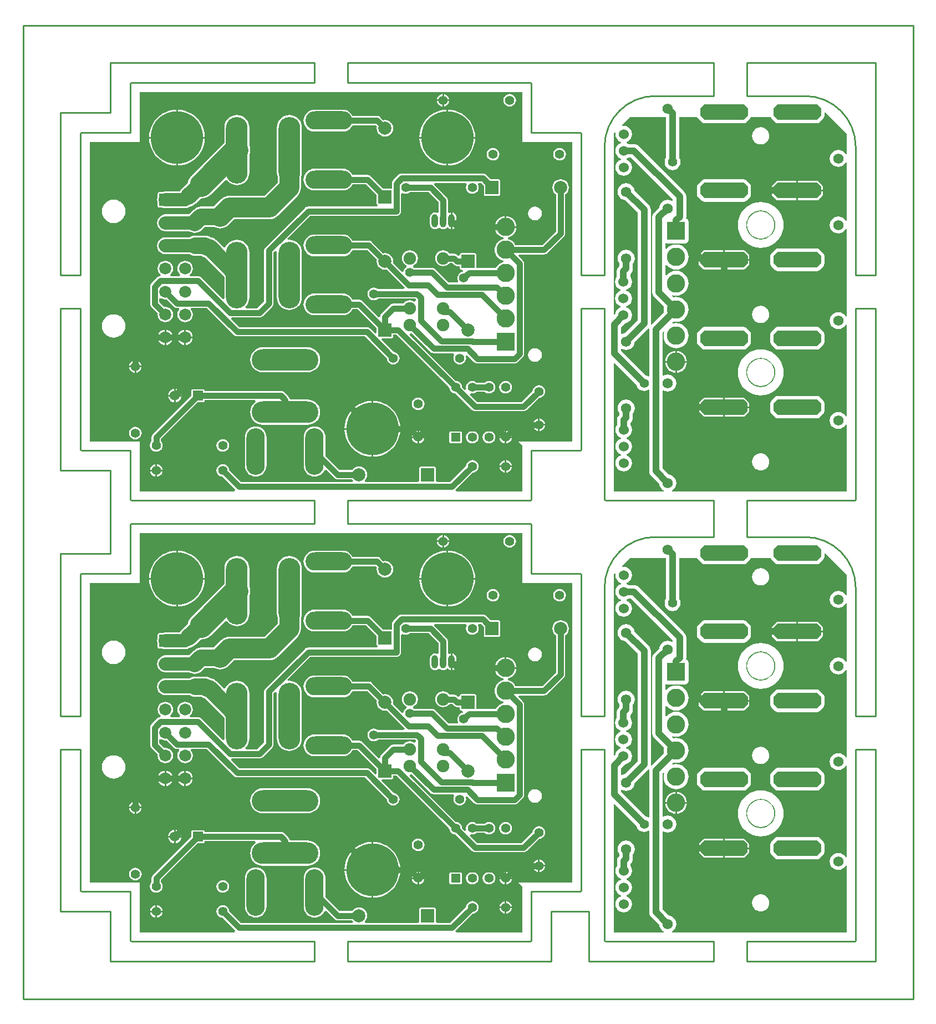
<source format=gbl>
G04 Layer_Physical_Order=2*
G04 Layer_Color=16711680*
%FSLAX25Y25*%
%MOIN*%
G70*
G01*
G75*
%ADD10C,0.04000*%
%ADD11C,0.12000*%
%ADD12C,0.14000*%
%ADD13C,0.08000*%
%ADD16C,0.03500*%
%ADD17C,0.01000*%
%ADD18C,0.06000*%
%ADD19C,0.11024*%
%ADD20R,0.11024X0.11024*%
%ADD21C,0.06200*%
G04:AMPARAMS|DCode=22|XSize=285mil|YSize=95mil|CornerRadius=0mil|HoleSize=0mil|Usage=FLASHONLY|Rotation=0.000|XOffset=0mil|YOffset=0mil|HoleType=Round|Shape=Octagon|*
%AMOCTAGOND22*
4,1,8,0.14250,-0.02375,0.14250,0.02375,0.11875,0.04750,-0.11875,0.04750,-0.14250,0.02375,-0.14250,-0.02375,-0.11875,-0.04750,0.11875,-0.04750,0.14250,-0.02375,0.0*
%
%ADD22OCTAGOND22*%

G04:AMPARAMS|DCode=23|XSize=280mil|YSize=95mil|CornerRadius=0mil|HoleSize=0mil|Usage=FLASHONLY|Rotation=180.000|XOffset=0mil|YOffset=0mil|HoleType=Round|Shape=Octagon|*
%AMOCTAGOND23*
4,1,8,-0.14000,0.02375,-0.14000,-0.02375,-0.11625,-0.04750,0.11625,-0.04750,0.14000,-0.02375,0.14000,0.02375,0.11625,0.04750,-0.11625,0.04750,-0.14000,0.02375,0.0*
%
%ADD23OCTAGOND23*%

%ADD24C,0.05500*%
%ADD25R,0.05500X0.05500*%
%ADD26C,0.05512*%
%ADD27O,0.03937X0.07874*%
%ADD28O,0.03937X0.07874*%
%ADD29C,0.07500*%
%ADD30O,0.40000X0.13000*%
%ADD31O,0.11000X0.28000*%
%ADD32O,0.13000X0.40000*%
%ADD33O,0.28000X0.11000*%
%ADD34R,0.07874X0.07874*%
%ADD35C,0.07874*%
%ADD36R,0.07874X0.07874*%
%ADD37R,0.06000X0.06000*%
%ADD38R,0.07200X0.07200*%
%ADD39C,0.07200*%
%ADD40C,0.31500*%
%ADD41C,0.10000*%
G36*
X368648Y368947D02*
X368672Y368760D01*
X369151Y367604D01*
X369912Y366612D01*
X370904Y365851D01*
X372060Y365372D01*
X373300Y365209D01*
X374540Y365372D01*
X375695Y365851D01*
X375917Y366021D01*
X376365Y365800D01*
Y317100D01*
X376365Y317100D01*
X376503Y316056D01*
X376906Y315083D01*
X377547Y314247D01*
X377547Y314247D01*
X382441Y309353D01*
X382531Y308669D01*
X383045Y307428D01*
X383863Y306363D01*
X384928Y305545D01*
X385037Y305500D01*
X384938Y305000D01*
X355000D01*
Y381941D01*
X355462Y382132D01*
X368648Y368947D01*
D02*
G37*
G36*
X300000Y515000D02*
X330000D01*
Y335000D01*
X297500D01*
X300000Y332500D01*
Y305000D01*
X260302D01*
X260285Y305019D01*
X259923Y306000D01*
X270162Y316239D01*
X270979Y316347D01*
X271891Y316724D01*
X272674Y317325D01*
X273276Y318109D01*
X273654Y319021D01*
X273782Y320000D01*
X273654Y320979D01*
X273276Y321891D01*
X272674Y322674D01*
X271891Y323276D01*
X270979Y323654D01*
X270000Y323782D01*
X269021Y323654D01*
X268109Y323276D01*
X267325Y322674D01*
X266724Y321891D01*
X266347Y320979D01*
X266239Y320162D01*
X256551Y310474D01*
X248948D01*
X248047Y311063D01*
Y318937D01*
X247970Y319327D01*
X247749Y319658D01*
X247418Y319879D01*
X247028Y319957D01*
X239154D01*
X238763Y319879D01*
X238433Y319658D01*
X238212Y319327D01*
X238134Y318937D01*
Y311063D01*
X237233Y310474D01*
X205763D01*
X205424Y311474D01*
X205431Y311479D01*
X206222Y312510D01*
X206719Y313711D01*
X206889Y315000D01*
X206719Y316289D01*
X206222Y317490D01*
X205431Y318521D01*
X204399Y319313D01*
X203198Y319810D01*
X201909Y319980D01*
X200621Y319810D01*
X199420Y319313D01*
X198388Y318521D01*
X197815Y317774D01*
X190249D01*
X181731Y326291D01*
Y337400D01*
X181606Y338674D01*
X181234Y339899D01*
X180631Y341029D01*
X179818Y342018D01*
X178829Y342831D01*
X177699Y343434D01*
X176474Y343806D01*
X175200Y343931D01*
X173926Y343806D01*
X172701Y343434D01*
X171571Y342831D01*
X170582Y342018D01*
X169769Y341029D01*
X169166Y339899D01*
X168794Y338674D01*
X168669Y337400D01*
Y320400D01*
X168794Y319126D01*
X169166Y317900D01*
X169769Y316771D01*
X170582Y315782D01*
X171571Y314969D01*
X172701Y314366D01*
X173926Y313994D01*
X175200Y313869D01*
X176474Y313994D01*
X177699Y314366D01*
X178829Y314969D01*
X179818Y315782D01*
X180631Y316771D01*
X181105Y317658D01*
X182173Y318004D01*
X187139Y313039D01*
X187713Y312598D01*
X188382Y312321D01*
X189100Y312226D01*
X197815D01*
X198388Y311479D01*
X198395Y311474D01*
X198056Y310474D01*
X130949D01*
X123768Y317655D01*
X123659Y318480D01*
X123281Y319394D01*
X122679Y320179D01*
X121894Y320781D01*
X120981Y321159D01*
X120000Y321288D01*
X119019Y321159D01*
X118106Y320781D01*
X117321Y320179D01*
X116719Y319394D01*
X116341Y318480D01*
X116212Y317500D01*
X116341Y316519D01*
X116719Y315606D01*
X117321Y314821D01*
X118106Y314219D01*
X119019Y313841D01*
X119845Y313732D01*
X127577Y306000D01*
X127215Y305019D01*
X127198Y305000D01*
X70000D01*
Y335000D01*
X40000D01*
Y515000D01*
X70000D01*
Y545000D01*
X300000D01*
Y515000D01*
D02*
G37*
G36*
X356055Y520348D02*
X355957Y519600D01*
X356129Y518295D01*
X356632Y517078D01*
X357434Y516034D01*
X358478Y515233D01*
X359352Y514871D01*
Y514329D01*
X358478Y513968D01*
X357434Y513166D01*
X356632Y512122D01*
X356129Y510905D01*
X355957Y509600D01*
X356129Y508295D01*
X356632Y507078D01*
X357434Y506034D01*
X358478Y505232D01*
X359352Y504871D01*
Y504329D01*
X358478Y503968D01*
X357434Y503166D01*
X356632Y502122D01*
X356129Y500905D01*
X355957Y499600D01*
X356129Y498295D01*
X356632Y497078D01*
X357434Y496034D01*
X358478Y495232D01*
X359695Y494729D01*
X361000Y494557D01*
X362305Y494729D01*
X363522Y495232D01*
X364566Y496034D01*
X365368Y497078D01*
X365871Y498295D01*
X366043Y499600D01*
X365871Y500905D01*
X365368Y502122D01*
X364566Y503166D01*
X363522Y503968D01*
X362648Y504329D01*
Y504871D01*
X363522Y505232D01*
X363955Y505566D01*
X365429D01*
X390565Y480429D01*
Y479641D01*
X390117Y479420D01*
X390072Y479455D01*
X388831Y479969D01*
X387500Y480144D01*
X386169Y479969D01*
X384928Y479455D01*
X383863Y478637D01*
X383045Y477572D01*
X382531Y476331D01*
X382441Y475647D01*
X379347Y472553D01*
X378706Y471717D01*
X378303Y470744D01*
X378166Y469700D01*
X378166Y469700D01*
Y424552D01*
X378166Y424552D01*
X378303Y423508D01*
X378706Y422535D01*
X379347Y421699D01*
X385149Y415897D01*
X385097Y415725D01*
X384952Y414252D01*
X385097Y412779D01*
X385149Y412607D01*
X377763Y405220D01*
X377289Y405454D01*
X377334Y405800D01*
X377334Y405800D01*
Y474200D01*
X377334Y474200D01*
X377197Y475244D01*
X376794Y476217D01*
X376153Y477053D01*
X367559Y485647D01*
X367469Y486331D01*
X366955Y487572D01*
X366137Y488637D01*
X365072Y489455D01*
X363831Y489969D01*
X362500Y490144D01*
X361169Y489969D01*
X359928Y489455D01*
X358863Y488637D01*
X358045Y487572D01*
X357531Y486331D01*
X357356Y485000D01*
X357531Y483669D01*
X358045Y482428D01*
X358863Y481363D01*
X359928Y480545D01*
X361169Y480031D01*
X361853Y479941D01*
X369266Y472529D01*
Y407471D01*
X361853Y400059D01*
X361169Y399969D01*
X359928Y399455D01*
X359883Y399420D01*
X359435Y399641D01*
Y403629D01*
X361663Y405857D01*
X362205Y405929D01*
X363422Y406432D01*
X364466Y407234D01*
X365267Y408278D01*
X365771Y409495D01*
X365943Y410800D01*
X365771Y412105D01*
X365267Y413322D01*
X364466Y414366D01*
X363422Y415168D01*
X362548Y415529D01*
Y416071D01*
X363422Y416433D01*
X364466Y417234D01*
X365267Y418278D01*
X365771Y419495D01*
X365943Y420800D01*
X365771Y422105D01*
X365267Y423322D01*
X364466Y424366D01*
X363422Y425168D01*
X362548Y425529D01*
Y426071D01*
X363422Y426433D01*
X364466Y427234D01*
X365267Y428278D01*
X365771Y429495D01*
X365943Y430800D01*
X365771Y432105D01*
X365267Y433322D01*
X364934Y433755D01*
Y435429D01*
X365353Y435847D01*
X365994Y436683D01*
X366397Y437656D01*
X366534Y438700D01*
Y441880D01*
X366955Y442428D01*
X367469Y443669D01*
X367644Y445000D01*
X367469Y446331D01*
X366955Y447572D01*
X366137Y448637D01*
X365072Y449455D01*
X363831Y449969D01*
X362500Y450144D01*
X361169Y449969D01*
X359928Y449455D01*
X358863Y448637D01*
X358045Y447572D01*
X357531Y446331D01*
X357356Y445000D01*
X357531Y443669D01*
X358045Y442428D01*
X358466Y441880D01*
Y440371D01*
X358047Y439953D01*
X357406Y439117D01*
X357003Y438144D01*
X356866Y437100D01*
X356866Y437100D01*
Y433755D01*
X356533Y433322D01*
X356029Y432105D01*
X355857Y430800D01*
X356029Y429495D01*
X356533Y428278D01*
X357334Y427234D01*
X358378Y426433D01*
X359252Y426071D01*
Y425529D01*
X358378Y425168D01*
X357334Y424366D01*
X356533Y423322D01*
X356029Y422105D01*
X355857Y420800D01*
X356029Y419495D01*
X356533Y418278D01*
X357334Y417234D01*
X358378Y416433D01*
X359252Y416071D01*
Y415529D01*
X358378Y415168D01*
X357334Y414366D01*
X356533Y413322D01*
X356029Y412105D01*
X355957Y411563D01*
X355462Y411068D01*
X355000Y411259D01*
Y520000D01*
X355582Y520582D01*
X356055Y520348D01*
D02*
G37*
G36*
X376411Y402498D02*
X376365Y402152D01*
X376365Y402152D01*
Y374200D01*
X375917Y373979D01*
X375695Y374149D01*
X374540Y374628D01*
X374353Y374652D01*
X359435Y389571D01*
Y390359D01*
X359883Y390580D01*
X359928Y390545D01*
X361169Y390031D01*
X362500Y389856D01*
X363831Y390031D01*
X365072Y390545D01*
X366137Y391363D01*
X366955Y392428D01*
X367469Y393669D01*
X367559Y394353D01*
X375938Y402732D01*
X376411Y402498D01*
D02*
G37*
G36*
X495000Y255000D02*
Y242562D01*
X494500Y242463D01*
X494455Y242572D01*
X493637Y243637D01*
X492572Y244455D01*
X491331Y244969D01*
X490000Y245144D01*
X488669Y244969D01*
X487428Y244455D01*
X486363Y243637D01*
X485545Y242572D01*
X485031Y241331D01*
X484856Y240000D01*
X485031Y238669D01*
X485545Y237428D01*
X486363Y236363D01*
X487428Y235545D01*
X488669Y235031D01*
X490000Y234856D01*
X491331Y235031D01*
X492572Y235545D01*
X493637Y236363D01*
X494455Y237428D01*
X494500Y237537D01*
X495000Y237438D01*
Y202562D01*
X494500Y202463D01*
X494455Y202572D01*
X493637Y203637D01*
X492572Y204455D01*
X491331Y204969D01*
X490000Y205144D01*
X488669Y204969D01*
X487428Y204455D01*
X486363Y203637D01*
X485545Y202572D01*
X485031Y201331D01*
X484856Y200000D01*
X485031Y198669D01*
X485545Y197428D01*
X486363Y196363D01*
X487428Y195545D01*
X488669Y195031D01*
X490000Y194856D01*
X491331Y195031D01*
X492572Y195545D01*
X493637Y196363D01*
X494455Y197428D01*
X494500Y197537D01*
X495000Y197438D01*
Y145062D01*
X494500Y144963D01*
X494455Y145072D01*
X493637Y146137D01*
X492572Y146955D01*
X491331Y147469D01*
X490000Y147644D01*
X488669Y147469D01*
X487428Y146955D01*
X486363Y146137D01*
X485545Y145072D01*
X485031Y143831D01*
X484856Y142500D01*
X485031Y141169D01*
X485545Y139928D01*
X486363Y138863D01*
X487428Y138045D01*
X488669Y137531D01*
X490000Y137356D01*
X491331Y137531D01*
X492572Y138045D01*
X493637Y138863D01*
X494455Y139928D01*
X494500Y140037D01*
X495000Y139938D01*
Y85062D01*
X494500Y84963D01*
X494455Y85072D01*
X493637Y86137D01*
X492572Y86955D01*
X491331Y87469D01*
X490000Y87644D01*
X488669Y87469D01*
X487428Y86955D01*
X486363Y86137D01*
X485545Y85072D01*
X485031Y83831D01*
X484856Y82500D01*
X485031Y81169D01*
X485545Y79928D01*
X486363Y78863D01*
X487428Y78045D01*
X488669Y77531D01*
X490000Y77356D01*
X491331Y77531D01*
X492572Y78045D01*
X493637Y78863D01*
X494455Y79928D01*
X494500Y80037D01*
X495000Y79938D01*
Y40000D01*
X390062D01*
X389963Y40500D01*
X390072Y40545D01*
X391137Y41363D01*
X391955Y42428D01*
X392469Y43669D01*
X392644Y45000D01*
X392469Y46331D01*
X391955Y47572D01*
X391137Y48637D01*
X390072Y49455D01*
X388831Y49969D01*
X388147Y50059D01*
X384435Y53771D01*
Y100359D01*
X384883Y100580D01*
X384928Y100545D01*
X386169Y100031D01*
X387500Y99856D01*
X388831Y100031D01*
X390072Y100545D01*
X391137Y101363D01*
X391955Y102428D01*
X392469Y103669D01*
X392644Y105000D01*
X392469Y106331D01*
X391955Y107572D01*
X391137Y108637D01*
X390072Y109455D01*
X388831Y109969D01*
X387500Y110144D01*
X386169Y109969D01*
X384928Y109455D01*
X384883Y109420D01*
X384435Y109641D01*
Y135481D01*
X384855Y135901D01*
X385297Y135636D01*
X385097Y134977D01*
X384952Y133504D01*
X385097Y132031D01*
X385526Y130615D01*
X386224Y129311D01*
X387163Y128167D01*
X388306Y127228D01*
X389611Y126530D01*
X391027Y126101D01*
X392500Y125956D01*
X393973Y126101D01*
X395389Y126530D01*
X396693Y127228D01*
X397837Y128167D01*
X398776Y129311D01*
X399474Y130615D01*
X399903Y132031D01*
X400048Y133504D01*
X399903Y134977D01*
X399474Y136393D01*
X398776Y137698D01*
X397837Y138841D01*
X396693Y139780D01*
X395389Y140478D01*
X393973Y140907D01*
X392500Y141052D01*
X391027Y140907D01*
X390368Y140707D01*
X390103Y141149D01*
X390855Y141901D01*
X391027Y141849D01*
X392500Y141704D01*
X393973Y141849D01*
X395389Y142278D01*
X396693Y142976D01*
X397837Y143915D01*
X398776Y145059D01*
X399474Y146363D01*
X399903Y147779D01*
X400048Y149252D01*
X399903Y150725D01*
X399474Y152141D01*
X398776Y153445D01*
X397837Y154589D01*
X396693Y155528D01*
X395389Y156226D01*
X393973Y156655D01*
X392500Y156800D01*
X391027Y156655D01*
X390855Y156603D01*
X390103Y157355D01*
X390368Y157797D01*
X391027Y157597D01*
X392500Y157452D01*
X393973Y157597D01*
X395389Y158026D01*
X396693Y158724D01*
X397837Y159663D01*
X398776Y160807D01*
X399474Y162111D01*
X399903Y163527D01*
X400048Y165000D01*
X399903Y166473D01*
X399474Y167889D01*
X398776Y169193D01*
X397837Y170337D01*
X396693Y171276D01*
X395389Y171974D01*
X393973Y172403D01*
X392500Y172548D01*
X391027Y172403D01*
X389611Y171974D01*
X388306Y171276D01*
X387163Y170337D01*
X386705Y169780D01*
X386234Y169948D01*
Y175800D01*
X386705Y175968D01*
X387163Y175411D01*
X388306Y174472D01*
X389611Y173774D01*
X391027Y173345D01*
X392500Y173200D01*
X393973Y173345D01*
X395389Y173774D01*
X396693Y174472D01*
X397837Y175411D01*
X398776Y176555D01*
X399474Y177859D01*
X399903Y179275D01*
X400048Y180748D01*
X399903Y182221D01*
X399474Y183637D01*
X398776Y184941D01*
X397837Y186085D01*
X396693Y187024D01*
X395389Y187722D01*
X393973Y188151D01*
X392500Y188296D01*
X391027Y188151D01*
X389611Y187722D01*
X388306Y187024D01*
X387163Y186085D01*
X386705Y185528D01*
X386234Y185696D01*
Y188701D01*
X386621Y189018D01*
X386988Y188945D01*
X398012D01*
X398792Y189100D01*
X399454Y189542D01*
X399896Y190204D01*
X400051Y190984D01*
Y202008D01*
X399896Y202788D01*
X399454Y203450D01*
X398792Y203892D01*
X398500Y203950D01*
X398497Y203956D01*
X398635Y205000D01*
X398635Y205000D01*
Y217100D01*
X398635Y217100D01*
X398497Y218144D01*
X398094Y219117D01*
X397453Y219953D01*
X369953Y247453D01*
X369953Y247453D01*
X369117Y248094D01*
X368144Y248497D01*
X367100Y248635D01*
X363955D01*
X363522Y248968D01*
X362648Y249329D01*
Y249871D01*
X363522Y250233D01*
X364566Y251034D01*
X365368Y252078D01*
X365871Y253295D01*
X366043Y254600D01*
X365871Y255905D01*
X365368Y257122D01*
X364566Y258166D01*
X363522Y258967D01*
X362305Y259471D01*
X361000Y259643D01*
X360252Y259545D01*
X360018Y260018D01*
X365000Y265000D01*
X386366D01*
Y240345D01*
X386251Y240195D01*
X385772Y239040D01*
X385609Y237800D01*
X385772Y236560D01*
X386251Y235404D01*
X387012Y234412D01*
X388004Y233651D01*
X389160Y233172D01*
X390400Y233009D01*
X391640Y233172D01*
X392795Y233651D01*
X393788Y234412D01*
X394549Y235404D01*
X395028Y236560D01*
X395191Y237800D01*
X395028Y239040D01*
X394549Y240195D01*
X394434Y240345D01*
Y265000D01*
X405115D01*
X405166Y264745D01*
X405608Y264083D01*
X407983Y261708D01*
X408645Y261266D01*
X409425Y261111D01*
X433175D01*
X433955Y261266D01*
X434617Y261708D01*
X436992Y264083D01*
X437434Y264745D01*
X437485Y265000D01*
X449215D01*
X449266Y264745D01*
X449708Y264083D01*
X452083Y261708D01*
X452745Y261266D01*
X453525Y261111D01*
X477275D01*
X478055Y261266D01*
X478717Y261708D01*
X481092Y264083D01*
X481534Y264745D01*
X481689Y265525D01*
Y267657D01*
X482151Y267849D01*
X495000Y255000D01*
D02*
G37*
G36*
X368648Y103947D02*
X368672Y103760D01*
X369151Y102604D01*
X369912Y101612D01*
X370904Y100851D01*
X372060Y100372D01*
X373300Y100209D01*
X374540Y100372D01*
X375695Y100851D01*
X375917Y101021D01*
X376365Y100800D01*
Y52100D01*
X376365Y52100D01*
X376503Y51056D01*
X376906Y50083D01*
X377547Y49247D01*
X377547Y49247D01*
X382441Y44353D01*
X382531Y43669D01*
X383045Y42428D01*
X383863Y41363D01*
X384928Y40545D01*
X385037Y40500D01*
X384938Y40000D01*
X355000D01*
Y116941D01*
X355462Y117132D01*
X368648Y103947D01*
D02*
G37*
G36*
X300000Y250000D02*
X330000D01*
Y70000D01*
X297500D01*
X300000Y67500D01*
Y40000D01*
X260302D01*
X260285Y40019D01*
X259923Y41000D01*
X270162Y51239D01*
X270979Y51346D01*
X271891Y51724D01*
X272674Y52325D01*
X273276Y53109D01*
X273654Y54021D01*
X273782Y55000D01*
X273654Y55979D01*
X273276Y56891D01*
X272674Y57674D01*
X271891Y58276D01*
X270979Y58653D01*
X270000Y58782D01*
X269021Y58653D01*
X268109Y58276D01*
X267325Y57674D01*
X266724Y56891D01*
X266347Y55979D01*
X266239Y55162D01*
X256551Y45474D01*
X248948D01*
X248047Y46063D01*
Y53937D01*
X247970Y54327D01*
X247749Y54658D01*
X247418Y54879D01*
X247028Y54957D01*
X239154D01*
X238763Y54879D01*
X238433Y54658D01*
X238212Y54327D01*
X238134Y53937D01*
Y46063D01*
X237233Y45474D01*
X205763D01*
X205424Y46474D01*
X205431Y46479D01*
X206222Y47510D01*
X206719Y48711D01*
X206889Y50000D01*
X206719Y51289D01*
X206222Y52490D01*
X205431Y53521D01*
X204399Y54312D01*
X203198Y54810D01*
X201909Y54980D01*
X200621Y54810D01*
X199420Y54312D01*
X198388Y53521D01*
X197815Y52774D01*
X190249D01*
X181731Y61291D01*
Y72400D01*
X181606Y73674D01*
X181234Y74900D01*
X180631Y76029D01*
X179818Y77018D01*
X178829Y77831D01*
X177699Y78434D01*
X176474Y78806D01*
X175200Y78931D01*
X173926Y78806D01*
X172701Y78434D01*
X171571Y77831D01*
X170582Y77018D01*
X169769Y76029D01*
X169166Y74900D01*
X168794Y73674D01*
X168669Y72400D01*
Y55400D01*
X168794Y54126D01*
X169166Y52900D01*
X169769Y51771D01*
X170582Y50782D01*
X171571Y49969D01*
X172701Y49366D01*
X173926Y48994D01*
X175200Y48869D01*
X176474Y48994D01*
X177699Y49366D01*
X178829Y49969D01*
X179818Y50782D01*
X180631Y51771D01*
X181105Y52658D01*
X182173Y53004D01*
X187139Y48039D01*
X187713Y47598D01*
X188382Y47321D01*
X189100Y47226D01*
X197815D01*
X198388Y46479D01*
X198395Y46474D01*
X198056Y45474D01*
X130949D01*
X123768Y52655D01*
X123659Y53480D01*
X123281Y54394D01*
X122679Y55179D01*
X121894Y55781D01*
X120981Y56159D01*
X120000Y56288D01*
X119019Y56159D01*
X118106Y55781D01*
X117321Y55179D01*
X116719Y54394D01*
X116341Y53480D01*
X116212Y52500D01*
X116341Y51520D01*
X116719Y50606D01*
X117321Y49821D01*
X118106Y49219D01*
X119019Y48841D01*
X119845Y48732D01*
X127577Y41000D01*
X127215Y40019D01*
X127198Y40000D01*
X70000D01*
Y70000D01*
X40000D01*
Y250000D01*
X70000D01*
Y280000D01*
X300000D01*
Y250000D01*
D02*
G37*
G36*
X356055Y255348D02*
X355957Y254600D01*
X356129Y253295D01*
X356632Y252078D01*
X357434Y251034D01*
X358478Y250233D01*
X359352Y249871D01*
Y249329D01*
X358478Y248968D01*
X357434Y248166D01*
X356632Y247122D01*
X356129Y245905D01*
X355957Y244600D01*
X356129Y243295D01*
X356632Y242078D01*
X357434Y241034D01*
X358478Y240232D01*
X359352Y239871D01*
Y239329D01*
X358478Y238967D01*
X357434Y238166D01*
X356632Y237122D01*
X356129Y235905D01*
X355957Y234600D01*
X356129Y233295D01*
X356632Y232078D01*
X357434Y231034D01*
X358478Y230233D01*
X359695Y229729D01*
X361000Y229557D01*
X362305Y229729D01*
X363522Y230233D01*
X364566Y231034D01*
X365368Y232078D01*
X365871Y233295D01*
X366043Y234600D01*
X365871Y235905D01*
X365368Y237122D01*
X364566Y238166D01*
X363522Y238967D01*
X362648Y239329D01*
Y239871D01*
X363522Y240232D01*
X363955Y240565D01*
X365429D01*
X390565Y215429D01*
Y214641D01*
X390117Y214420D01*
X390072Y214455D01*
X388831Y214969D01*
X387500Y215144D01*
X386169Y214969D01*
X384928Y214455D01*
X383863Y213637D01*
X383045Y212572D01*
X382531Y211331D01*
X382441Y210647D01*
X379347Y207553D01*
X378706Y206717D01*
X378303Y205744D01*
X378166Y204700D01*
X378166Y204700D01*
Y159552D01*
X378166Y159552D01*
X378303Y158508D01*
X378706Y157535D01*
X379347Y156699D01*
X385149Y150897D01*
X385097Y150725D01*
X384952Y149252D01*
X385097Y147779D01*
X385149Y147607D01*
X377763Y140220D01*
X377289Y140454D01*
X377334Y140800D01*
X377334Y140800D01*
Y209200D01*
X377334Y209200D01*
X377197Y210244D01*
X376794Y211217D01*
X376153Y212053D01*
X367559Y220647D01*
X367469Y221331D01*
X366955Y222572D01*
X366137Y223637D01*
X365072Y224455D01*
X363831Y224969D01*
X362500Y225144D01*
X361169Y224969D01*
X359928Y224455D01*
X358863Y223637D01*
X358045Y222572D01*
X357531Y221331D01*
X357356Y220000D01*
X357531Y218669D01*
X358045Y217428D01*
X358863Y216363D01*
X359928Y215545D01*
X361169Y215031D01*
X361853Y214941D01*
X369266Y207529D01*
Y142471D01*
X361853Y135059D01*
X361169Y134969D01*
X359928Y134455D01*
X359883Y134420D01*
X359435Y134641D01*
Y138629D01*
X361663Y140857D01*
X362205Y140929D01*
X363422Y141432D01*
X364466Y142234D01*
X365267Y143278D01*
X365771Y144495D01*
X365943Y145800D01*
X365771Y147105D01*
X365267Y148322D01*
X364466Y149366D01*
X363422Y150168D01*
X362548Y150529D01*
Y151071D01*
X363422Y151433D01*
X364466Y152234D01*
X365267Y153278D01*
X365771Y154495D01*
X365943Y155800D01*
X365771Y157105D01*
X365267Y158322D01*
X364466Y159366D01*
X363422Y160168D01*
X362548Y160529D01*
Y161071D01*
X363422Y161433D01*
X364466Y162234D01*
X365267Y163278D01*
X365771Y164495D01*
X365943Y165800D01*
X365771Y167105D01*
X365267Y168322D01*
X364934Y168755D01*
Y170429D01*
X365353Y170847D01*
X365994Y171683D01*
X366397Y172656D01*
X366534Y173700D01*
Y176880D01*
X366955Y177428D01*
X367469Y178669D01*
X367644Y180000D01*
X367469Y181331D01*
X366955Y182572D01*
X366137Y183637D01*
X365072Y184455D01*
X363831Y184969D01*
X362500Y185144D01*
X361169Y184969D01*
X359928Y184455D01*
X358863Y183637D01*
X358045Y182572D01*
X357531Y181331D01*
X357356Y180000D01*
X357531Y178669D01*
X358045Y177428D01*
X358466Y176880D01*
Y175371D01*
X358047Y174953D01*
X357406Y174117D01*
X357003Y173144D01*
X356866Y172100D01*
X356866Y172100D01*
Y168755D01*
X356533Y168322D01*
X356029Y167105D01*
X355857Y165800D01*
X356029Y164495D01*
X356533Y163278D01*
X357334Y162234D01*
X358378Y161433D01*
X359252Y161071D01*
Y160529D01*
X358378Y160168D01*
X357334Y159366D01*
X356533Y158322D01*
X356029Y157105D01*
X355857Y155800D01*
X356029Y154495D01*
X356533Y153278D01*
X357334Y152234D01*
X358378Y151433D01*
X359252Y151071D01*
Y150529D01*
X358378Y150168D01*
X357334Y149366D01*
X356533Y148322D01*
X356029Y147105D01*
X355957Y146563D01*
X355462Y146068D01*
X355000Y146259D01*
Y255000D01*
X355582Y255582D01*
X356055Y255348D01*
D02*
G37*
G36*
X376411Y137498D02*
X376365Y137152D01*
X376365Y137152D01*
Y109200D01*
X375917Y108979D01*
X375695Y109149D01*
X374540Y109628D01*
X374353Y109652D01*
X359435Y124571D01*
Y125359D01*
X359883Y125580D01*
X359928Y125545D01*
X361169Y125031D01*
X362500Y124856D01*
X363831Y125031D01*
X365072Y125545D01*
X366137Y126363D01*
X366955Y127428D01*
X367469Y128669D01*
X367559Y129353D01*
X375938Y137732D01*
X376411Y137498D01*
D02*
G37*
G36*
X495000Y520000D02*
Y507562D01*
X494500Y507463D01*
X494455Y507572D01*
X493637Y508637D01*
X492572Y509455D01*
X491331Y509969D01*
X490000Y510144D01*
X488669Y509969D01*
X487428Y509455D01*
X486363Y508637D01*
X485545Y507572D01*
X485031Y506331D01*
X484856Y505000D01*
X485031Y503669D01*
X485545Y502428D01*
X486363Y501363D01*
X487428Y500545D01*
X488669Y500031D01*
X490000Y499856D01*
X491331Y500031D01*
X492572Y500545D01*
X493637Y501363D01*
X494455Y502428D01*
X494500Y502537D01*
X495000Y502438D01*
Y467562D01*
X494500Y467463D01*
X494455Y467572D01*
X493637Y468637D01*
X492572Y469455D01*
X491331Y469969D01*
X490000Y470144D01*
X488669Y469969D01*
X487428Y469455D01*
X486363Y468637D01*
X485545Y467572D01*
X485031Y466331D01*
X484856Y465000D01*
X485031Y463669D01*
X485545Y462428D01*
X486363Y461363D01*
X487428Y460545D01*
X488669Y460031D01*
X490000Y459856D01*
X491331Y460031D01*
X492572Y460545D01*
X493637Y461363D01*
X494455Y462428D01*
X494500Y462537D01*
X495000Y462438D01*
Y410062D01*
X494500Y409963D01*
X494455Y410072D01*
X493637Y411137D01*
X492572Y411955D01*
X491331Y412469D01*
X490000Y412644D01*
X488669Y412469D01*
X487428Y411955D01*
X486363Y411137D01*
X485545Y410072D01*
X485031Y408831D01*
X484856Y407500D01*
X485031Y406169D01*
X485545Y404928D01*
X486363Y403863D01*
X487428Y403045D01*
X488669Y402531D01*
X490000Y402356D01*
X491331Y402531D01*
X492572Y403045D01*
X493637Y403863D01*
X494455Y404928D01*
X494500Y405037D01*
X495000Y404938D01*
Y350062D01*
X494500Y349963D01*
X494455Y350072D01*
X493637Y351137D01*
X492572Y351955D01*
X491331Y352469D01*
X490000Y352644D01*
X488669Y352469D01*
X487428Y351955D01*
X486363Y351137D01*
X485545Y350072D01*
X485031Y348831D01*
X484856Y347500D01*
X485031Y346169D01*
X485545Y344928D01*
X486363Y343863D01*
X487428Y343045D01*
X488669Y342531D01*
X490000Y342356D01*
X491331Y342531D01*
X492572Y343045D01*
X493637Y343863D01*
X494455Y344928D01*
X494500Y345037D01*
X495000Y344938D01*
Y305000D01*
X390062D01*
X389963Y305500D01*
X390072Y305545D01*
X391137Y306363D01*
X391955Y307428D01*
X392469Y308669D01*
X392644Y310000D01*
X392469Y311331D01*
X391955Y312572D01*
X391137Y313637D01*
X390072Y314455D01*
X388831Y314969D01*
X388147Y315059D01*
X384435Y318771D01*
Y365359D01*
X384883Y365580D01*
X384928Y365545D01*
X386169Y365031D01*
X387500Y364856D01*
X388831Y365031D01*
X390072Y365545D01*
X391137Y366363D01*
X391955Y367428D01*
X392469Y368669D01*
X392644Y370000D01*
X392469Y371331D01*
X391955Y372572D01*
X391137Y373637D01*
X390072Y374455D01*
X388831Y374969D01*
X387500Y375144D01*
X386169Y374969D01*
X384928Y374455D01*
X384883Y374420D01*
X384435Y374641D01*
Y400481D01*
X384855Y400901D01*
X385297Y400636D01*
X385097Y399977D01*
X384952Y398504D01*
X385097Y397031D01*
X385526Y395615D01*
X386224Y394310D01*
X387163Y393167D01*
X388306Y392228D01*
X389611Y391530D01*
X391027Y391101D01*
X392500Y390956D01*
X393973Y391101D01*
X395389Y391530D01*
X396693Y392228D01*
X397837Y393167D01*
X398776Y394310D01*
X399474Y395615D01*
X399903Y397031D01*
X400048Y398504D01*
X399903Y399977D01*
X399474Y401393D01*
X398776Y402698D01*
X397837Y403841D01*
X396693Y404780D01*
X395389Y405478D01*
X393973Y405907D01*
X392500Y406052D01*
X391027Y405907D01*
X390368Y405707D01*
X390103Y406149D01*
X390855Y406901D01*
X391027Y406849D01*
X392500Y406704D01*
X393973Y406849D01*
X395389Y407278D01*
X396693Y407976D01*
X397837Y408915D01*
X398776Y410058D01*
X399474Y411363D01*
X399903Y412779D01*
X400048Y414252D01*
X399903Y415725D01*
X399474Y417141D01*
X398776Y418445D01*
X397837Y419589D01*
X396693Y420528D01*
X395389Y421226D01*
X393973Y421655D01*
X392500Y421800D01*
X391027Y421655D01*
X390855Y421603D01*
X390103Y422355D01*
X390368Y422797D01*
X391027Y422597D01*
X392500Y422452D01*
X393973Y422597D01*
X395389Y423026D01*
X396693Y423724D01*
X397837Y424663D01*
X398776Y425807D01*
X399474Y427111D01*
X399903Y428527D01*
X400048Y430000D01*
X399903Y431473D01*
X399474Y432889D01*
X398776Y434194D01*
X397837Y435337D01*
X396693Y436276D01*
X395389Y436974D01*
X393973Y437403D01*
X392500Y437548D01*
X391027Y437403D01*
X389611Y436974D01*
X388306Y436276D01*
X387163Y435337D01*
X386705Y434780D01*
X386234Y434948D01*
Y440800D01*
X386705Y440968D01*
X387163Y440411D01*
X388306Y439472D01*
X389611Y438774D01*
X391027Y438345D01*
X392500Y438200D01*
X393973Y438345D01*
X395389Y438774D01*
X396693Y439472D01*
X397837Y440411D01*
X398776Y441554D01*
X399474Y442859D01*
X399903Y444275D01*
X400048Y445748D01*
X399903Y447221D01*
X399474Y448637D01*
X398776Y449941D01*
X397837Y451085D01*
X396693Y452024D01*
X395389Y452722D01*
X393973Y453151D01*
X392500Y453296D01*
X391027Y453151D01*
X389611Y452722D01*
X388306Y452024D01*
X387163Y451085D01*
X386705Y450528D01*
X386234Y450697D01*
Y453701D01*
X386621Y454018D01*
X386988Y453945D01*
X398012D01*
X398792Y454100D01*
X399454Y454542D01*
X399896Y455204D01*
X400051Y455984D01*
Y467008D01*
X399896Y467788D01*
X399454Y468450D01*
X398792Y468892D01*
X398500Y468950D01*
X398497Y468956D01*
X398635Y470000D01*
X398635Y470000D01*
Y482100D01*
X398635Y482100D01*
X398497Y483144D01*
X398094Y484117D01*
X397453Y484953D01*
X369953Y512453D01*
X369953Y512453D01*
X369117Y513094D01*
X368144Y513497D01*
X367100Y513634D01*
X363955D01*
X363522Y513968D01*
X362648Y514329D01*
Y514871D01*
X363522Y515233D01*
X364566Y516034D01*
X365368Y517078D01*
X365871Y518295D01*
X366043Y519600D01*
X365871Y520905D01*
X365368Y522122D01*
X364566Y523166D01*
X363522Y523968D01*
X362305Y524471D01*
X361000Y524643D01*
X360252Y524545D01*
X360018Y525018D01*
X365000Y530000D01*
X386366D01*
Y505345D01*
X386251Y505196D01*
X385772Y504040D01*
X385609Y502800D01*
X385772Y501560D01*
X386251Y500405D01*
X387012Y499412D01*
X388004Y498651D01*
X389160Y498172D01*
X390400Y498009D01*
X391640Y498172D01*
X392795Y498651D01*
X393788Y499412D01*
X394549Y500405D01*
X395028Y501560D01*
X395191Y502800D01*
X395028Y504040D01*
X394549Y505196D01*
X394434Y505345D01*
Y530000D01*
X405115D01*
X405166Y529745D01*
X405608Y529083D01*
X407983Y526708D01*
X408645Y526266D01*
X409425Y526111D01*
X433175D01*
X433955Y526266D01*
X434617Y526708D01*
X436992Y529083D01*
X437434Y529745D01*
X437485Y530000D01*
X449215D01*
X449266Y529745D01*
X449708Y529083D01*
X452083Y526708D01*
X452745Y526266D01*
X453525Y526111D01*
X477275D01*
X478055Y526266D01*
X478717Y526708D01*
X481092Y529083D01*
X481534Y529745D01*
X481689Y530525D01*
Y532657D01*
X482151Y532849D01*
X495000Y520000D01*
D02*
G37*
%LPC*%
G36*
X362500Y360144D02*
X361169Y359969D01*
X359928Y359455D01*
X358863Y358637D01*
X358045Y357572D01*
X357531Y356331D01*
X357356Y355000D01*
X357531Y353669D01*
X358045Y352428D01*
X358466Y351880D01*
Y350871D01*
X358147Y350553D01*
X357506Y349717D01*
X357103Y348744D01*
X356965Y347700D01*
X356965Y347700D01*
Y344855D01*
X356632Y344422D01*
X356129Y343205D01*
X355957Y341900D01*
X356129Y340595D01*
X356632Y339378D01*
X357434Y338334D01*
X358478Y337532D01*
X359352Y337171D01*
Y336629D01*
X358478Y336267D01*
X357434Y335466D01*
X356632Y334422D01*
X356129Y333205D01*
X355957Y331900D01*
X356129Y330595D01*
X356632Y329378D01*
X357434Y328334D01*
X358478Y327533D01*
X359352Y327171D01*
Y326629D01*
X358478Y326268D01*
X357434Y325466D01*
X356632Y324422D01*
X356129Y323205D01*
X355957Y321900D01*
X356129Y320595D01*
X356632Y319378D01*
X357434Y318334D01*
X358478Y317532D01*
X359695Y317029D01*
X361000Y316857D01*
X362305Y317029D01*
X363522Y317532D01*
X364566Y318334D01*
X365368Y319378D01*
X365871Y320595D01*
X366043Y321900D01*
X365871Y323205D01*
X365368Y324422D01*
X364566Y325466D01*
X363522Y326268D01*
X362648Y326629D01*
Y327171D01*
X363522Y327533D01*
X364566Y328334D01*
X365368Y329378D01*
X365871Y330595D01*
X366043Y331900D01*
X365871Y333205D01*
X365368Y334422D01*
X364566Y335466D01*
X363522Y336267D01*
X362648Y336629D01*
Y337171D01*
X363522Y337532D01*
X364566Y338334D01*
X365368Y339378D01*
X365871Y340595D01*
X366043Y341900D01*
X365871Y343205D01*
X365368Y344422D01*
X365035Y344855D01*
Y346029D01*
X365353Y346347D01*
X365994Y347183D01*
X366397Y348156D01*
X366534Y349200D01*
Y351880D01*
X366955Y352428D01*
X367469Y353669D01*
X367644Y355000D01*
X367469Y356331D01*
X366955Y357572D01*
X366137Y358637D01*
X365072Y359455D01*
X363831Y359969D01*
X362500Y360144D01*
D02*
G37*
G36*
X256223Y539500D02*
X253000D01*
Y536277D01*
X253481Y536341D01*
X254394Y536719D01*
X255179Y537321D01*
X255781Y538106D01*
X256159Y539019D01*
X256223Y539500D01*
D02*
G37*
G36*
X292500Y543788D02*
X291519Y543659D01*
X290606Y543281D01*
X289821Y542679D01*
X289219Y541894D01*
X288841Y540980D01*
X288712Y540000D01*
X288841Y539019D01*
X289219Y538106D01*
X289821Y537321D01*
X290606Y536719D01*
X291519Y536341D01*
X292500Y536212D01*
X293480Y536341D01*
X294394Y536719D01*
X295179Y537321D01*
X295781Y538106D01*
X296159Y539019D01*
X296288Y540000D01*
X296159Y540980D01*
X295781Y541894D01*
X295179Y542679D01*
X294394Y543281D01*
X293480Y543659D01*
X292500Y543788D01*
D02*
G37*
G36*
X252000Y539500D02*
X248778D01*
X248841Y539019D01*
X249219Y538106D01*
X249821Y537321D01*
X250606Y536719D01*
X251519Y536341D01*
X252000Y536277D01*
Y539500D01*
D02*
G37*
G36*
X253000Y543722D02*
Y540500D01*
X256223D01*
X256159Y540980D01*
X255781Y541894D01*
X255179Y542679D01*
X254394Y543281D01*
X253481Y543659D01*
X253000Y543722D01*
D02*
G37*
G36*
X252000D02*
X251519Y543659D01*
X250606Y543281D01*
X249821Y542679D01*
X249219Y541894D01*
X248841Y540980D01*
X248778Y540500D01*
X252000D01*
Y543722D01*
D02*
G37*
G36*
X101927Y396910D02*
X97853D01*
Y392836D01*
X98554Y392929D01*
X99673Y393392D01*
X100634Y394129D01*
X101371Y395090D01*
X101834Y396209D01*
X101927Y396910D01*
D02*
G37*
G36*
X85042Y401984D02*
X84341Y401892D01*
X83222Y401428D01*
X82261Y400691D01*
X81524Y399730D01*
X81060Y398611D01*
X80968Y397910D01*
X85042D01*
Y401984D01*
D02*
G37*
G36*
X96853D02*
X96152Y401892D01*
X95033Y401428D01*
X94072Y400691D01*
X93335Y399730D01*
X92871Y398611D01*
X92779Y397910D01*
X96853D01*
Y401984D01*
D02*
G37*
G36*
X85042Y396910D02*
X80968D01*
X81060Y396209D01*
X81524Y395090D01*
X82261Y394129D01*
X83222Y393392D01*
X84341Y392929D01*
X85042Y392836D01*
Y396910D01*
D02*
G37*
G36*
X96853D02*
X92779D01*
X92871Y396209D01*
X93335Y395090D01*
X94072Y394129D01*
X95033Y393392D01*
X96152Y392929D01*
X96853Y392836D01*
Y396910D01*
D02*
G37*
G36*
X90116D02*
X86042D01*
Y392836D01*
X86743Y392929D01*
X87862Y393392D01*
X88823Y394129D01*
X89560Y395090D01*
X90023Y396209D01*
X90116Y396910D01*
D02*
G37*
G36*
X86042Y401984D02*
Y397910D01*
X90116D01*
X90023Y398611D01*
X89560Y399730D01*
X88823Y400691D01*
X87862Y401428D01*
X86743Y401892D01*
X86042Y401984D01*
D02*
G37*
G36*
X97853D02*
Y397910D01*
X101927D01*
X101834Y398611D01*
X101371Y399730D01*
X100634Y400691D01*
X99673Y401428D01*
X98554Y401892D01*
X97853Y401984D01*
D02*
G37*
G36*
X54500Y411344D02*
X54400Y411334D01*
X54300Y411344D01*
X53124Y411228D01*
X53028Y411199D01*
X53028Y411199D01*
X52928Y411189D01*
X51797Y410846D01*
X51708Y410798D01*
X51612Y410769D01*
X50570Y410212D01*
X50492Y410148D01*
X50404Y410101D01*
X49490Y409351D01*
X49426Y409274D01*
X49426Y409274D01*
X49349Y409210D01*
X48599Y408296D01*
X48552Y408208D01*
X48488Y408130D01*
X47931Y407088D01*
X47902Y406992D01*
X47854Y406903D01*
X47511Y405772D01*
X47501Y405672D01*
X47501Y405672D01*
X47472Y405576D01*
X47356Y404400D01*
X47361Y404350D01*
X47351Y404300D01*
X47361Y404250D01*
X47356Y404200D01*
X47472Y403024D01*
X47501Y402928D01*
X47501Y402928D01*
X47511Y402828D01*
X47854Y401697D01*
X47901Y401608D01*
X47931Y401512D01*
X48488Y400470D01*
X48552Y400392D01*
X48599Y400304D01*
X49349Y399390D01*
X49426Y399326D01*
X49426Y399326D01*
X49490Y399249D01*
X50404Y398499D01*
X50492Y398452D01*
X50570Y398388D01*
X51612Y397831D01*
X51708Y397802D01*
X51797Y397754D01*
X52928Y397411D01*
X53028Y397401D01*
X53028Y397401D01*
X53124Y397372D01*
X54300Y397256D01*
X54400Y397266D01*
X54500Y397256D01*
X55676Y397372D01*
X55772Y397401D01*
X55772Y397401D01*
X55872Y397411D01*
X57003Y397754D01*
X57092Y397801D01*
X57188Y397831D01*
X58230Y398388D01*
X58308Y398452D01*
X58396Y398499D01*
X59310Y399249D01*
X59374Y399326D01*
X59374Y399326D01*
X59451Y399390D01*
X60201Y400304D01*
X60248Y400392D01*
X60312Y400470D01*
X60869Y401512D01*
X60898Y401608D01*
X60946Y401697D01*
X61289Y402828D01*
X61299Y402928D01*
X61299Y402928D01*
X61328Y403024D01*
X61444Y404200D01*
X61439Y404250D01*
X61449Y404300D01*
X61439Y404350D01*
X61444Y404400D01*
X61328Y405576D01*
X61299Y405672D01*
X61299Y405672D01*
X61289Y405772D01*
X60946Y406903D01*
X60899Y406992D01*
X60869Y407088D01*
X60312Y408130D01*
X60248Y408208D01*
X60201Y408296D01*
X59451Y409210D01*
X59374Y409274D01*
X59374Y409274D01*
X59310Y409351D01*
X58396Y410101D01*
X58308Y410148D01*
X58230Y410212D01*
X57188Y410769D01*
X57092Y410798D01*
X57003Y410846D01*
X55872Y411189D01*
X55772Y411199D01*
X55772Y411199D01*
X55676Y411228D01*
X54500Y411344D01*
D02*
G37*
G36*
X192100Y498832D02*
X175100D01*
X173826Y498706D01*
X172600Y498334D01*
X171471Y497731D01*
X170482Y496918D01*
X169669Y495929D01*
X169066Y494800D01*
X168694Y493574D01*
X168569Y492300D01*
X168694Y491026D01*
X169066Y489801D01*
X169669Y488671D01*
X170482Y487682D01*
X171471Y486869D01*
X172600Y486266D01*
X173826Y485894D01*
X175100Y485769D01*
X192100D01*
X193374Y485894D01*
X194599Y486266D01*
X195729Y486869D01*
X196718Y487682D01*
X197531Y488671D01*
X197988Y489526D01*
X205960D01*
X212543Y482943D01*
Y477972D01*
X212621Y477582D01*
X212842Y477251D01*
X213108Y477074D01*
X213118Y477001D01*
X212549Y476074D01*
X171300D01*
X170582Y475979D01*
X169913Y475702D01*
X169339Y475261D01*
X145739Y451661D01*
X145298Y451087D01*
X145021Y450418D01*
X144926Y449700D01*
Y419049D01*
X140851Y414974D01*
X133946D01*
X133589Y415974D01*
X133829Y416171D01*
X134766Y417313D01*
X135463Y418616D01*
X135891Y420030D01*
X136036Y421500D01*
Y448500D01*
X135891Y449970D01*
X135463Y451384D01*
X134766Y452687D01*
X133829Y453829D01*
X132687Y454766D01*
X131384Y455463D01*
X129970Y455892D01*
X128500Y456036D01*
X127030Y455892D01*
X125616Y455463D01*
X124313Y454766D01*
X123171Y453829D01*
X122234Y452687D01*
X121718Y451722D01*
X120612Y451414D01*
X116263Y455763D01*
X115349Y456513D01*
X114307Y457070D01*
X113176Y457413D01*
X112950Y457436D01*
X112821Y457541D01*
X111779Y458099D01*
X110648Y458442D01*
X109472Y458557D01*
X103472D01*
X102295Y458442D01*
X101164Y458099D01*
X100179Y457572D01*
X85542D01*
X84237Y457400D01*
X83020Y456896D01*
X81976Y456094D01*
X81174Y455050D01*
X80670Y453834D01*
X80499Y452528D01*
X80670Y451223D01*
X81174Y450007D01*
X81976Y448962D01*
X83020Y448161D01*
X84237Y447657D01*
X85542Y447485D01*
X100179D01*
X101164Y446958D01*
X102295Y446615D01*
X103472Y446499D01*
X107135D01*
X107150Y446487D01*
X108193Y445930D01*
X109324Y445587D01*
X109394Y445580D01*
X120964Y434010D01*
Y421500D01*
X121032Y420805D01*
X120072Y420351D01*
X107061Y433361D01*
X106487Y433802D01*
X105818Y434079D01*
X105100Y434174D01*
X100590D01*
X100250Y435174D01*
X100634Y435468D01*
X101371Y436429D01*
X101834Y437548D01*
X101992Y438749D01*
X101834Y439950D01*
X101371Y441069D01*
X100634Y442030D01*
X99673Y442767D01*
X98554Y443230D01*
X97353Y443389D01*
X96152Y443230D01*
X95033Y442767D01*
X94072Y442030D01*
X93335Y441069D01*
X92871Y439950D01*
X92713Y438749D01*
X92871Y437548D01*
X93335Y436429D01*
X94072Y435468D01*
X94456Y435174D01*
X94116Y434174D01*
X88779D01*
X88439Y435174D01*
X88823Y435468D01*
X89560Y436429D01*
X90023Y437548D01*
X90181Y438749D01*
X90023Y439950D01*
X89560Y441069D01*
X88823Y442030D01*
X87862Y442767D01*
X86743Y443230D01*
X85542Y443389D01*
X84341Y443230D01*
X83222Y442767D01*
X82261Y442030D01*
X81524Y441069D01*
X81060Y439950D01*
X80902Y438749D01*
X81060Y437548D01*
X81524Y436429D01*
X82261Y435468D01*
X82645Y435174D01*
X82558Y434574D01*
X82334Y434152D01*
X81782Y434079D01*
X81113Y433802D01*
X80539Y433361D01*
X77139Y429961D01*
X76698Y429387D01*
X76421Y428718D01*
X76326Y428000D01*
Y417632D01*
X76421Y416914D01*
X76698Y416245D01*
X77139Y415670D01*
X80985Y411823D01*
X80902Y411190D01*
X81060Y409989D01*
X81524Y408870D01*
X82261Y407909D01*
X83222Y407172D01*
X84341Y406708D01*
X85542Y406550D01*
X86743Y406708D01*
X87862Y407172D01*
X88823Y407909D01*
X89560Y408870D01*
X90023Y409989D01*
X90181Y411190D01*
X90023Y412391D01*
X89560Y413510D01*
X88823Y414471D01*
X87862Y415208D01*
X86743Y415671D01*
X85542Y415830D01*
X84908Y415746D01*
X81874Y418781D01*
Y420725D01*
X82874Y421218D01*
X83222Y420951D01*
X84341Y420488D01*
X85542Y420330D01*
X86175Y420413D01*
X90550Y416039D01*
X91124Y415598D01*
X91793Y415321D01*
X92511Y415226D01*
X93441D01*
X93600Y415036D01*
X93885Y414226D01*
X93335Y413510D01*
X92871Y412391D01*
X92713Y411190D01*
X92871Y409989D01*
X93335Y408870D01*
X94072Y407909D01*
X95033Y407172D01*
X96152Y406708D01*
X97353Y406550D01*
X98554Y406708D01*
X99673Y407172D01*
X100634Y407909D01*
X101371Y408870D01*
X101834Y409989D01*
X101992Y411190D01*
X101834Y412391D01*
X101371Y413510D01*
X100821Y414226D01*
X101106Y415036D01*
X101264Y415226D01*
X110351D01*
X126639Y398939D01*
X127213Y398498D01*
X127882Y398221D01*
X128600Y398126D01*
X205451D01*
X218732Y384845D01*
X218841Y384019D01*
X219219Y383106D01*
X219821Y382321D01*
X220606Y381719D01*
X221519Y381341D01*
X222500Y381212D01*
X223481Y381341D01*
X224394Y381719D01*
X225179Y382321D01*
X225781Y383106D01*
X226159Y384019D01*
X226288Y385000D01*
X226159Y385981D01*
X225781Y386894D01*
X225179Y387679D01*
X224394Y388281D01*
X223481Y388659D01*
X222655Y388768D01*
X215394Y396029D01*
X215776Y396953D01*
X221437D01*
X221827Y397030D01*
X222158Y397251D01*
X222379Y397582D01*
X222457Y397972D01*
Y399136D01*
X224442D01*
X256239Y367338D01*
X256347Y366521D01*
X256724Y365609D01*
X257326Y364826D01*
X258109Y364224D01*
X259021Y363846D01*
X259839Y363739D01*
X269739Y353839D01*
X270313Y353398D01*
X270982Y353121D01*
X271700Y353026D01*
X300800D01*
X301518Y353121D01*
X302187Y353398D01*
X302761Y353839D01*
X310162Y361239D01*
X310979Y361347D01*
X311891Y361724D01*
X312674Y362326D01*
X313276Y363109D01*
X313653Y364021D01*
X313782Y365000D01*
X313653Y365979D01*
X313276Y366891D01*
X312674Y367674D01*
X311891Y368276D01*
X310979Y368653D01*
X310000Y368782D01*
X309021Y368653D01*
X308109Y368276D01*
X307326Y367674D01*
X306724Y366891D01*
X306347Y365979D01*
X306239Y365162D01*
X299651Y358574D01*
X272849D01*
X268402Y363020D01*
X268969Y363868D01*
X269021Y363846D01*
X270000Y363718D01*
X270979Y363846D01*
X271891Y364224D01*
X272545Y364726D01*
X277455D01*
X278109Y364224D01*
X279021Y363846D01*
X280000Y363718D01*
X280979Y363846D01*
X281891Y364224D01*
X282675Y364826D01*
X283276Y365609D01*
X283653Y366521D01*
X283782Y367500D01*
X283653Y368479D01*
X283276Y369391D01*
X282675Y370175D01*
X281891Y370776D01*
X280979Y371153D01*
X280000Y371282D01*
X279021Y371153D01*
X278109Y370776D01*
X277455Y370274D01*
X272545D01*
X271891Y370776D01*
X270979Y371153D01*
X270000Y371282D01*
X269021Y371153D01*
X268109Y370776D01*
X267325Y370175D01*
X266724Y369391D01*
X266347Y368479D01*
X266218Y367500D01*
X266347Y366521D01*
X266368Y366469D01*
X265521Y365902D01*
X263761Y367661D01*
X263653Y368479D01*
X263276Y369391D01*
X262674Y370175D01*
X261891Y370776D01*
X260979Y371153D01*
X260161Y371261D01*
X232460Y398962D01*
X232816Y399979D01*
X233522Y400056D01*
X244816Y388761D01*
X245391Y388320D01*
X246060Y388043D01*
X246778Y387948D01*
X258768D01*
X259261Y386948D01*
X259219Y386894D01*
X258841Y385981D01*
X258712Y385000D01*
X258841Y384019D01*
X259219Y383106D01*
X259821Y382321D01*
X260606Y381719D01*
X261520Y381341D01*
X262500Y381212D01*
X263480Y381341D01*
X264394Y381719D01*
X265179Y382321D01*
X265781Y383106D01*
X266159Y384019D01*
X266288Y385000D01*
X266159Y385981D01*
X266001Y386362D01*
X266849Y386928D01*
X271239Y382539D01*
X271813Y382098D01*
X272482Y381821D01*
X273200Y381726D01*
X295300D01*
X296018Y381821D01*
X296687Y382098D01*
X297261Y382539D01*
X300261Y385539D01*
X300702Y386113D01*
X300979Y386782D01*
X301074Y387500D01*
Y441759D01*
X300979Y442477D01*
X300702Y443146D01*
X300261Y443720D01*
X297620Y446361D01*
X298003Y447285D01*
X313150D01*
X313867Y447380D01*
X314536Y447657D01*
X315111Y448098D01*
X325052Y458039D01*
X325493Y458613D01*
X325770Y459282D01*
X325864Y460000D01*
Y483405D01*
X326612Y483979D01*
X327403Y485010D01*
X327901Y486211D01*
X328070Y487500D01*
X327901Y488789D01*
X327403Y489990D01*
X326612Y491021D01*
X325580Y491813D01*
X324379Y492310D01*
X323091Y492480D01*
X321802Y492310D01*
X320601Y491813D01*
X319569Y491021D01*
X318778Y489990D01*
X318281Y488789D01*
X318111Y487500D01*
X318281Y486211D01*
X318778Y485010D01*
X319569Y483979D01*
X320317Y483405D01*
Y461149D01*
X312001Y452833D01*
X295901D01*
X295441Y453694D01*
X294627Y454686D01*
X293635Y455500D01*
X292504Y456104D01*
X291277Y456477D01*
Y457421D01*
X292504Y457793D01*
X293635Y458398D01*
X294627Y459212D01*
X295441Y460203D01*
X296045Y461335D01*
X296418Y462562D01*
X296494Y463339D01*
X290000D01*
X283506D01*
X283582Y462562D01*
X283955Y461335D01*
X284559Y460203D01*
X285373Y459212D01*
X286365Y458398D01*
X287496Y457793D01*
X288723Y457421D01*
Y456477D01*
X287496Y456104D01*
X286365Y455500D01*
X285373Y454686D01*
X284559Y453694D01*
X283955Y452563D01*
X283582Y451335D01*
X283457Y450059D01*
X283582Y448782D01*
X283955Y447555D01*
X284559Y446424D01*
X285373Y445432D01*
X286365Y444618D01*
X287496Y444014D01*
X288723Y443641D01*
Y442697D01*
X287496Y442325D01*
X286365Y441720D01*
X285373Y440906D01*
X284559Y439915D01*
X284099Y439053D01*
X272539D01*
X272457Y439154D01*
Y447028D01*
X272379Y447418D01*
X272158Y447749D01*
X271827Y447970D01*
X271437Y448047D01*
X263563D01*
X263173Y447970D01*
X262842Y447749D01*
X262621Y447418D01*
X262543Y447028D01*
Y446794D01*
X261543Y446379D01*
X260961Y446961D01*
X260387Y447402D01*
X259718Y447679D01*
X259000Y447774D01*
X256359D01*
X255888Y448388D01*
X254895Y449149D01*
X253740Y449628D01*
X252500Y449791D01*
X251260Y449628D01*
X250104Y449149D01*
X249112Y448388D01*
X248351Y447396D01*
X247872Y446240D01*
X247709Y445000D01*
X247872Y443760D01*
X248351Y442604D01*
X249112Y441612D01*
X250104Y440851D01*
X251260Y440372D01*
X252500Y440209D01*
X253740Y440372D01*
X254895Y440851D01*
X255888Y441612D01*
X256359Y442226D01*
X257851D01*
X258948Y441129D01*
X259523Y440689D01*
X260191Y440411D01*
X260909Y440317D01*
X262543D01*
Y439154D01*
X262621Y438763D01*
X262842Y438433D01*
X263173Y438212D01*
X263563Y438134D01*
X263880D01*
X264424Y437134D01*
X264201Y436790D01*
X263921Y436754D01*
X263009Y436376D01*
X262226Y435775D01*
X261624Y434991D01*
X261246Y434079D01*
X261118Y433100D01*
X261246Y432121D01*
X261556Y431374D01*
X261329Y430811D01*
X261005Y430374D01*
X255796D01*
X247708Y438461D01*
X247133Y438902D01*
X246464Y439179D01*
X245747Y439274D01*
X235045D01*
X234574Y439635D01*
X234541Y440334D01*
X234652Y440750D01*
X234895Y440851D01*
X235888Y441612D01*
X236649Y442604D01*
X237128Y443760D01*
X237291Y445000D01*
X237128Y446240D01*
X236649Y447396D01*
X235888Y448388D01*
X234895Y449149D01*
X233740Y449628D01*
X232500Y449791D01*
X231260Y449628D01*
X230104Y449149D01*
X229112Y448388D01*
X228351Y447396D01*
X227872Y446240D01*
X227709Y445000D01*
X227872Y443760D01*
X228351Y442604D01*
X229112Y441612D01*
X230104Y440851D01*
X230348Y440750D01*
X230459Y440334D01*
X230426Y439635D01*
X229825Y439175D01*
X229224Y438391D01*
X228847Y437479D01*
X228800Y437127D01*
X227744Y436769D01*
X222357Y442157D01*
X222480Y443091D01*
X222310Y444379D01*
X221813Y445580D01*
X221021Y446612D01*
X219990Y447403D01*
X218789Y447900D01*
X217500Y448070D01*
X216566Y447947D01*
X209852Y454661D01*
X209278Y455102D01*
X208609Y455379D01*
X207891Y455474D01*
X197988D01*
X197531Y456329D01*
X196718Y457318D01*
X195729Y458131D01*
X194599Y458734D01*
X193374Y459106D01*
X192100Y459232D01*
X175100D01*
X173826Y459106D01*
X172600Y458734D01*
X171471Y458131D01*
X170482Y457318D01*
X169669Y456329D01*
X169066Y455199D01*
X168694Y453974D01*
X168569Y452700D01*
X168694Y451426D01*
X169066Y450201D01*
X169669Y449071D01*
X170482Y448082D01*
X171471Y447269D01*
X172600Y446666D01*
X173826Y446294D01*
X175100Y446169D01*
X192100D01*
X193374Y446294D01*
X194599Y446666D01*
X195729Y447269D01*
X196718Y448082D01*
X197531Y449071D01*
X197988Y449926D01*
X206742D01*
X212643Y444025D01*
X212520Y443091D01*
X212690Y441802D01*
X213188Y440601D01*
X213979Y439570D01*
X215010Y438778D01*
X216211Y438281D01*
X217500Y438111D01*
X218434Y438234D01*
X229294Y427374D01*
X228880Y426374D01*
X213345D01*
X212691Y426876D01*
X211779Y427253D01*
X210800Y427382D01*
X209821Y427253D01*
X208909Y426876D01*
X208125Y426274D01*
X207524Y425491D01*
X207147Y424579D01*
X207018Y423600D01*
X207147Y422621D01*
X207524Y421709D01*
X208125Y420926D01*
X208909Y420324D01*
X209821Y419946D01*
X210800Y419818D01*
X211779Y419946D01*
X212691Y420324D01*
X213345Y420826D01*
X235751D01*
X236226Y420351D01*
Y419388D01*
X235226Y418895D01*
X234895Y419149D01*
X233740Y419628D01*
X232500Y419791D01*
X231260Y419628D01*
X230104Y419149D01*
X229112Y418388D01*
X228641Y417774D01*
X222500D01*
X221782Y417679D01*
X221113Y417402D01*
X220539Y416961D01*
X215539Y411961D01*
X215098Y411387D01*
X214821Y410718D01*
X214729Y410018D01*
X214436Y409792D01*
X213802Y409530D01*
X204071Y419261D01*
X203496Y419702D01*
X202827Y419979D01*
X202109Y420074D01*
X197988D01*
X197531Y420929D01*
X196718Y421918D01*
X195729Y422731D01*
X194599Y423334D01*
X193374Y423706D01*
X192100Y423832D01*
X175100D01*
X173826Y423706D01*
X172600Y423334D01*
X171471Y422731D01*
X170482Y421918D01*
X169669Y420929D01*
X169066Y419800D01*
X168694Y418574D01*
X168569Y417300D01*
X168694Y416026D01*
X169066Y414801D01*
X169669Y413671D01*
X170482Y412682D01*
X171471Y411869D01*
X172600Y411266D01*
X173826Y410894D01*
X175100Y410769D01*
X192100D01*
X193374Y410894D01*
X194599Y411266D01*
X195729Y411869D01*
X196718Y412682D01*
X197531Y413671D01*
X197988Y414526D01*
X200960D01*
X212543Y402943D01*
Y400186D01*
X211619Y399803D01*
X208561Y402861D01*
X207987Y403302D01*
X207318Y403579D01*
X206600Y403674D01*
X129749D01*
X124996Y408426D01*
X125411Y409426D01*
X142000D01*
X142718Y409521D01*
X143387Y409798D01*
X143961Y410239D01*
X149661Y415939D01*
X150102Y416513D01*
X150379Y417182D01*
X150474Y417900D01*
Y448551D01*
X151572Y449649D01*
X152532Y449195D01*
X152464Y448500D01*
Y421500D01*
X152609Y420030D01*
X153037Y418616D01*
X153734Y417313D01*
X154671Y416171D01*
X155813Y415234D01*
X157116Y414537D01*
X158530Y414109D01*
X160000Y413964D01*
X161470Y414109D01*
X162884Y414537D01*
X164187Y415234D01*
X165329Y416171D01*
X166266Y417313D01*
X166963Y418616D01*
X167392Y420030D01*
X167536Y421500D01*
Y448500D01*
X167392Y449970D01*
X166963Y451384D01*
X166266Y452687D01*
X165329Y453829D01*
X164187Y454766D01*
X162884Y455463D01*
X161470Y455892D01*
X160000Y456036D01*
X159305Y455968D01*
X158851Y456928D01*
X172449Y470526D01*
X224400D01*
X225118Y470621D01*
X225787Y470898D01*
X226361Y471339D01*
X226802Y471913D01*
X227079Y472582D01*
X227174Y473300D01*
Y483674D01*
X228106Y484219D01*
X229019Y483841D01*
X230000Y483712D01*
X230980Y483841D01*
X231894Y484219D01*
X232555Y484726D01*
X243851D01*
X249726Y478851D01*
Y472762D01*
X249477Y472523D01*
X248726Y472174D01*
X248275Y472361D01*
X247500Y472463D01*
X246725Y472361D01*
X246003Y472061D01*
X245383Y471586D01*
X244907Y470966D01*
X244608Y470244D01*
X244506Y469468D01*
Y465531D01*
X244608Y464756D01*
X244907Y464034D01*
X245383Y463414D01*
X246003Y462938D01*
X246725Y462639D01*
X247500Y462537D01*
X248275Y462639D01*
X248997Y462938D01*
X249617Y463414D01*
X250694Y463175D01*
X251003Y462938D01*
X251725Y462639D01*
X252500Y462537D01*
X253275Y462639D01*
X253997Y462938D01*
X254617Y463414D01*
X255383D01*
X256003Y462938D01*
X256725Y462639D01*
X257000Y462603D01*
Y467500D01*
Y472397D01*
X256725Y472361D01*
X256274Y472174D01*
X255523Y472523D01*
X255274Y472762D01*
Y480000D01*
X255179Y480718D01*
X254902Y481387D01*
X254461Y481961D01*
X247096Y489326D01*
X247198Y489858D01*
X247477Y490326D01*
X266174D01*
X266719Y489394D01*
X266341Y488481D01*
X266212Y487500D01*
X266341Y486519D01*
X266719Y485606D01*
X267321Y484821D01*
X268106Y484219D01*
X269020Y483841D01*
X270000Y483712D01*
X270981Y483841D01*
X271894Y484219D01*
X272679Y484821D01*
X273281Y485606D01*
X273659Y486519D01*
X273788Y487500D01*
X273659Y488481D01*
X273281Y489394D01*
X273826Y490326D01*
X275161D01*
X276953Y488534D01*
Y483563D01*
X277030Y483173D01*
X277251Y482842D01*
X277582Y482621D01*
X277972Y482543D01*
X285846D01*
X286237Y482621D01*
X286567Y482842D01*
X286788Y483173D01*
X286866Y483563D01*
Y491437D01*
X286788Y491827D01*
X286567Y492158D01*
X286237Y492379D01*
X285846Y492457D01*
X280875D01*
X278271Y495061D01*
X277696Y495502D01*
X277027Y495779D01*
X276309Y495874D01*
X227500D01*
X226782Y495779D01*
X226113Y495502D01*
X225539Y495061D01*
X222439Y491961D01*
X221998Y491387D01*
X221721Y490718D01*
X221626Y490000D01*
Y487021D01*
X221437Y486866D01*
X216466D01*
X209071Y494261D01*
X208496Y494702D01*
X207827Y494979D01*
X207109Y495074D01*
X197988D01*
X197531Y495929D01*
X196718Y496918D01*
X195729Y497731D01*
X194599Y498334D01*
X193374Y498706D01*
X192100Y498832D01*
D02*
G37*
G36*
X71223Y379500D02*
X68000D01*
Y376277D01*
X68480Y376341D01*
X69394Y376719D01*
X70179Y377321D01*
X70781Y378106D01*
X71159Y379019D01*
X71223Y379500D01*
D02*
G37*
G36*
X171000Y391536D02*
X144000D01*
X142530Y391391D01*
X141116Y390963D01*
X139813Y390266D01*
X138671Y389329D01*
X137734Y388187D01*
X137037Y386884D01*
X136609Y385470D01*
X136464Y384000D01*
X136609Y382530D01*
X137037Y381116D01*
X137734Y379813D01*
X138671Y378671D01*
X139813Y377734D01*
X141116Y377037D01*
X142530Y376608D01*
X144000Y376464D01*
X171000D01*
X172470Y376608D01*
X173884Y377037D01*
X175187Y377734D01*
X176329Y378671D01*
X177266Y379813D01*
X177963Y381116D01*
X178392Y382530D01*
X178536Y384000D01*
X178392Y385470D01*
X177963Y386884D01*
X177266Y388187D01*
X176329Y389329D01*
X175187Y390266D01*
X173884Y390963D01*
X172470Y391391D01*
X171000Y391536D01*
D02*
G37*
G36*
X67000Y383722D02*
X66519Y383659D01*
X65606Y383281D01*
X64821Y382679D01*
X64219Y381894D01*
X63841Y380980D01*
X63778Y380500D01*
X67000D01*
Y383722D01*
D02*
G37*
G36*
Y379500D02*
X63778D01*
X63841Y379019D01*
X64219Y378106D01*
X64821Y377321D01*
X65606Y376719D01*
X66519Y376341D01*
X67000Y376277D01*
Y379500D01*
D02*
G37*
G36*
X68000Y383722D02*
Y380500D01*
X71223D01*
X71159Y380980D01*
X70781Y381894D01*
X70179Y382679D01*
X69394Y383281D01*
X68480Y383659D01*
X68000Y383722D01*
D02*
G37*
G36*
X307850Y391008D02*
X307750Y391001D01*
X307717Y391005D01*
X307684Y391001D01*
X307583Y391008D01*
X306774Y390901D01*
X306679Y390869D01*
X306646Y390864D01*
X306616Y390852D01*
X306517Y390832D01*
X305763Y390520D01*
X305679Y390464D01*
X305649Y390451D01*
X305623Y390431D01*
X305533Y390387D01*
X304885Y389890D01*
X304819Y389814D01*
X304792Y389794D01*
X304772Y389768D01*
X304697Y389702D01*
X304200Y389054D01*
X304155Y388964D01*
X304135Y388938D01*
X304123Y388907D01*
X304067Y388824D01*
X303754Y388070D01*
X303735Y387971D01*
X303722Y387940D01*
X303718Y387907D01*
X303685Y387812D01*
X303579Y387003D01*
X303583Y386936D01*
X303570Y386870D01*
X303583Y386804D01*
X303579Y386737D01*
X303685Y385928D01*
X303718Y385833D01*
X303722Y385800D01*
X303735Y385769D01*
X303754Y385671D01*
X304067Y384916D01*
X304123Y384833D01*
X304135Y384802D01*
X304155Y384776D01*
X304200Y384686D01*
X304697Y384038D01*
X304772Y383972D01*
X304792Y383946D01*
X304819Y383926D01*
X304885Y383850D01*
X305533Y383353D01*
X305623Y383309D01*
X305649Y383289D01*
X305679Y383276D01*
X305763Y383220D01*
X306517Y382908D01*
X306616Y382888D01*
X306646Y382875D01*
X306679Y382871D01*
X306774Y382839D01*
X307583Y382732D01*
X307684Y382739D01*
X307717Y382735D01*
X307750Y382739D01*
X307850Y382732D01*
X308659Y382839D01*
X308754Y382871D01*
X308787Y382875D01*
X308818Y382888D01*
X308916Y382908D01*
X309670Y383220D01*
X309754Y383276D01*
X309784Y383289D01*
X309811Y383309D01*
X309901Y383353D01*
X310548Y383850D01*
X310614Y383926D01*
X310641Y383946D01*
X310661Y383972D01*
X310736Y384038D01*
X311233Y384686D01*
X311278Y384776D01*
X311298Y384802D01*
X311311Y384833D01*
X311366Y384916D01*
X311679Y385671D01*
X311698Y385769D01*
X311711Y385800D01*
X311715Y385833D01*
X311748Y385928D01*
X311854Y386737D01*
X311850Y386804D01*
X311863Y386870D01*
X311850Y386936D01*
X311854Y387003D01*
X311748Y387812D01*
X311715Y387907D01*
X311711Y387940D01*
X311698Y387971D01*
X311679Y388069D01*
X311366Y388824D01*
X311311Y388907D01*
X311298Y388938D01*
X311278Y388964D01*
X311233Y389054D01*
X310736Y389702D01*
X310661Y389768D01*
X310641Y389794D01*
X310614Y389814D01*
X310548Y389890D01*
X309901Y390387D01*
X309811Y390431D01*
X309784Y390451D01*
X309754Y390464D01*
X309670Y390520D01*
X308916Y390832D01*
X308818Y390852D01*
X308787Y390864D01*
X308754Y390869D01*
X308659Y390901D01*
X307850Y391008D01*
D02*
G37*
G36*
X192100Y534232D02*
X175100D01*
X173826Y534106D01*
X172600Y533734D01*
X171471Y533131D01*
X170482Y532318D01*
X169669Y531329D01*
X169066Y530199D01*
X168694Y528974D01*
X168569Y527700D01*
X168694Y526426D01*
X169066Y525201D01*
X169669Y524071D01*
X170482Y523082D01*
X171471Y522269D01*
X172600Y521666D01*
X173826Y521294D01*
X175100Y521169D01*
X192100D01*
X193374Y521294D01*
X194599Y521666D01*
X195729Y522269D01*
X196718Y523082D01*
X197531Y524071D01*
X197988Y524926D01*
X211742D01*
X212643Y524025D01*
X212520Y523091D01*
X212690Y521802D01*
X213188Y520601D01*
X213979Y519569D01*
X215010Y518778D01*
X216211Y518281D01*
X217500Y518111D01*
X218789Y518281D01*
X219990Y518778D01*
X221021Y519569D01*
X221813Y520601D01*
X222310Y521802D01*
X222480Y523091D01*
X222310Y524379D01*
X221813Y525580D01*
X221021Y526612D01*
X219990Y527403D01*
X218789Y527901D01*
X217500Y528070D01*
X216566Y527947D01*
X214852Y529661D01*
X214278Y530102D01*
X213609Y530379D01*
X212891Y530474D01*
X197988D01*
X197531Y531329D01*
X196718Y532318D01*
X195729Y533131D01*
X194599Y533734D01*
X193374Y534106D01*
X192100Y534232D01*
D02*
G37*
G36*
X128500Y531036D02*
X127030Y530892D01*
X125616Y530463D01*
X124313Y529766D01*
X123171Y528829D01*
X122234Y527687D01*
X121537Y526384D01*
X121108Y524970D01*
X120964Y523500D01*
Y514332D01*
X101316Y494684D01*
X100316Y493466D01*
X99573Y492076D01*
X99116Y490568D01*
X99095Y490356D01*
X95237Y486498D01*
X94487Y485584D01*
X94245Y485131D01*
X85542D01*
X84237Y484959D01*
X83629Y484707D01*
X81942D01*
X81552Y484629D01*
X81221Y484408D01*
X81000Y484078D01*
X80922Y483687D01*
Y482000D01*
X80670Y481393D01*
X80499Y480087D01*
X80670Y478782D01*
X80922Y478174D01*
Y476487D01*
X81000Y476097D01*
X81221Y475766D01*
X81552Y475545D01*
X81942Y475468D01*
X83629D01*
X84237Y475216D01*
X85542Y475044D01*
X97353D01*
X98658Y475216D01*
X99874Y475720D01*
X100656Y476319D01*
X100676Y476321D01*
X101807Y476664D01*
X102849Y477222D01*
X103763Y477971D01*
X106775Y480983D01*
X107000Y480961D01*
X108568Y481116D01*
X110076Y481573D01*
X111466Y482316D01*
X112684Y483316D01*
X121364Y491996D01*
X122622Y491840D01*
X123171Y491171D01*
X124313Y490234D01*
X125616Y489537D01*
X127030Y489109D01*
X128500Y488964D01*
X129970Y489109D01*
X131384Y489537D01*
X132687Y490234D01*
X133829Y491171D01*
X134766Y492313D01*
X135463Y493616D01*
X135891Y495030D01*
X136036Y496500D01*
Y507285D01*
X136384Y508432D01*
X136539Y510000D01*
X136384Y511568D01*
X136036Y512715D01*
Y523500D01*
X135891Y524970D01*
X135463Y526384D01*
X134766Y527687D01*
X133829Y528829D01*
X132687Y529766D01*
X131384Y530463D01*
X129970Y530892D01*
X128500Y531036D01*
D02*
G37*
G36*
X92000Y517000D02*
X75747D01*
X75858Y515309D01*
X76286Y513156D01*
X76992Y511076D01*
X77963Y509107D01*
X79183Y507281D01*
X80631Y505631D01*
X82281Y504183D01*
X84107Y502963D01*
X86076Y501992D01*
X88156Y501286D01*
X90309Y500858D01*
X92000Y500747D01*
Y517000D01*
D02*
G37*
G36*
X109253D02*
X93000D01*
Y500747D01*
X94691Y500858D01*
X96845Y501286D01*
X98924Y501992D01*
X100893Y502963D01*
X102719Y504183D01*
X104369Y505631D01*
X105817Y507281D01*
X107037Y509107D01*
X108008Y511076D01*
X108714Y513156D01*
X109142Y515309D01*
X109253Y517000D01*
D02*
G37*
G36*
X54500Y480241D02*
X54400Y480232D01*
X54300Y480241D01*
X53124Y480126D01*
X53028Y480096D01*
X53028Y480096D01*
X52928Y480087D01*
X51797Y479743D01*
X51708Y479696D01*
X51612Y479667D01*
X50570Y479110D01*
X50492Y479046D01*
X50404Y478999D01*
X49490Y478249D01*
X49426Y478171D01*
X49426Y478171D01*
X49349Y478108D01*
X48599Y477194D01*
X48552Y477105D01*
X48488Y477028D01*
X47931Y475985D01*
X47902Y475889D01*
X47854Y475801D01*
X47511Y474670D01*
X47501Y474570D01*
X47501Y474570D01*
X47472Y474474D01*
X47356Y473298D01*
X47361Y473247D01*
X47351Y473198D01*
X47361Y473148D01*
X47356Y473098D01*
X47472Y471921D01*
X47501Y471825D01*
X47501Y471825D01*
X47511Y471725D01*
X47854Y470594D01*
X47901Y470506D01*
X47931Y470410D01*
X48488Y469367D01*
X48552Y469290D01*
X48599Y469201D01*
X49349Y468288D01*
X49426Y468224D01*
X49426Y468224D01*
X49490Y468146D01*
X50404Y467396D01*
X50492Y467349D01*
X50570Y467285D01*
X51612Y466728D01*
X51708Y466699D01*
X51797Y466652D01*
X52928Y466309D01*
X53028Y466299D01*
X53028Y466299D01*
X53124Y466270D01*
X54300Y466154D01*
X54400Y466164D01*
X54500Y466154D01*
X55676Y466270D01*
X55772Y466299D01*
X55772Y466299D01*
X55872Y466309D01*
X57003Y466652D01*
X57092Y466699D01*
X57188Y466728D01*
X58230Y467285D01*
X58308Y467349D01*
X58396Y467396D01*
X59310Y468146D01*
X59374Y468224D01*
X59374Y468224D01*
X59451Y468288D01*
X60201Y469201D01*
X60248Y469290D01*
X60312Y469367D01*
X60869Y470410D01*
X60898Y470506D01*
X60946Y470594D01*
X61289Y471725D01*
X61299Y471825D01*
X61299Y471825D01*
X61328Y471921D01*
X61444Y473098D01*
X61439Y473148D01*
X61449Y473198D01*
X61439Y473247D01*
X61444Y473298D01*
X61328Y474474D01*
X61299Y474570D01*
X61299Y474570D01*
X61289Y474670D01*
X60946Y475801D01*
X60899Y475889D01*
X60869Y475985D01*
X60312Y477028D01*
X60248Y477105D01*
X60201Y477194D01*
X59451Y478108D01*
X59374Y478171D01*
X59374Y478171D01*
X59310Y478249D01*
X58396Y478999D01*
X58308Y479046D01*
X58230Y479110D01*
X57188Y479667D01*
X57092Y479696D01*
X57003Y479743D01*
X55872Y480087D01*
X55772Y480096D01*
X55772Y480096D01*
X55676Y480126D01*
X54500Y480241D01*
D02*
G37*
G36*
X254500Y517000D02*
X238247D01*
X238358Y515309D01*
X238786Y513156D01*
X239492Y511076D01*
X240463Y509107D01*
X241683Y507281D01*
X243130Y505631D01*
X244781Y504183D01*
X246607Y502963D01*
X248576Y501992D01*
X250656Y501286D01*
X252809Y500858D01*
X254500Y500747D01*
Y517000D01*
D02*
G37*
G36*
X92000Y534253D02*
X90309Y534142D01*
X88156Y533714D01*
X86076Y533008D01*
X84107Y532037D01*
X82281Y530817D01*
X80631Y529369D01*
X79183Y527719D01*
X77963Y525893D01*
X76992Y523924D01*
X76286Y521844D01*
X75858Y519691D01*
X75747Y518000D01*
X92000D01*
Y534253D01*
D02*
G37*
G36*
X93000D02*
Y518000D01*
X109253D01*
X109142Y519691D01*
X108714Y521844D01*
X108008Y523924D01*
X107037Y525893D01*
X105817Y527719D01*
X104369Y529369D01*
X102719Y530817D01*
X100893Y532037D01*
X98924Y533008D01*
X96845Y533714D01*
X94691Y534142D01*
X93000Y534253D01*
D02*
G37*
G36*
X254500D02*
X252809Y534142D01*
X250656Y533714D01*
X248576Y533008D01*
X246607Y532037D01*
X244781Y530817D01*
X243130Y529369D01*
X241683Y527719D01*
X240463Y525893D01*
X239492Y523924D01*
X238786Y521844D01*
X238358Y519691D01*
X238247Y518000D01*
X254500D01*
Y534253D01*
D02*
G37*
G36*
X271753Y517000D02*
X255500D01*
Y500747D01*
X257191Y500858D01*
X259345Y501286D01*
X261424Y501992D01*
X263393Y502963D01*
X265219Y504183D01*
X266869Y505631D01*
X268317Y507281D01*
X269537Y509107D01*
X270508Y511076D01*
X271214Y513156D01*
X271642Y515309D01*
X271753Y517000D01*
D02*
G37*
G36*
X282500Y511288D02*
X281520Y511159D01*
X280606Y510781D01*
X279821Y510179D01*
X279219Y509394D01*
X278841Y508481D01*
X278712Y507500D01*
X278841Y506520D01*
X279219Y505606D01*
X279821Y504821D01*
X280606Y504219D01*
X281520Y503841D01*
X282500Y503712D01*
X283481Y503841D01*
X284394Y504219D01*
X285179Y504821D01*
X285781Y505606D01*
X286159Y506520D01*
X286288Y507500D01*
X286159Y508481D01*
X285781Y509394D01*
X285179Y510179D01*
X284394Y510781D01*
X283481Y511159D01*
X282500Y511288D01*
D02*
G37*
G36*
X322500D02*
X321519Y511159D01*
X320606Y510781D01*
X319821Y510179D01*
X319219Y509394D01*
X318841Y508481D01*
X318712Y507500D01*
X318841Y506520D01*
X319219Y505606D01*
X319821Y504821D01*
X320606Y504219D01*
X321519Y503841D01*
X322500Y503712D01*
X323481Y503841D01*
X324394Y504219D01*
X325179Y504821D01*
X325781Y505606D01*
X326159Y506520D01*
X326288Y507500D01*
X326159Y508481D01*
X325781Y509394D01*
X325179Y510179D01*
X324394Y510781D01*
X323481Y511159D01*
X322500Y511288D01*
D02*
G37*
G36*
X260494Y467000D02*
X258000D01*
Y462603D01*
X258275Y462639D01*
X258997Y462938D01*
X259617Y463414D01*
X260093Y464034D01*
X260392Y464757D01*
X260494Y465531D01*
Y467000D01*
D02*
G37*
G36*
X160000Y531036D02*
X158530Y530892D01*
X157116Y530463D01*
X155813Y529766D01*
X154671Y528829D01*
X153734Y527687D01*
X153037Y526384D01*
X152609Y524970D01*
X152464Y523500D01*
Y496500D01*
X152609Y495030D01*
X152966Y493851D01*
Y490414D01*
X145087Y482534D01*
X124000D01*
X122628Y482399D01*
X121308Y481998D01*
X120092Y481348D01*
X119026Y480474D01*
X119026Y480474D01*
X114582Y476029D01*
X106884D01*
X105708Y475913D01*
X104577Y475570D01*
X103535Y475013D01*
X102621Y474263D01*
X99709Y471351D01*
X85542D01*
X84237Y471179D01*
X83020Y470675D01*
X81976Y469874D01*
X81174Y468829D01*
X80670Y467613D01*
X80499Y466308D01*
X80670Y465002D01*
X81174Y463786D01*
X81976Y462742D01*
X83020Y461940D01*
X84237Y461437D01*
X85542Y461265D01*
X99899D01*
X100885Y460738D01*
X102016Y460395D01*
X103192Y460279D01*
X104368Y460395D01*
X105499Y460738D01*
X106542Y461295D01*
X107455Y462045D01*
X109382Y463971D01*
X114930D01*
X115808Y463502D01*
X117128Y463101D01*
X118500Y462966D01*
X119872Y463101D01*
X121192Y463502D01*
X122408Y464152D01*
X123474Y465026D01*
X126913Y468466D01*
X148000D01*
X149372Y468601D01*
X150692Y469002D01*
X151908Y469652D01*
X152974Y470526D01*
X164974Y482526D01*
X165849Y483592D01*
X166498Y484808D01*
X166899Y486128D01*
X167034Y487500D01*
Y493851D01*
X167392Y495030D01*
X167536Y496500D01*
Y523500D01*
X167392Y524970D01*
X166963Y526384D01*
X166266Y527687D01*
X165329Y528829D01*
X164187Y529766D01*
X162884Y530463D01*
X161470Y530892D01*
X160000Y531036D01*
D02*
G37*
G36*
X289500Y470333D02*
X288723Y470256D01*
X287496Y469884D01*
X286365Y469279D01*
X285373Y468465D01*
X284559Y467474D01*
X283955Y466343D01*
X283582Y465115D01*
X283506Y464339D01*
X289500D01*
Y470333D01*
D02*
G37*
G36*
X290500D02*
Y464339D01*
X296494D01*
X296418Y465115D01*
X296045Y466343D01*
X295441Y467474D01*
X294627Y468465D01*
X293635Y469279D01*
X292504Y469884D01*
X291277Y470256D01*
X290500Y470333D01*
D02*
G37*
G36*
X255500Y534253D02*
Y518000D01*
X271753D01*
X271642Y519691D01*
X271214Y521844D01*
X270508Y523924D01*
X269537Y525893D01*
X268317Y527719D01*
X266869Y529369D01*
X265219Y530817D01*
X263393Y532037D01*
X261424Y533008D01*
X259345Y533714D01*
X257191Y534142D01*
X255500Y534253D01*
D02*
G37*
G36*
X258000Y472397D02*
Y468000D01*
X260494D01*
Y469468D01*
X260392Y470243D01*
X260093Y470966D01*
X259617Y471586D01*
X258997Y472061D01*
X258275Y472361D01*
X258000Y472397D01*
D02*
G37*
G36*
X307850Y476047D02*
X307750Y476040D01*
X307717Y476045D01*
X307684Y476040D01*
X307583Y476047D01*
X306774Y475941D01*
X306679Y475908D01*
X306646Y475904D01*
X306616Y475891D01*
X306517Y475872D01*
X305763Y475559D01*
X305679Y475503D01*
X305649Y475491D01*
X305623Y475471D01*
X305533Y475426D01*
X304885Y474929D01*
X304819Y474854D01*
X304792Y474834D01*
X304772Y474807D01*
X304697Y474741D01*
X304200Y474093D01*
X304155Y474003D01*
X304135Y473977D01*
X304123Y473947D01*
X304067Y473863D01*
X303754Y473109D01*
X303735Y473010D01*
X303722Y472980D01*
X303718Y472947D01*
X303685Y472852D01*
X303579Y472043D01*
X303583Y471975D01*
X303570Y471909D01*
X303583Y471843D01*
X303579Y471776D01*
X303685Y470967D01*
X303718Y470872D01*
X303722Y470839D01*
X303735Y470808D01*
X303754Y470710D01*
X304067Y469956D01*
X304123Y469872D01*
X304135Y469842D01*
X304155Y469815D01*
X304200Y469725D01*
X304697Y469078D01*
X304772Y469012D01*
X304792Y468985D01*
X304819Y468965D01*
X304885Y468890D01*
X305533Y468393D01*
X305623Y468348D01*
X305649Y468328D01*
X305679Y468315D01*
X305763Y468260D01*
X306517Y467947D01*
X306616Y467928D01*
X306646Y467915D01*
X306679Y467911D01*
X306774Y467878D01*
X307583Y467772D01*
X307684Y467778D01*
X307717Y467774D01*
X307750Y467778D01*
X307850Y467772D01*
X308659Y467878D01*
X308754Y467911D01*
X308787Y467915D01*
X308818Y467928D01*
X308916Y467947D01*
X309670Y468260D01*
X309754Y468315D01*
X309784Y468328D01*
X309811Y468348D01*
X309901Y468393D01*
X310548Y468890D01*
X310614Y468965D01*
X310641Y468985D01*
X310661Y469012D01*
X310736Y469078D01*
X311233Y469725D01*
X311278Y469815D01*
X311298Y469842D01*
X311311Y469872D01*
X311366Y469956D01*
X311679Y470710D01*
X311698Y470808D01*
X311711Y470839D01*
X311715Y470872D01*
X311748Y470967D01*
X311854Y471776D01*
X311850Y471843D01*
X311863Y471909D01*
X311850Y471975D01*
X311854Y472043D01*
X311748Y472852D01*
X311715Y472947D01*
X311711Y472980D01*
X311698Y473010D01*
X311679Y473109D01*
X311366Y473863D01*
X311311Y473947D01*
X311298Y473977D01*
X311278Y474003D01*
X311233Y474093D01*
X310736Y474741D01*
X310661Y474807D01*
X310641Y474834D01*
X310614Y474854D01*
X310548Y474929D01*
X309901Y475426D01*
X309811Y475471D01*
X309784Y475491D01*
X309754Y475503D01*
X309670Y475559D01*
X308916Y475872D01*
X308818Y475891D01*
X308787Y475904D01*
X308754Y475908D01*
X308659Y475941D01*
X307850Y476047D01*
D02*
G37*
G36*
X120000Y336288D02*
X119019Y336159D01*
X118106Y335781D01*
X117321Y335179D01*
X116719Y334394D01*
X116341Y333481D01*
X116212Y332500D01*
X116341Y331520D01*
X116719Y330606D01*
X117321Y329821D01*
X118106Y329219D01*
X119019Y328841D01*
X120000Y328712D01*
X120981Y328841D01*
X121894Y329219D01*
X122679Y329821D01*
X123281Y330606D01*
X123659Y331520D01*
X123788Y332500D01*
X123659Y333481D01*
X123281Y334394D01*
X122679Y335179D01*
X121894Y335781D01*
X120981Y336159D01*
X120000Y336288D01*
D02*
G37*
G36*
X270000Y341282D02*
X269021Y341154D01*
X268109Y340776D01*
X267325Y340175D01*
X266724Y339391D01*
X266347Y338479D01*
X266218Y337500D01*
X266347Y336521D01*
X266724Y335609D01*
X267325Y334825D01*
X268109Y334224D01*
X269021Y333846D01*
X270000Y333718D01*
X270979Y333846D01*
X271891Y334224D01*
X272674Y334825D01*
X273276Y335609D01*
X273654Y336521D01*
X273782Y337500D01*
X273654Y338479D01*
X273276Y339391D01*
X272674Y340175D01*
X271891Y340776D01*
X270979Y341154D01*
X270000Y341282D01*
D02*
G37*
G36*
X280000D02*
X279021Y341154D01*
X278109Y340776D01*
X277326Y340175D01*
X276724Y339391D01*
X276346Y338479D01*
X276218Y337500D01*
X276346Y336521D01*
X276724Y335609D01*
X277326Y334825D01*
X278109Y334224D01*
X279021Y333846D01*
X280000Y333718D01*
X280979Y333846D01*
X281891Y334224D01*
X282675Y334825D01*
X283276Y335609D01*
X283653Y336521D01*
X283782Y337500D01*
X283653Y338479D01*
X283276Y339391D01*
X282675Y340175D01*
X281891Y340776D01*
X280979Y341154D01*
X280000Y341282D01*
D02*
G37*
G36*
X209500Y342000D02*
X193247D01*
X193358Y340309D01*
X193786Y338156D01*
X194492Y336076D01*
X195463Y334107D01*
X196683Y332281D01*
X198131Y330630D01*
X199781Y329183D01*
X201607Y327963D01*
X203576Y326992D01*
X205656Y326286D01*
X207809Y325858D01*
X209500Y325747D01*
Y342000D01*
D02*
G37*
G36*
X226753D02*
X210500D01*
Y325747D01*
X212191Y325858D01*
X214345Y326286D01*
X216424Y326992D01*
X218393Y327963D01*
X220219Y329183D01*
X221869Y330630D01*
X223317Y332281D01*
X224537Y334107D01*
X225508Y336076D01*
X226214Y338156D01*
X226642Y340309D01*
X226753Y342000D01*
D02*
G37*
G36*
X262750Y341270D02*
X257250D01*
X256860Y341192D01*
X256529Y340971D01*
X256308Y340640D01*
X256230Y340250D01*
Y334750D01*
X256308Y334360D01*
X256529Y334029D01*
X256860Y333808D01*
X257250Y333730D01*
X262750D01*
X263140Y333808D01*
X263471Y334029D01*
X263692Y334360D01*
X263770Y334750D01*
Y340250D01*
X263692Y340640D01*
X263471Y340971D01*
X263140Y341192D01*
X262750Y341270D01*
D02*
G37*
G36*
X293717Y337000D02*
X290500D01*
Y333784D01*
X290979Y333846D01*
X291891Y334224D01*
X292674Y334825D01*
X293276Y335609D01*
X293653Y336521D01*
X293717Y337000D01*
D02*
G37*
G36*
X67500Y343788D02*
X66519Y343659D01*
X65606Y343281D01*
X64821Y342679D01*
X64219Y341894D01*
X63841Y340981D01*
X63712Y340000D01*
X63841Y339019D01*
X64219Y338106D01*
X64821Y337321D01*
X65606Y336719D01*
X66519Y336341D01*
X67500Y336212D01*
X68480Y336341D01*
X69394Y336719D01*
X70179Y337321D01*
X70781Y338106D01*
X71159Y339019D01*
X71288Y340000D01*
X71159Y340981D01*
X70781Y341894D01*
X70179Y342679D01*
X69394Y343281D01*
X68480Y343659D01*
X67500Y343788D01*
D02*
G37*
G36*
X289500Y341216D02*
X289021Y341154D01*
X288109Y340776D01*
X287326Y340175D01*
X286724Y339391D01*
X286347Y338479D01*
X286283Y338000D01*
X289500D01*
Y341216D01*
D02*
G37*
G36*
X237000Y337000D02*
X233784D01*
X233846Y336521D01*
X234224Y335609D01*
X234825Y334825D01*
X235609Y334224D01*
X236521Y333846D01*
X237000Y333784D01*
Y337000D01*
D02*
G37*
G36*
X289500D02*
X286283D01*
X286347Y336521D01*
X286724Y335609D01*
X287326Y334825D01*
X288109Y334224D01*
X289021Y333846D01*
X289500Y333784D01*
Y337000D01*
D02*
G37*
G36*
X241216D02*
X238000D01*
Y333784D01*
X238479Y333846D01*
X239391Y334224D01*
X240175Y334825D01*
X240776Y335609D01*
X241154Y336521D01*
X241216Y337000D01*
D02*
G37*
G36*
X290500Y323716D02*
Y320500D01*
X293717D01*
X293653Y320979D01*
X293276Y321891D01*
X292674Y322674D01*
X291891Y323276D01*
X290979Y323654D01*
X290500Y323716D01*
D02*
G37*
G36*
X79500Y317000D02*
X76278D01*
X76341Y316519D01*
X76719Y315606D01*
X77321Y314821D01*
X78106Y314219D01*
X79019Y313841D01*
X79500Y313777D01*
Y317000D01*
D02*
G37*
G36*
X83723D02*
X80500D01*
Y313777D01*
X80980Y313841D01*
X81894Y314219D01*
X82679Y314821D01*
X83281Y315606D01*
X83659Y316519D01*
X83723Y317000D01*
D02*
G37*
G36*
X139800Y343931D02*
X138526Y343806D01*
X137301Y343434D01*
X136171Y342831D01*
X135182Y342018D01*
X134369Y341029D01*
X133766Y339899D01*
X133394Y338674D01*
X133269Y337400D01*
Y320400D01*
X133394Y319126D01*
X133766Y317900D01*
X134369Y316771D01*
X135182Y315782D01*
X136171Y314969D01*
X137301Y314366D01*
X138526Y313994D01*
X139800Y313869D01*
X141074Y313994D01*
X142299Y314366D01*
X143429Y314969D01*
X144418Y315782D01*
X145231Y316771D01*
X145834Y317900D01*
X146206Y319126D01*
X146331Y320400D01*
Y337400D01*
X146206Y338674D01*
X145834Y339899D01*
X145231Y341029D01*
X144418Y342018D01*
X143429Y342831D01*
X142299Y343434D01*
X141074Y343806D01*
X139800Y343931D01*
D02*
G37*
G36*
X79500Y321222D02*
X79019Y321159D01*
X78106Y320781D01*
X77321Y320179D01*
X76719Y319394D01*
X76341Y318480D01*
X76278Y318000D01*
X79500D01*
Y321222D01*
D02*
G37*
G36*
X80500D02*
Y318000D01*
X83723D01*
X83659Y318480D01*
X83281Y319394D01*
X82679Y320179D01*
X81894Y320781D01*
X80980Y321159D01*
X80500Y321222D01*
D02*
G37*
G36*
X289500Y323716D02*
X289021Y323654D01*
X288109Y323276D01*
X287326Y322674D01*
X286724Y321891D01*
X286347Y320979D01*
X286283Y320500D01*
X289500D01*
Y323716D01*
D02*
G37*
G36*
Y319500D02*
X286283D01*
X286347Y319021D01*
X286724Y318109D01*
X287326Y317325D01*
X288109Y316724D01*
X289021Y316347D01*
X289500Y316283D01*
Y319500D01*
D02*
G37*
G36*
X293717D02*
X290500D01*
Y316283D01*
X290979Y316347D01*
X291891Y316724D01*
X292674Y317325D01*
X293276Y318109D01*
X293653Y319021D01*
X293717Y319500D01*
D02*
G37*
G36*
X237500Y361282D02*
X236521Y361154D01*
X235609Y360776D01*
X234825Y360174D01*
X234224Y359391D01*
X233846Y358479D01*
X233718Y357500D01*
X233846Y356521D01*
X234224Y355609D01*
X234825Y354825D01*
X235609Y354224D01*
X236521Y353847D01*
X237500Y353718D01*
X238479Y353847D01*
X239391Y354224D01*
X240175Y354825D01*
X240776Y355609D01*
X241154Y356521D01*
X241282Y357500D01*
X241154Y358479D01*
X240776Y359391D01*
X240175Y360174D01*
X239391Y360776D01*
X238479Y361154D01*
X237500Y361282D01*
D02*
G37*
G36*
X310500Y348716D02*
Y345500D01*
X313717D01*
X313653Y345979D01*
X313276Y346891D01*
X312674Y347674D01*
X311891Y348276D01*
X310979Y348654D01*
X310500Y348716D01*
D02*
G37*
G36*
X90700Y366469D02*
X90156Y366397D01*
X89183Y365994D01*
X88347Y365353D01*
X87706Y364517D01*
X87303Y363544D01*
X87231Y363000D01*
X90700D01*
Y366469D01*
D02*
G37*
G36*
X91700D02*
Y363000D01*
X95169D01*
X95097Y363544D01*
X94694Y364517D01*
X94053Y365353D01*
X93217Y365994D01*
X92244Y366397D01*
X91700Y366469D01*
D02*
G37*
G36*
X290000Y371282D02*
X289021Y371153D01*
X288109Y370776D01*
X287326Y370175D01*
X286724Y369391D01*
X286347Y368479D01*
X286218Y367500D01*
X286347Y366521D01*
X286724Y365609D01*
X287326Y364826D01*
X288109Y364224D01*
X289021Y363846D01*
X290000Y363718D01*
X290979Y363846D01*
X291891Y364224D01*
X292674Y364826D01*
X293276Y365609D01*
X293653Y366521D01*
X293782Y367500D01*
X293653Y368479D01*
X293276Y369391D01*
X292674Y370175D01*
X291891Y370776D01*
X290979Y371153D01*
X290000Y371282D01*
D02*
G37*
G36*
X90700Y362000D02*
X87231D01*
X87303Y361456D01*
X87706Y360483D01*
X88347Y359647D01*
X89183Y359006D01*
X90156Y358603D01*
X90700Y358531D01*
Y362000D01*
D02*
G37*
G36*
X95169D02*
X91700D01*
Y358531D01*
X92244Y358603D01*
X93217Y359006D01*
X94053Y359647D01*
X94694Y360483D01*
X95097Y361456D01*
X95169Y362000D01*
D02*
G37*
G36*
X309500Y344500D02*
X306283D01*
X306347Y344021D01*
X306724Y343109D01*
X307326Y342325D01*
X308109Y341724D01*
X309021Y341347D01*
X309500Y341283D01*
Y344500D01*
D02*
G37*
G36*
X313717D02*
X310500D01*
Y341283D01*
X310979Y341347D01*
X311891Y341724D01*
X312674Y342325D01*
X313276Y343109D01*
X313653Y344021D01*
X313717Y344500D01*
D02*
G37*
G36*
X290500Y341216D02*
Y338000D01*
X293717D01*
X293653Y338479D01*
X293276Y339391D01*
X292674Y340175D01*
X291891Y340776D01*
X290979Y341154D01*
X290500Y341216D01*
D02*
G37*
G36*
X237000D02*
X236521Y341154D01*
X235609Y340776D01*
X234825Y340175D01*
X234224Y339391D01*
X233846Y338479D01*
X233784Y338000D01*
X237000D01*
Y341216D01*
D02*
G37*
G36*
X238000D02*
Y338000D01*
X241216D01*
X241154Y338479D01*
X240776Y339391D01*
X240175Y340175D01*
X239391Y340776D01*
X238479Y341154D01*
X238000Y341216D01*
D02*
G37*
G36*
X210500Y359253D02*
Y343000D01*
X226753D01*
X226642Y344691D01*
X226214Y346845D01*
X225508Y348924D01*
X224537Y350893D01*
X223317Y352719D01*
X221869Y354369D01*
X220219Y355817D01*
X218393Y357037D01*
X216424Y358008D01*
X214345Y358714D01*
X212191Y359142D01*
X210500Y359253D01*
D02*
G37*
G36*
X108000Y366520D02*
X102000D01*
X101610Y366442D01*
X101279Y366221D01*
X101058Y365890D01*
X100980Y365500D01*
Y362403D01*
X78039Y339461D01*
X77598Y338887D01*
X77321Y338218D01*
X77226Y337500D01*
Y335055D01*
X76719Y334394D01*
X76341Y333481D01*
X76212Y332500D01*
X76341Y331520D01*
X76719Y330606D01*
X77321Y329821D01*
X78106Y329219D01*
X79019Y328841D01*
X80000Y328712D01*
X80980Y328841D01*
X81894Y329219D01*
X82679Y329821D01*
X83281Y330606D01*
X83659Y331520D01*
X83788Y332500D01*
X83659Y333481D01*
X83281Y334394D01*
X82774Y335055D01*
Y336351D01*
X104903Y358480D01*
X108000D01*
X108390Y358558D01*
X108721Y358779D01*
X108942Y359110D01*
X109020Y359500D01*
Y359726D01*
X139357D01*
X139768Y358842D01*
X139764Y358726D01*
X138671Y357829D01*
X137734Y356687D01*
X137037Y355384D01*
X136609Y353970D01*
X136464Y352500D01*
X136609Y351030D01*
X137037Y349616D01*
X137734Y348313D01*
X138671Y347171D01*
X139813Y346234D01*
X141116Y345537D01*
X142530Y345109D01*
X144000Y344964D01*
X171000D01*
X172470Y345109D01*
X173884Y345537D01*
X175187Y346234D01*
X176329Y347171D01*
X177266Y348313D01*
X177963Y349616D01*
X178392Y351030D01*
X178536Y352500D01*
X178392Y353970D01*
X177963Y355384D01*
X177266Y356687D01*
X176329Y357829D01*
X175187Y358766D01*
X173884Y359463D01*
X172470Y359892D01*
X171000Y360036D01*
X160269D01*
X160179Y360718D01*
X159902Y361387D01*
X159461Y361961D01*
X156961Y364461D01*
X156387Y364902D01*
X155718Y365179D01*
X155000Y365274D01*
X109020D01*
Y365500D01*
X108942Y365890D01*
X108721Y366221D01*
X108390Y366442D01*
X108000Y366520D01*
D02*
G37*
G36*
X309500Y348716D02*
X309021Y348654D01*
X308109Y348276D01*
X307326Y347674D01*
X306724Y346891D01*
X306347Y345979D01*
X306283Y345500D01*
X309500D01*
Y348716D01*
D02*
G37*
G36*
X209500Y359253D02*
X207809Y359142D01*
X205656Y358714D01*
X203576Y358008D01*
X201607Y357037D01*
X199781Y355817D01*
X198131Y354369D01*
X196683Y352719D01*
X195463Y350893D01*
X194492Y348924D01*
X193786Y346845D01*
X193358Y344691D01*
X193247Y343000D01*
X209500D01*
Y359253D01*
D02*
G37*
G36*
X443616Y151399D02*
X443416Y151385D01*
X443350Y151394D01*
X443284Y151385D01*
X443084Y151399D01*
X442275Y151292D01*
X442084Y151227D01*
X442019Y151219D01*
X441957Y151193D01*
X441760Y151154D01*
X441006Y150842D01*
X440839Y150730D01*
X440778Y150705D01*
X440725Y150664D01*
X440545Y150576D01*
X439898Y150079D01*
X439765Y149928D01*
X439713Y149887D01*
X439672Y149835D01*
X439521Y149702D01*
X439024Y149055D01*
X438936Y148875D01*
X438895Y148822D01*
X438870Y148761D01*
X438758Y148594D01*
X438446Y147840D01*
X438407Y147643D01*
X438381Y147581D01*
X438373Y147516D01*
X438308Y147325D01*
X438202Y146516D01*
X438210Y146382D01*
X438184Y146250D01*
X438210Y146118D01*
X438202Y145984D01*
X438308Y145175D01*
X438373Y144984D01*
X438381Y144919D01*
X438407Y144857D01*
X438446Y144660D01*
X438758Y143906D01*
X438870Y143739D01*
X438895Y143678D01*
X438936Y143625D01*
X439024Y143445D01*
X439521Y142798D01*
X439672Y142665D01*
X439713Y142613D01*
X439765Y142572D01*
X439898Y142421D01*
X440545Y141924D01*
X440725Y141835D01*
X440778Y141795D01*
X440839Y141770D01*
X441006Y141658D01*
X441760Y141346D01*
X441957Y141307D01*
X442019Y141281D01*
X442084Y141273D01*
X442275Y141208D01*
X443084Y141102D01*
X443284Y141115D01*
X443350Y141106D01*
X443416Y141115D01*
X443616Y141102D01*
X444425Y141208D01*
X444616Y141273D01*
X444681Y141281D01*
X444743Y141307D01*
X444940Y141346D01*
X445694Y141658D01*
X445861Y141770D01*
X445922Y141795D01*
X445975Y141835D01*
X446155Y141924D01*
X446802Y142421D01*
X446935Y142572D01*
X446987Y142613D01*
X447028Y142665D01*
X447179Y142798D01*
X447676Y143445D01*
X447764Y143625D01*
X447805Y143678D01*
X447830Y143739D01*
X447942Y143906D01*
X448254Y144660D01*
X448293Y144857D01*
X448319Y144919D01*
X448327Y144984D01*
X448392Y145175D01*
X448498Y145984D01*
X448490Y146118D01*
X448516Y146250D01*
X448490Y146382D01*
X448498Y146516D01*
X448392Y147325D01*
X448327Y147516D01*
X448319Y147581D01*
X448293Y147643D01*
X448254Y147840D01*
X447942Y148594D01*
X447830Y148761D01*
X447805Y148822D01*
X447764Y148875D01*
X447676Y149055D01*
X447179Y149702D01*
X447028Y149835D01*
X446987Y149887D01*
X446935Y149928D01*
X446802Y150079D01*
X446155Y150576D01*
X445975Y150664D01*
X445922Y150705D01*
X445861Y150730D01*
X445694Y150842D01*
X444940Y151154D01*
X444743Y151193D01*
X444681Y151219D01*
X444616Y151227D01*
X444425Y151292D01*
X443616Y151399D01*
D02*
G37*
G36*
X477275Y185889D02*
X453525D01*
X452745Y185734D01*
X452083Y185292D01*
X449708Y182917D01*
X449266Y182255D01*
X449111Y181475D01*
Y176725D01*
X449266Y175945D01*
X449708Y175283D01*
X452083Y172908D01*
X452745Y172466D01*
X453525Y172311D01*
X477275D01*
X478055Y172466D01*
X478717Y172908D01*
X481092Y175283D01*
X481534Y175945D01*
X481689Y176725D01*
Y181475D01*
X481534Y182255D01*
X481092Y182917D01*
X478717Y185292D01*
X478055Y185734D01*
X477275Y185889D01*
D02*
G37*
G36*
X420800Y178600D02*
X406030D01*
Y176725D01*
X406108Y176335D01*
X406329Y176004D01*
X408704Y173629D01*
X409035Y173408D01*
X409425Y173330D01*
X420800D01*
Y178600D01*
D02*
G37*
G36*
X436570D02*
X421800D01*
Y173330D01*
X433175D01*
X433565Y173408D01*
X433896Y173629D01*
X436271Y176004D01*
X436492Y176335D01*
X436570Y176725D01*
Y178600D01*
D02*
G37*
G36*
X420800Y184870D02*
X409425D01*
X409035Y184792D01*
X408704Y184571D01*
X406329Y182196D01*
X406108Y181865D01*
X406030Y181475D01*
Y179600D01*
X420800D01*
Y184870D01*
D02*
G37*
G36*
X433175D02*
X421800D01*
Y179600D01*
X436570D01*
Y181475D01*
X436492Y181865D01*
X436271Y182196D01*
X433896Y184571D01*
X433565Y184792D01*
X433175Y184870D01*
D02*
G37*
G36*
X443400Y213792D02*
X441242Y213623D01*
X439138Y213118D01*
X437138Y212289D01*
X435293Y211158D01*
X433647Y209753D01*
X432242Y208107D01*
X431111Y206262D01*
X430282Y204262D01*
X429777Y202158D01*
X429607Y200000D01*
X429777Y197842D01*
X430282Y195738D01*
X431111Y193738D01*
X432242Y191893D01*
X433647Y190247D01*
X435293Y188842D01*
X437138Y187711D01*
X439138Y186882D01*
X441242Y186377D01*
X443400Y186207D01*
X445558Y186377D01*
X447662Y186882D01*
X449662Y187711D01*
X451507Y188842D01*
X453153Y190247D01*
X454558Y191893D01*
X455689Y193738D01*
X456518Y195738D01*
X457023Y197842D01*
X457193Y200000D01*
X457023Y202158D01*
X456518Y204262D01*
X455689Y206262D01*
X454558Y208107D01*
X453153Y209753D01*
X451507Y211158D01*
X449662Y212289D01*
X447662Y213118D01*
X445558Y213623D01*
X443400Y213792D01*
D02*
G37*
G36*
X433175Y138689D02*
X409425D01*
X408645Y138534D01*
X407983Y138092D01*
X405608Y135717D01*
X405166Y135055D01*
X405011Y134275D01*
Y129525D01*
X405166Y128745D01*
X405608Y128083D01*
X407983Y125708D01*
X408645Y125266D01*
X409425Y125111D01*
X433175D01*
X433955Y125266D01*
X434617Y125708D01*
X436992Y128083D01*
X437434Y128745D01*
X437589Y129525D01*
Y134275D01*
X437434Y135055D01*
X436992Y135717D01*
X434617Y138092D01*
X433955Y138534D01*
X433175Y138689D01*
D02*
G37*
G36*
X477275D02*
X453525D01*
X452745Y138534D01*
X452083Y138092D01*
X449708Y135717D01*
X449266Y135055D01*
X449111Y134275D01*
Y129525D01*
X449266Y128745D01*
X449708Y128083D01*
X452083Y125708D01*
X452745Y125266D01*
X453525Y125111D01*
X477275D01*
X478055Y125266D01*
X478717Y125708D01*
X481092Y128083D01*
X481534Y128745D01*
X481689Y129525D01*
Y134275D01*
X481534Y135055D01*
X481092Y135717D01*
X478717Y138092D01*
X478055Y138534D01*
X477275Y138689D01*
D02*
G37*
G36*
X392000Y124250D02*
X391224Y124174D01*
X389996Y123801D01*
X388865Y123197D01*
X387873Y122383D01*
X387059Y121391D01*
X386455Y120260D01*
X386082Y119033D01*
X386006Y118256D01*
X392000D01*
Y124250D01*
D02*
G37*
G36*
X393000D02*
Y118256D01*
X398994D01*
X398918Y119033D01*
X398545Y120260D01*
X397941Y121391D01*
X397127Y122383D01*
X396135Y123197D01*
X395004Y123801D01*
X393776Y124174D01*
X393000Y124250D01*
D02*
G37*
G36*
X443616Y258699D02*
X443416Y258685D01*
X443350Y258694D01*
X443284Y258685D01*
X443084Y258699D01*
X442275Y258592D01*
X442084Y258527D01*
X442019Y258519D01*
X441957Y258493D01*
X441760Y258454D01*
X441006Y258142D01*
X440839Y258030D01*
X440778Y258005D01*
X440725Y257964D01*
X440545Y257876D01*
X439898Y257379D01*
X439765Y257228D01*
X439713Y257187D01*
X439672Y257135D01*
X439521Y257002D01*
X439024Y256355D01*
X438936Y256175D01*
X438895Y256122D01*
X438870Y256061D01*
X438758Y255894D01*
X438446Y255140D01*
X438407Y254943D01*
X438381Y254881D01*
X438373Y254816D01*
X438308Y254625D01*
X438202Y253816D01*
X438210Y253682D01*
X438184Y253550D01*
X438210Y253418D01*
X438202Y253284D01*
X438308Y252475D01*
X438373Y252284D01*
X438381Y252219D01*
X438407Y252157D01*
X438446Y251960D01*
X438758Y251206D01*
X438870Y251039D01*
X438895Y250978D01*
X438936Y250925D01*
X439024Y250745D01*
X439521Y250098D01*
X439672Y249965D01*
X439713Y249913D01*
X439765Y249872D01*
X439898Y249721D01*
X440545Y249224D01*
X440725Y249135D01*
X440778Y249095D01*
X440839Y249070D01*
X441006Y248958D01*
X441760Y248646D01*
X441957Y248607D01*
X442019Y248581D01*
X442084Y248573D01*
X442275Y248508D01*
X443084Y248401D01*
X443284Y248415D01*
X443350Y248406D01*
X443416Y248415D01*
X443616Y248401D01*
X444425Y248508D01*
X444616Y248573D01*
X444681Y248581D01*
X444743Y248607D01*
X444940Y248646D01*
X445694Y248958D01*
X445861Y249070D01*
X445922Y249095D01*
X445975Y249135D01*
X446155Y249224D01*
X446802Y249721D01*
X446935Y249872D01*
X446987Y249913D01*
X447028Y249965D01*
X447179Y250098D01*
X447676Y250745D01*
X447764Y250925D01*
X447805Y250978D01*
X447830Y251039D01*
X447942Y251206D01*
X448254Y251960D01*
X448293Y252157D01*
X448319Y252219D01*
X448327Y252284D01*
X448392Y252475D01*
X448498Y253284D01*
X448490Y253418D01*
X448516Y253550D01*
X448490Y253682D01*
X448498Y253816D01*
X448392Y254625D01*
X448327Y254816D01*
X448319Y254881D01*
X448293Y254943D01*
X448254Y255140D01*
X447942Y255894D01*
X447830Y256061D01*
X447805Y256122D01*
X447764Y256175D01*
X447676Y256355D01*
X447179Y257002D01*
X447028Y257135D01*
X446987Y257187D01*
X446935Y257228D01*
X446802Y257379D01*
X446155Y257876D01*
X445975Y257964D01*
X445922Y258005D01*
X445861Y258030D01*
X445694Y258142D01*
X444940Y258454D01*
X444743Y258493D01*
X444681Y258519D01*
X444616Y258527D01*
X444425Y258592D01*
X443616Y258699D01*
D02*
G37*
G36*
X433175Y227489D02*
X409425D01*
X408645Y227334D01*
X407983Y226892D01*
X405608Y224517D01*
X405166Y223855D01*
X405011Y223075D01*
Y218325D01*
X405166Y217545D01*
X405608Y216883D01*
X407983Y214508D01*
X408645Y214066D01*
X409425Y213911D01*
X433175D01*
X433955Y214066D01*
X434617Y214508D01*
X436992Y216883D01*
X437434Y217545D01*
X437589Y218325D01*
Y223075D01*
X437434Y223855D01*
X436992Y224517D01*
X434617Y226892D01*
X433955Y227334D01*
X433175Y227489D01*
D02*
G37*
G36*
X464900Y220200D02*
X450130D01*
Y218325D01*
X450208Y217935D01*
X450429Y217604D01*
X452804Y215229D01*
X453135Y215008D01*
X453525Y214930D01*
X464900D01*
Y220200D01*
D02*
G37*
G36*
X480670D02*
X465900D01*
Y214930D01*
X477275D01*
X477665Y215008D01*
X477996Y215229D01*
X480371Y217604D01*
X480592Y217935D01*
X480670Y218325D01*
Y220200D01*
D02*
G37*
G36*
X464900Y226470D02*
X453525D01*
X453135Y226392D01*
X452804Y226171D01*
X450429Y223796D01*
X450208Y223465D01*
X450130Y223075D01*
Y221200D01*
X464900D01*
Y226470D01*
D02*
G37*
G36*
X477275D02*
X465900D01*
Y221200D01*
X480670D01*
Y223075D01*
X480592Y223465D01*
X480371Y223796D01*
X477996Y226171D01*
X477665Y226392D01*
X477275Y226470D01*
D02*
G37*
G36*
X443616Y62799D02*
X443416Y62785D01*
X443350Y62794D01*
X443284Y62785D01*
X443084Y62799D01*
X442275Y62692D01*
X442084Y62627D01*
X442019Y62619D01*
X441957Y62593D01*
X441760Y62554D01*
X441006Y62242D01*
X440839Y62130D01*
X440778Y62105D01*
X440725Y62064D01*
X440545Y61976D01*
X439898Y61479D01*
X439765Y61328D01*
X439713Y61287D01*
X439672Y61235D01*
X439521Y61102D01*
X439024Y60455D01*
X438936Y60275D01*
X438895Y60222D01*
X438870Y60161D01*
X438758Y59994D01*
X438446Y59240D01*
X438407Y59043D01*
X438381Y58981D01*
X438373Y58916D01*
X438308Y58725D01*
X438202Y57916D01*
X438210Y57782D01*
X438184Y57650D01*
X438210Y57518D01*
X438202Y57384D01*
X438308Y56575D01*
X438373Y56384D01*
X438381Y56319D01*
X438407Y56257D01*
X438446Y56060D01*
X438758Y55306D01*
X438870Y55139D01*
X438895Y55078D01*
X438936Y55025D01*
X439024Y54845D01*
X439521Y54198D01*
X439672Y54065D01*
X439713Y54013D01*
X439765Y53972D01*
X439898Y53821D01*
X440545Y53324D01*
X440725Y53236D01*
X440778Y53195D01*
X440839Y53170D01*
X441006Y53058D01*
X441760Y52746D01*
X441957Y52707D01*
X442019Y52681D01*
X442084Y52673D01*
X442275Y52608D01*
X443084Y52501D01*
X443284Y52515D01*
X443350Y52506D01*
X443416Y52515D01*
X443616Y52501D01*
X444425Y52608D01*
X444616Y52673D01*
X444681Y52681D01*
X444743Y52707D01*
X444940Y52746D01*
X445694Y53058D01*
X445861Y53170D01*
X445922Y53195D01*
X445975Y53236D01*
X446155Y53324D01*
X446802Y53821D01*
X446935Y53972D01*
X446987Y54013D01*
X447028Y54065D01*
X447179Y54198D01*
X447676Y54845D01*
X447764Y55025D01*
X447805Y55078D01*
X447830Y55139D01*
X447942Y55306D01*
X448254Y56060D01*
X448293Y56257D01*
X448319Y56319D01*
X448327Y56384D01*
X448392Y56575D01*
X448498Y57384D01*
X448490Y57518D01*
X448516Y57650D01*
X448490Y57782D01*
X448498Y57916D01*
X448392Y58725D01*
X448327Y58916D01*
X448319Y58981D01*
X448293Y59043D01*
X448254Y59240D01*
X447942Y59994D01*
X447830Y60161D01*
X447805Y60222D01*
X447764Y60275D01*
X447676Y60455D01*
X447179Y61102D01*
X447028Y61235D01*
X446987Y61287D01*
X446935Y61328D01*
X446802Y61479D01*
X446155Y61976D01*
X445975Y62064D01*
X445922Y62105D01*
X445861Y62130D01*
X445694Y62242D01*
X444940Y62554D01*
X444743Y62593D01*
X444681Y62619D01*
X444616Y62627D01*
X444425Y62692D01*
X443616Y62799D01*
D02*
G37*
G36*
X443400Y125192D02*
X441242Y125023D01*
X439138Y124518D01*
X437138Y123689D01*
X435293Y122558D01*
X433647Y121153D01*
X432242Y119507D01*
X431111Y117662D01*
X430282Y115662D01*
X429777Y113558D01*
X429607Y111400D01*
X429777Y109242D01*
X430282Y107138D01*
X431111Y105138D01*
X432242Y103293D01*
X433647Y101647D01*
X435293Y100242D01*
X437138Y99111D01*
X439138Y98282D01*
X441242Y97777D01*
X443400Y97607D01*
X445558Y97777D01*
X447662Y98282D01*
X449662Y99111D01*
X451507Y100242D01*
X453153Y101647D01*
X454558Y103293D01*
X455689Y105138D01*
X456518Y107138D01*
X457023Y109242D01*
X457193Y111400D01*
X457023Y113558D01*
X456518Y115662D01*
X455689Y117662D01*
X454558Y119507D01*
X453153Y121153D01*
X451507Y122558D01*
X449662Y123689D01*
X447662Y124518D01*
X445558Y125023D01*
X443400Y125192D01*
D02*
G37*
G36*
X432925Y96270D02*
X421800D01*
Y91000D01*
X436320D01*
Y92875D01*
X436242Y93265D01*
X436021Y93596D01*
X433646Y95971D01*
X433315Y96192D01*
X432925Y96270D01*
D02*
G37*
G36*
X392000Y117256D02*
X386006D01*
X386082Y116480D01*
X386455Y115252D01*
X387059Y114121D01*
X387873Y113129D01*
X388865Y112315D01*
X389996Y111711D01*
X391224Y111338D01*
X392000Y111262D01*
Y117256D01*
D02*
G37*
G36*
X398994D02*
X393000D01*
Y111262D01*
X393776Y111338D01*
X395004Y111711D01*
X396135Y112315D01*
X397127Y113129D01*
X397941Y114121D01*
X398545Y115252D01*
X398918Y116480D01*
X398994Y117256D01*
D02*
G37*
G36*
X436320Y90000D02*
X421800D01*
Y84730D01*
X432925D01*
X433315Y84808D01*
X433646Y85029D01*
X436021Y87404D01*
X436242Y87735D01*
X436320Y88125D01*
Y90000D01*
D02*
G37*
G36*
X420800Y96270D02*
X409675D01*
X409285Y96192D01*
X408954Y95971D01*
X406579Y93596D01*
X406358Y93265D01*
X406280Y92875D01*
Y91000D01*
X420800D01*
Y96270D01*
D02*
G37*
G36*
X477275Y97289D02*
X453525D01*
X452745Y97134D01*
X452083Y96692D01*
X449708Y94317D01*
X449266Y93655D01*
X449111Y92875D01*
Y88125D01*
X449266Y87345D01*
X449708Y86683D01*
X452083Y84308D01*
X452745Y83866D01*
X453525Y83711D01*
X477275D01*
X478055Y83866D01*
X478717Y84308D01*
X481092Y86683D01*
X481534Y87345D01*
X481689Y88125D01*
Y92875D01*
X481534Y93655D01*
X481092Y94317D01*
X478717Y96692D01*
X478055Y97134D01*
X477275Y97289D01*
D02*
G37*
G36*
X420800Y90000D02*
X406280D01*
Y88125D01*
X406358Y87735D01*
X406579Y87404D01*
X408954Y85029D01*
X409285Y84808D01*
X409675Y84730D01*
X420800D01*
Y90000D01*
D02*
G37*
%LPD*%
G36*
X445106Y208574D02*
X446745Y208077D01*
X448257Y207269D01*
X449582Y206182D01*
X450669Y204857D01*
X451477Y203345D01*
X451974Y201706D01*
X452142Y200000D01*
X451974Y198294D01*
X451477Y196654D01*
X450669Y195143D01*
X449582Y193818D01*
X448257Y192731D01*
X446745Y191923D01*
X445106Y191426D01*
X443400Y191258D01*
X441694Y191426D01*
X440055Y191923D01*
X438543Y192731D01*
X437218Y193818D01*
X436131Y195143D01*
X435323Y196654D01*
X434826Y198294D01*
X434658Y200000D01*
X434826Y201706D01*
X435323Y203345D01*
X436131Y204857D01*
X437218Y206182D01*
X438543Y207269D01*
X440055Y208077D01*
X441694Y208574D01*
X443400Y208742D01*
X445106Y208574D01*
D02*
G37*
%LPC*%
G36*
X443600Y208159D02*
X443400Y208139D01*
X443200Y208159D01*
X442004Y208041D01*
X441812Y207983D01*
X441612Y207963D01*
X440462Y207614D01*
X440285Y207520D01*
X440093Y207461D01*
X439033Y206895D01*
X438878Y206768D01*
X438701Y206673D01*
X437772Y205910D01*
X437645Y205755D01*
X437490Y205628D01*
X436727Y204699D01*
X436632Y204522D01*
X436505Y204367D01*
X435939Y203307D01*
X435880Y203115D01*
X435786Y202938D01*
X435437Y201788D01*
X435417Y201588D01*
X435359Y201396D01*
X435241Y200200D01*
X435251Y200099D01*
X435231Y200000D01*
X435251Y199901D01*
X435241Y199800D01*
X435359Y198604D01*
X435417Y198412D01*
X435437Y198212D01*
X435786Y197062D01*
X435880Y196885D01*
X435939Y196693D01*
X436505Y195633D01*
X436632Y195478D01*
X436727Y195301D01*
X437490Y194372D01*
X437645Y194245D01*
X437772Y194089D01*
X438701Y193327D01*
X438878Y193233D01*
X439033Y193105D01*
X440093Y192539D01*
X440285Y192480D01*
X440462Y192386D01*
X441612Y192037D01*
X441812Y192017D01*
X442004Y191959D01*
X443200Y191841D01*
X443400Y191861D01*
X443600Y191841D01*
X444796Y191959D01*
X444988Y192017D01*
X445188Y192037D01*
X446338Y192386D01*
X446515Y192480D01*
X446707Y192539D01*
X447767Y193105D01*
X447922Y193233D01*
X448099Y193327D01*
X449028Y194089D01*
X449155Y194245D01*
X449310Y194372D01*
X450073Y195301D01*
X450168Y195478D01*
X450295Y195633D01*
X450861Y196693D01*
X450920Y196885D01*
X451014Y197062D01*
X451363Y198212D01*
X451383Y198412D01*
X451441Y198604D01*
X451559Y199800D01*
X451549Y199901D01*
X451569Y200000D01*
X451549Y200099D01*
X451559Y200200D01*
X451441Y201396D01*
X451383Y201588D01*
X451363Y201788D01*
X451014Y202938D01*
X450920Y203115D01*
X450861Y203307D01*
X450295Y204367D01*
X450168Y204522D01*
X450073Y204699D01*
X449310Y205628D01*
X449155Y205755D01*
X449028Y205910D01*
X448099Y206673D01*
X447922Y206768D01*
X447767Y206895D01*
X446707Y207461D01*
X446515Y207520D01*
X446338Y207614D01*
X445188Y207963D01*
X444988Y207983D01*
X444796Y208041D01*
X443600Y208159D01*
D02*
G37*
%LPD*%
G36*
X445106Y119974D02*
X446745Y119477D01*
X448257Y118669D01*
X449582Y117582D01*
X450669Y116257D01*
X451477Y114745D01*
X451974Y113105D01*
X452142Y111400D01*
X451974Y109695D01*
X451477Y108054D01*
X450669Y106543D01*
X449582Y105218D01*
X448257Y104131D01*
X446745Y103323D01*
X445106Y102826D01*
X443400Y102658D01*
X441694Y102826D01*
X440055Y103323D01*
X438543Y104131D01*
X437218Y105218D01*
X436131Y106543D01*
X435323Y108054D01*
X434826Y109695D01*
X434658Y111400D01*
X434826Y113105D01*
X435323Y114745D01*
X436131Y116257D01*
X437218Y117582D01*
X438543Y118669D01*
X440055Y119477D01*
X441694Y119974D01*
X443400Y120142D01*
X445106Y119974D01*
D02*
G37*
%LPC*%
G36*
X443600Y119559D02*
X443400Y119539D01*
X443200Y119559D01*
X442004Y119441D01*
X441812Y119383D01*
X441612Y119363D01*
X440462Y119014D01*
X440285Y118920D01*
X440093Y118861D01*
X439033Y118295D01*
X438878Y118167D01*
X438701Y118073D01*
X437772Y117311D01*
X437645Y117155D01*
X437490Y117028D01*
X436727Y116099D01*
X436632Y115922D01*
X436505Y115767D01*
X435939Y114707D01*
X435880Y114515D01*
X435786Y114338D01*
X435437Y113188D01*
X435417Y112988D01*
X435359Y112796D01*
X435241Y111600D01*
X435251Y111499D01*
X435231Y111400D01*
X435251Y111301D01*
X435241Y111200D01*
X435359Y110004D01*
X435417Y109812D01*
X435437Y109612D01*
X435786Y108462D01*
X435880Y108285D01*
X435939Y108093D01*
X436505Y107033D01*
X436632Y106878D01*
X436727Y106701D01*
X437490Y105772D01*
X437645Y105645D01*
X437772Y105490D01*
X438701Y104727D01*
X438878Y104632D01*
X439033Y104505D01*
X440093Y103939D01*
X440285Y103880D01*
X440462Y103786D01*
X441612Y103437D01*
X441812Y103417D01*
X442004Y103359D01*
X443200Y103241D01*
X443400Y103261D01*
X443600Y103241D01*
X444796Y103359D01*
X444988Y103417D01*
X445188Y103437D01*
X446338Y103786D01*
X446515Y103880D01*
X446707Y103939D01*
X447767Y104505D01*
X447922Y104632D01*
X448099Y104727D01*
X449028Y105490D01*
X449155Y105645D01*
X449310Y105772D01*
X450073Y106701D01*
X450168Y106878D01*
X450295Y107033D01*
X450861Y108093D01*
X450920Y108285D01*
X451014Y108462D01*
X451363Y109612D01*
X451383Y109812D01*
X451441Y110004D01*
X451559Y111200D01*
X451549Y111301D01*
X451569Y111400D01*
X451549Y111499D01*
X451559Y111600D01*
X451441Y112796D01*
X451383Y112988D01*
X451363Y113188D01*
X451014Y114338D01*
X450920Y114515D01*
X450861Y114707D01*
X450295Y115767D01*
X450168Y115922D01*
X450073Y116099D01*
X449310Y117028D01*
X449155Y117155D01*
X449028Y117311D01*
X448099Y118073D01*
X447922Y118167D01*
X447767Y118295D01*
X446707Y118861D01*
X446515Y118920D01*
X446338Y119014D01*
X445188Y119363D01*
X444988Y119383D01*
X444796Y119441D01*
X443600Y119559D01*
D02*
G37*
G36*
X362500Y95144D02*
X361169Y94969D01*
X359928Y94455D01*
X358863Y93637D01*
X358045Y92572D01*
X357531Y91331D01*
X357356Y90000D01*
X357531Y88669D01*
X358045Y87428D01*
X358466Y86880D01*
Y85871D01*
X358147Y85553D01*
X357506Y84717D01*
X357103Y83744D01*
X356965Y82700D01*
X356965Y82700D01*
Y79856D01*
X356632Y79422D01*
X356129Y78205D01*
X355957Y76900D01*
X356129Y75595D01*
X356632Y74378D01*
X357434Y73334D01*
X358478Y72532D01*
X359352Y72171D01*
Y71629D01*
X358478Y71267D01*
X357434Y70466D01*
X356632Y69422D01*
X356129Y68205D01*
X355957Y66900D01*
X356129Y65595D01*
X356632Y64378D01*
X357434Y63334D01*
X358478Y62533D01*
X359352Y62171D01*
Y61629D01*
X358478Y61268D01*
X357434Y60466D01*
X356632Y59422D01*
X356129Y58205D01*
X355957Y56900D01*
X356129Y55595D01*
X356632Y54378D01*
X357434Y53334D01*
X358478Y52533D01*
X359695Y52029D01*
X361000Y51857D01*
X362305Y52029D01*
X363522Y52533D01*
X364566Y53334D01*
X365368Y54378D01*
X365871Y55595D01*
X366043Y56900D01*
X365871Y58205D01*
X365368Y59422D01*
X364566Y60466D01*
X363522Y61268D01*
X362648Y61629D01*
Y62171D01*
X363522Y62533D01*
X364566Y63334D01*
X365368Y64378D01*
X365871Y65595D01*
X366043Y66900D01*
X365871Y68205D01*
X365368Y69422D01*
X364566Y70466D01*
X363522Y71267D01*
X362648Y71629D01*
Y72171D01*
X363522Y72532D01*
X364566Y73334D01*
X365368Y74378D01*
X365871Y75595D01*
X366043Y76900D01*
X365871Y78205D01*
X365368Y79422D01*
X365035Y79856D01*
Y81029D01*
X365353Y81347D01*
X365994Y82183D01*
X366397Y83156D01*
X366534Y84200D01*
Y86880D01*
X366955Y87428D01*
X367469Y88669D01*
X367644Y90000D01*
X367469Y91331D01*
X366955Y92572D01*
X366137Y93637D01*
X365072Y94455D01*
X363831Y94969D01*
X362500Y95144D01*
D02*
G37*
G36*
X54500Y146344D02*
X54400Y146334D01*
X54300Y146344D01*
X53124Y146228D01*
X53028Y146199D01*
X53028Y146199D01*
X52928Y146189D01*
X51797Y145846D01*
X51708Y145799D01*
X51612Y145769D01*
X50570Y145212D01*
X50492Y145148D01*
X50404Y145101D01*
X49490Y144351D01*
X49426Y144274D01*
X49426Y144274D01*
X49349Y144210D01*
X48599Y143296D01*
X48552Y143208D01*
X48488Y143130D01*
X47931Y142088D01*
X47902Y141992D01*
X47854Y141903D01*
X47511Y140772D01*
X47501Y140672D01*
X47501Y140672D01*
X47472Y140576D01*
X47356Y139400D01*
X47361Y139350D01*
X47351Y139300D01*
X47361Y139250D01*
X47356Y139200D01*
X47472Y138024D01*
X47501Y137928D01*
X47501Y137928D01*
X47511Y137828D01*
X47854Y136697D01*
X47901Y136608D01*
X47931Y136512D01*
X48488Y135470D01*
X48552Y135392D01*
X48599Y135304D01*
X49349Y134390D01*
X49426Y134326D01*
X49426Y134326D01*
X49490Y134249D01*
X50404Y133499D01*
X50492Y133452D01*
X50570Y133388D01*
X51612Y132831D01*
X51708Y132802D01*
X51797Y132754D01*
X52928Y132411D01*
X53028Y132401D01*
X53028Y132401D01*
X53124Y132372D01*
X54300Y132256D01*
X54400Y132266D01*
X54500Y132256D01*
X55676Y132372D01*
X55772Y132401D01*
X55772Y132401D01*
X55872Y132411D01*
X57003Y132754D01*
X57092Y132801D01*
X57188Y132831D01*
X58230Y133388D01*
X58308Y133452D01*
X58396Y133499D01*
X59310Y134249D01*
X59374Y134326D01*
X59374Y134326D01*
X59451Y134390D01*
X60201Y135304D01*
X60248Y135392D01*
X60312Y135470D01*
X60869Y136512D01*
X60898Y136608D01*
X60946Y136697D01*
X61289Y137828D01*
X61299Y137928D01*
X61299Y137928D01*
X61328Y138024D01*
X61444Y139200D01*
X61439Y139250D01*
X61449Y139300D01*
X61439Y139350D01*
X61444Y139400D01*
X61328Y140576D01*
X61299Y140672D01*
X61299Y140672D01*
X61289Y140772D01*
X60946Y141903D01*
X60899Y141992D01*
X60869Y142088D01*
X60312Y143130D01*
X60248Y143208D01*
X60201Y143296D01*
X59451Y144210D01*
X59374Y144274D01*
X59374Y144274D01*
X59310Y144351D01*
X58396Y145101D01*
X58308Y145148D01*
X58230Y145212D01*
X57188Y145769D01*
X57092Y145798D01*
X57003Y145846D01*
X55872Y146189D01*
X55772Y146199D01*
X55772Y146199D01*
X55676Y146228D01*
X54500Y146344D01*
D02*
G37*
G36*
X192100Y233831D02*
X175100D01*
X173826Y233706D01*
X172600Y233334D01*
X171471Y232731D01*
X170482Y231918D01*
X169669Y230929D01*
X169066Y229800D01*
X168694Y228574D01*
X168569Y227300D01*
X168694Y226026D01*
X169066Y224800D01*
X169669Y223671D01*
X170482Y222682D01*
X171471Y221869D01*
X172600Y221266D01*
X173826Y220894D01*
X175100Y220769D01*
X192100D01*
X193374Y220894D01*
X194599Y221266D01*
X195729Y221869D01*
X196718Y222682D01*
X197531Y223671D01*
X197988Y224526D01*
X205960D01*
X212543Y217943D01*
Y212972D01*
X212621Y212582D01*
X212842Y212251D01*
X213108Y212074D01*
X213118Y212001D01*
X212549Y211074D01*
X171300D01*
X170582Y210979D01*
X169913Y210702D01*
X169339Y210261D01*
X145739Y186661D01*
X145298Y186087D01*
X145021Y185418D01*
X144926Y184700D01*
Y154049D01*
X140851Y149974D01*
X133946D01*
X133589Y150974D01*
X133829Y151171D01*
X134766Y152313D01*
X135463Y153616D01*
X135891Y155030D01*
X136036Y156500D01*
Y183500D01*
X135891Y184970D01*
X135463Y186384D01*
X134766Y187687D01*
X133829Y188829D01*
X132687Y189766D01*
X131384Y190463D01*
X129970Y190892D01*
X128500Y191036D01*
X127030Y190892D01*
X125616Y190463D01*
X124313Y189766D01*
X123171Y188829D01*
X122234Y187687D01*
X121718Y186722D01*
X120612Y186414D01*
X116263Y190763D01*
X115349Y191513D01*
X114307Y192070D01*
X113176Y192413D01*
X112950Y192435D01*
X112821Y192541D01*
X111779Y193098D01*
X110648Y193442D01*
X109472Y193557D01*
X103472D01*
X102295Y193442D01*
X101164Y193098D01*
X100179Y192571D01*
X85542D01*
X84237Y192400D01*
X83020Y191896D01*
X81976Y191094D01*
X81174Y190050D01*
X80670Y188834D01*
X80499Y187528D01*
X80670Y186223D01*
X81174Y185007D01*
X81976Y183962D01*
X83020Y183161D01*
X84237Y182657D01*
X85542Y182485D01*
X100179D01*
X101164Y181958D01*
X102295Y181615D01*
X103472Y181499D01*
X107135D01*
X107150Y181487D01*
X108193Y180930D01*
X109324Y180587D01*
X109394Y180580D01*
X120964Y169010D01*
Y156500D01*
X121032Y155805D01*
X120072Y155351D01*
X107061Y168361D01*
X106487Y168802D01*
X105818Y169079D01*
X105100Y169174D01*
X100590D01*
X100250Y170174D01*
X100634Y170468D01*
X101371Y171429D01*
X101834Y172548D01*
X101992Y173749D01*
X101834Y174950D01*
X101371Y176069D01*
X100634Y177030D01*
X99673Y177767D01*
X98554Y178230D01*
X97353Y178389D01*
X96152Y178230D01*
X95033Y177767D01*
X94072Y177030D01*
X93335Y176069D01*
X92871Y174950D01*
X92713Y173749D01*
X92871Y172548D01*
X93335Y171429D01*
X94072Y170468D01*
X94456Y170174D01*
X94116Y169174D01*
X88779D01*
X88439Y170174D01*
X88823Y170468D01*
X89560Y171429D01*
X90023Y172548D01*
X90181Y173749D01*
X90023Y174950D01*
X89560Y176069D01*
X88823Y177030D01*
X87862Y177767D01*
X86743Y178230D01*
X85542Y178389D01*
X84341Y178230D01*
X83222Y177767D01*
X82261Y177030D01*
X81524Y176069D01*
X81060Y174950D01*
X80902Y173749D01*
X81060Y172548D01*
X81524Y171429D01*
X82261Y170468D01*
X82645Y170174D01*
X82558Y169574D01*
X82334Y169152D01*
X81782Y169079D01*
X81113Y168802D01*
X80539Y168361D01*
X77139Y164961D01*
X76698Y164387D01*
X76421Y163718D01*
X76326Y163000D01*
Y152632D01*
X76421Y151914D01*
X76698Y151245D01*
X77139Y150670D01*
X80985Y146823D01*
X80902Y146190D01*
X81060Y144989D01*
X81524Y143870D01*
X82261Y142909D01*
X83222Y142172D01*
X84341Y141708D01*
X85542Y141550D01*
X86743Y141708D01*
X87862Y142172D01*
X88823Y142909D01*
X89560Y143870D01*
X90023Y144989D01*
X90181Y146190D01*
X90023Y147391D01*
X89560Y148510D01*
X88823Y149471D01*
X87862Y150208D01*
X86743Y150671D01*
X85542Y150830D01*
X84908Y150746D01*
X81874Y153780D01*
Y155725D01*
X82874Y156218D01*
X83222Y155951D01*
X84341Y155488D01*
X85542Y155330D01*
X86175Y155413D01*
X90550Y151039D01*
X91124Y150598D01*
X91793Y150321D01*
X92511Y150226D01*
X93441D01*
X93600Y150037D01*
X93885Y149226D01*
X93335Y148510D01*
X92871Y147391D01*
X92713Y146190D01*
X92871Y144989D01*
X93335Y143870D01*
X94072Y142909D01*
X95033Y142172D01*
X96152Y141708D01*
X97353Y141550D01*
X98554Y141708D01*
X99673Y142172D01*
X100634Y142909D01*
X101371Y143870D01*
X101834Y144989D01*
X101992Y146190D01*
X101834Y147391D01*
X101371Y148510D01*
X100821Y149226D01*
X101106Y150037D01*
X101264Y150226D01*
X110351D01*
X126639Y133939D01*
X127213Y133498D01*
X127882Y133221D01*
X128600Y133126D01*
X205451D01*
X218732Y119845D01*
X218841Y119019D01*
X219219Y118106D01*
X219821Y117321D01*
X220606Y116719D01*
X221519Y116341D01*
X222500Y116212D01*
X223481Y116341D01*
X224394Y116719D01*
X225179Y117321D01*
X225781Y118106D01*
X226159Y119019D01*
X226288Y120000D01*
X226159Y120981D01*
X225781Y121894D01*
X225179Y122679D01*
X224394Y123281D01*
X223481Y123659D01*
X222655Y123768D01*
X215394Y131029D01*
X215776Y131953D01*
X221437D01*
X221827Y132030D01*
X222158Y132251D01*
X222379Y132582D01*
X222457Y132972D01*
Y134136D01*
X224442D01*
X256239Y102339D01*
X256347Y101521D01*
X256724Y100609D01*
X257326Y99826D01*
X258109Y99224D01*
X259021Y98847D01*
X259839Y98739D01*
X269739Y88839D01*
X270313Y88398D01*
X270982Y88121D01*
X271700Y88026D01*
X300800D01*
X301518Y88121D01*
X302187Y88398D01*
X302761Y88839D01*
X310162Y96239D01*
X310979Y96346D01*
X311891Y96724D01*
X312674Y97325D01*
X313276Y98109D01*
X313653Y99021D01*
X313782Y100000D01*
X313653Y100979D01*
X313276Y101891D01*
X312674Y102674D01*
X311891Y103276D01*
X310979Y103654D01*
X310000Y103782D01*
X309021Y103654D01*
X308109Y103276D01*
X307326Y102674D01*
X306724Y101891D01*
X306347Y100979D01*
X306239Y100162D01*
X299651Y93574D01*
X272849D01*
X268402Y98020D01*
X268969Y98868D01*
X269021Y98847D01*
X270000Y98718D01*
X270979Y98847D01*
X271891Y99224D01*
X272545Y99726D01*
X277455D01*
X278109Y99224D01*
X279021Y98847D01*
X280000Y98718D01*
X280979Y98847D01*
X281891Y99224D01*
X282675Y99826D01*
X283276Y100609D01*
X283653Y101521D01*
X283782Y102500D01*
X283653Y103479D01*
X283276Y104391D01*
X282675Y105175D01*
X281891Y105776D01*
X280979Y106154D01*
X280000Y106282D01*
X279021Y106154D01*
X278109Y105776D01*
X277455Y105274D01*
X272545D01*
X271891Y105776D01*
X270979Y106154D01*
X270000Y106282D01*
X269021Y106154D01*
X268109Y105776D01*
X267325Y105175D01*
X266724Y104391D01*
X266347Y103479D01*
X266218Y102500D01*
X266347Y101521D01*
X266368Y101469D01*
X265521Y100902D01*
X263761Y102662D01*
X263653Y103479D01*
X263276Y104391D01*
X262674Y105175D01*
X261891Y105776D01*
X260979Y106154D01*
X260161Y106261D01*
X232460Y133963D01*
X232816Y134979D01*
X233522Y135056D01*
X244816Y123761D01*
X245391Y123320D01*
X246060Y123043D01*
X246778Y122949D01*
X258768D01*
X259261Y121949D01*
X259219Y121894D01*
X258841Y120981D01*
X258712Y120000D01*
X258841Y119019D01*
X259219Y118106D01*
X259821Y117321D01*
X260606Y116719D01*
X261520Y116341D01*
X262500Y116212D01*
X263480Y116341D01*
X264394Y116719D01*
X265179Y117321D01*
X265781Y118106D01*
X266159Y119019D01*
X266288Y120000D01*
X266159Y120981D01*
X266001Y121362D01*
X266849Y121928D01*
X271239Y117539D01*
X271813Y117098D01*
X272482Y116821D01*
X273200Y116726D01*
X295300D01*
X296018Y116821D01*
X296687Y117098D01*
X297261Y117539D01*
X300261Y120539D01*
X300702Y121113D01*
X300979Y121782D01*
X301074Y122500D01*
Y176759D01*
X300979Y177477D01*
X300702Y178146D01*
X300261Y178720D01*
X297620Y181361D01*
X298003Y182285D01*
X313150D01*
X313867Y182380D01*
X314536Y182657D01*
X315111Y183098D01*
X325052Y193039D01*
X325493Y193613D01*
X325770Y194282D01*
X325864Y195000D01*
Y218405D01*
X326612Y218979D01*
X327403Y220010D01*
X327901Y221211D01*
X328070Y222500D01*
X327901Y223789D01*
X327403Y224990D01*
X326612Y226021D01*
X325580Y226813D01*
X324379Y227310D01*
X323091Y227480D01*
X321802Y227310D01*
X320601Y226813D01*
X319569Y226021D01*
X318778Y224990D01*
X318281Y223789D01*
X318111Y222500D01*
X318281Y221211D01*
X318778Y220010D01*
X319569Y218979D01*
X320317Y218405D01*
Y196149D01*
X312001Y187833D01*
X295901D01*
X295441Y188694D01*
X294627Y189686D01*
X293635Y190500D01*
X292504Y191104D01*
X291277Y191477D01*
Y192421D01*
X292504Y192793D01*
X293635Y193398D01*
X294627Y194212D01*
X295441Y195203D01*
X296045Y196335D01*
X296418Y197562D01*
X296494Y198339D01*
X290000D01*
X283506D01*
X283582Y197562D01*
X283955Y196335D01*
X284559Y195203D01*
X285373Y194212D01*
X286365Y193398D01*
X287496Y192793D01*
X288723Y192421D01*
Y191477D01*
X287496Y191104D01*
X286365Y190500D01*
X285373Y189686D01*
X284559Y188694D01*
X283955Y187563D01*
X283582Y186336D01*
X283457Y185059D01*
X283582Y183782D01*
X283955Y182555D01*
X284559Y181424D01*
X285373Y180432D01*
X286365Y179618D01*
X287496Y179014D01*
X288723Y178641D01*
Y177697D01*
X287496Y177325D01*
X286365Y176720D01*
X285373Y175906D01*
X284559Y174915D01*
X284099Y174053D01*
X272539D01*
X272457Y174154D01*
Y182028D01*
X272379Y182418D01*
X272158Y182749D01*
X271827Y182970D01*
X271437Y183047D01*
X263563D01*
X263173Y182970D01*
X262842Y182749D01*
X262621Y182418D01*
X262543Y182028D01*
Y181793D01*
X261543Y181379D01*
X260961Y181961D01*
X260387Y182402D01*
X259718Y182679D01*
X259000Y182774D01*
X256359D01*
X255888Y183388D01*
X254895Y184149D01*
X253740Y184628D01*
X252500Y184791D01*
X251260Y184628D01*
X250104Y184149D01*
X249112Y183388D01*
X248351Y182396D01*
X247872Y181240D01*
X247709Y180000D01*
X247872Y178760D01*
X248351Y177604D01*
X249112Y176612D01*
X250104Y175851D01*
X251260Y175372D01*
X252500Y175209D01*
X253740Y175372D01*
X254895Y175851D01*
X255888Y176612D01*
X256359Y177226D01*
X257851D01*
X258948Y176129D01*
X259523Y175689D01*
X260191Y175411D01*
X260909Y175317D01*
X262543D01*
Y174154D01*
X262621Y173763D01*
X262842Y173433D01*
X263173Y173212D01*
X263563Y173134D01*
X263880D01*
X264424Y172134D01*
X264201Y171790D01*
X263921Y171754D01*
X263009Y171376D01*
X262226Y170774D01*
X261624Y169991D01*
X261246Y169079D01*
X261118Y168100D01*
X261246Y167121D01*
X261556Y166374D01*
X261329Y165811D01*
X261005Y165374D01*
X255796D01*
X247708Y173461D01*
X247133Y173902D01*
X246464Y174179D01*
X245747Y174274D01*
X235045D01*
X234574Y174635D01*
X234541Y175334D01*
X234652Y175750D01*
X234895Y175851D01*
X235888Y176612D01*
X236649Y177604D01*
X237128Y178760D01*
X237291Y180000D01*
X237128Y181240D01*
X236649Y182396D01*
X235888Y183388D01*
X234895Y184149D01*
X233740Y184628D01*
X232500Y184791D01*
X231260Y184628D01*
X230104Y184149D01*
X229112Y183388D01*
X228351Y182396D01*
X227872Y181240D01*
X227709Y180000D01*
X227872Y178760D01*
X228351Y177604D01*
X229112Y176612D01*
X230104Y175851D01*
X230348Y175750D01*
X230459Y175334D01*
X230426Y174635D01*
X229825Y174174D01*
X229224Y173391D01*
X228847Y172479D01*
X228800Y172127D01*
X227744Y171769D01*
X222357Y177157D01*
X222480Y178091D01*
X222310Y179379D01*
X221813Y180580D01*
X221021Y181612D01*
X219990Y182403D01*
X218789Y182901D01*
X217500Y183070D01*
X216566Y182947D01*
X209852Y189661D01*
X209278Y190102D01*
X208609Y190379D01*
X207891Y190474D01*
X197988D01*
X197531Y191329D01*
X196718Y192318D01*
X195729Y193131D01*
X194599Y193734D01*
X193374Y194106D01*
X192100Y194231D01*
X175100D01*
X173826Y194106D01*
X172600Y193734D01*
X171471Y193131D01*
X170482Y192318D01*
X169669Y191329D01*
X169066Y190199D01*
X168694Y188974D01*
X168569Y187700D01*
X168694Y186426D01*
X169066Y185201D01*
X169669Y184071D01*
X170482Y183082D01*
X171471Y182269D01*
X172600Y181666D01*
X173826Y181294D01*
X175100Y181169D01*
X192100D01*
X193374Y181294D01*
X194599Y181666D01*
X195729Y182269D01*
X196718Y183082D01*
X197531Y184071D01*
X197988Y184926D01*
X206742D01*
X212643Y179025D01*
X212520Y178091D01*
X212690Y176802D01*
X213188Y175601D01*
X213979Y174569D01*
X215010Y173778D01*
X216211Y173281D01*
X217500Y173111D01*
X218434Y173234D01*
X229294Y162374D01*
X228880Y161374D01*
X213345D01*
X212691Y161876D01*
X211779Y162253D01*
X210800Y162382D01*
X209821Y162253D01*
X208909Y161876D01*
X208125Y161275D01*
X207524Y160491D01*
X207147Y159579D01*
X207018Y158600D01*
X207147Y157621D01*
X207524Y156709D01*
X208125Y155926D01*
X208909Y155324D01*
X209821Y154946D01*
X210800Y154818D01*
X211779Y154946D01*
X212691Y155324D01*
X213345Y155826D01*
X235751D01*
X236226Y155351D01*
Y154388D01*
X235226Y153895D01*
X234895Y154149D01*
X233740Y154628D01*
X232500Y154791D01*
X231260Y154628D01*
X230104Y154149D01*
X229112Y153388D01*
X228641Y152774D01*
X222500D01*
X221782Y152679D01*
X221113Y152402D01*
X220539Y151961D01*
X215539Y146961D01*
X215098Y146387D01*
X214821Y145718D01*
X214729Y145018D01*
X214436Y144792D01*
X213802Y144530D01*
X204071Y154261D01*
X203496Y154702D01*
X202827Y154979D01*
X202109Y155074D01*
X197988D01*
X197531Y155929D01*
X196718Y156918D01*
X195729Y157731D01*
X194599Y158334D01*
X193374Y158706D01*
X192100Y158831D01*
X175100D01*
X173826Y158706D01*
X172600Y158334D01*
X171471Y157731D01*
X170482Y156918D01*
X169669Y155929D01*
X169066Y154799D01*
X168694Y153574D01*
X168569Y152300D01*
X168694Y151026D01*
X169066Y149801D01*
X169669Y148671D01*
X170482Y147682D01*
X171471Y146869D01*
X172600Y146266D01*
X173826Y145894D01*
X175100Y145769D01*
X192100D01*
X193374Y145894D01*
X194599Y146266D01*
X195729Y146869D01*
X196718Y147682D01*
X197531Y148671D01*
X197988Y149526D01*
X200960D01*
X212543Y137943D01*
Y135186D01*
X211619Y134803D01*
X208561Y137861D01*
X207987Y138302D01*
X207318Y138579D01*
X206600Y138674D01*
X129749D01*
X124996Y143426D01*
X125411Y144426D01*
X142000D01*
X142718Y144521D01*
X143387Y144798D01*
X143961Y145239D01*
X149661Y150939D01*
X150102Y151513D01*
X150379Y152182D01*
X150474Y152900D01*
Y183551D01*
X151572Y184649D01*
X152532Y184195D01*
X152464Y183500D01*
Y156500D01*
X152609Y155030D01*
X153037Y153616D01*
X153734Y152313D01*
X154671Y151171D01*
X155813Y150234D01*
X157116Y149537D01*
X158530Y149109D01*
X160000Y148964D01*
X161470Y149109D01*
X162884Y149537D01*
X164187Y150234D01*
X165329Y151171D01*
X166266Y152313D01*
X166963Y153616D01*
X167392Y155030D01*
X167536Y156500D01*
Y183500D01*
X167392Y184970D01*
X166963Y186384D01*
X166266Y187687D01*
X165329Y188829D01*
X164187Y189766D01*
X162884Y190463D01*
X161470Y190892D01*
X160000Y191036D01*
X159305Y190968D01*
X158851Y191928D01*
X172449Y205526D01*
X224400D01*
X225118Y205621D01*
X225787Y205898D01*
X226361Y206339D01*
X226802Y206913D01*
X227079Y207582D01*
X227174Y208300D01*
Y218674D01*
X228106Y219219D01*
X229019Y218841D01*
X230000Y218712D01*
X230980Y218841D01*
X231894Y219219D01*
X232555Y219726D01*
X243851D01*
X249726Y213851D01*
Y207762D01*
X249477Y207523D01*
X248726Y207174D01*
X248275Y207361D01*
X247500Y207463D01*
X246725Y207361D01*
X246003Y207062D01*
X245383Y206586D01*
X244907Y205966D01*
X244608Y205243D01*
X244506Y204468D01*
Y200532D01*
X244608Y199757D01*
X244907Y199034D01*
X245383Y198414D01*
X246003Y197939D01*
X246725Y197639D01*
X247500Y197537D01*
X248275Y197639D01*
X248997Y197939D01*
X249617Y198414D01*
X250694Y198175D01*
X251003Y197939D01*
X251725Y197639D01*
X252500Y197537D01*
X253275Y197639D01*
X253997Y197939D01*
X254617Y198414D01*
X255383D01*
X256003Y197939D01*
X256725Y197639D01*
X257000Y197603D01*
Y202500D01*
Y207397D01*
X256725Y207361D01*
X256274Y207174D01*
X255523Y207523D01*
X255274Y207762D01*
Y215000D01*
X255179Y215718D01*
X254902Y216387D01*
X254461Y216961D01*
X247096Y224326D01*
X247198Y224858D01*
X247477Y225326D01*
X266174D01*
X266719Y224394D01*
X266341Y223481D01*
X266212Y222500D01*
X266341Y221519D01*
X266719Y220606D01*
X267321Y219821D01*
X268106Y219219D01*
X269020Y218841D01*
X270000Y218712D01*
X270981Y218841D01*
X271894Y219219D01*
X272679Y219821D01*
X273281Y220606D01*
X273659Y221519D01*
X273788Y222500D01*
X273659Y223481D01*
X273281Y224394D01*
X273826Y225326D01*
X275161D01*
X276953Y223534D01*
Y218563D01*
X277030Y218173D01*
X277251Y217842D01*
X277582Y217621D01*
X277972Y217543D01*
X285846D01*
X286237Y217621D01*
X286567Y217842D01*
X286788Y218173D01*
X286866Y218563D01*
Y226437D01*
X286788Y226827D01*
X286567Y227158D01*
X286237Y227379D01*
X285846Y227457D01*
X280875D01*
X278271Y230061D01*
X277696Y230502D01*
X277027Y230779D01*
X276309Y230874D01*
X227500D01*
X226782Y230779D01*
X226113Y230502D01*
X225539Y230061D01*
X222439Y226961D01*
X221998Y226387D01*
X221721Y225718D01*
X221626Y225000D01*
Y222021D01*
X221437Y221866D01*
X216466D01*
X209071Y229261D01*
X208496Y229702D01*
X207827Y229979D01*
X207109Y230074D01*
X197988D01*
X197531Y230929D01*
X196718Y231918D01*
X195729Y232731D01*
X194599Y233334D01*
X193374Y233706D01*
X192100Y233831D01*
D02*
G37*
G36*
X97853Y136984D02*
Y132910D01*
X101927D01*
X101834Y133611D01*
X101371Y134730D01*
X100634Y135691D01*
X99673Y136428D01*
X98554Y136892D01*
X97853Y136984D01*
D02*
G37*
G36*
X260494Y202000D02*
X258000D01*
Y197603D01*
X258275Y197639D01*
X258997Y197939D01*
X259617Y198414D01*
X260093Y199034D01*
X260392Y199757D01*
X260494Y200532D01*
Y202000D01*
D02*
G37*
G36*
X160000Y266036D02*
X158530Y265892D01*
X157116Y265463D01*
X155813Y264766D01*
X154671Y263829D01*
X153734Y262687D01*
X153037Y261384D01*
X152609Y259970D01*
X152464Y258500D01*
Y231500D01*
X152609Y230030D01*
X152966Y228851D01*
Y225413D01*
X145087Y217534D01*
X124000D01*
X122628Y217399D01*
X121308Y216999D01*
X120092Y216349D01*
X119026Y215474D01*
X119026Y215474D01*
X114582Y211029D01*
X106884D01*
X105708Y210913D01*
X104577Y210570D01*
X103535Y210013D01*
X102621Y209263D01*
X99709Y206351D01*
X85542D01*
X84237Y206179D01*
X83020Y205675D01*
X81976Y204874D01*
X81174Y203829D01*
X80670Y202613D01*
X80499Y201308D01*
X80670Y200003D01*
X81174Y198786D01*
X81976Y197742D01*
X83020Y196940D01*
X84237Y196437D01*
X85542Y196265D01*
X99899D01*
X100885Y195738D01*
X102016Y195395D01*
X103192Y195279D01*
X104368Y195395D01*
X105499Y195738D01*
X106542Y196295D01*
X107455Y197045D01*
X109382Y198971D01*
X114930D01*
X115808Y198502D01*
X117128Y198101D01*
X118500Y197966D01*
X119872Y198101D01*
X121192Y198502D01*
X122408Y199152D01*
X123474Y200026D01*
X126913Y203466D01*
X148000D01*
X149372Y203601D01*
X150692Y204001D01*
X151908Y204651D01*
X152974Y205526D01*
X164974Y217526D01*
X165849Y218592D01*
X166498Y219808D01*
X166899Y221128D01*
X167034Y222500D01*
Y228851D01*
X167392Y230030D01*
X167536Y231500D01*
Y258500D01*
X167392Y259970D01*
X166963Y261384D01*
X166266Y262687D01*
X165329Y263829D01*
X164187Y264766D01*
X162884Y265463D01*
X161470Y265892D01*
X160000Y266036D01*
D02*
G37*
G36*
X289500Y205333D02*
X288723Y205256D01*
X287496Y204884D01*
X286365Y204279D01*
X285373Y203465D01*
X284559Y202474D01*
X283955Y201343D01*
X283582Y200115D01*
X283506Y199339D01*
X289500D01*
Y205333D01*
D02*
G37*
G36*
X307850Y126008D02*
X307750Y126001D01*
X307717Y126005D01*
X307684Y126001D01*
X307583Y126008D01*
X306774Y125901D01*
X306679Y125869D01*
X306646Y125865D01*
X306616Y125852D01*
X306517Y125832D01*
X305763Y125520D01*
X305679Y125464D01*
X305649Y125451D01*
X305623Y125431D01*
X305533Y125387D01*
X304885Y124890D01*
X304819Y124814D01*
X304792Y124794D01*
X304772Y124768D01*
X304697Y124702D01*
X304200Y124054D01*
X304155Y123964D01*
X304135Y123938D01*
X304123Y123907D01*
X304067Y123824D01*
X303754Y123070D01*
X303735Y122971D01*
X303722Y122940D01*
X303718Y122907D01*
X303685Y122812D01*
X303579Y122003D01*
X303583Y121936D01*
X303570Y121870D01*
X303583Y121804D01*
X303579Y121737D01*
X303685Y120928D01*
X303718Y120833D01*
X303722Y120800D01*
X303735Y120769D01*
X303754Y120671D01*
X304067Y119916D01*
X304123Y119833D01*
X304135Y119802D01*
X304155Y119776D01*
X304200Y119686D01*
X304697Y119038D01*
X304772Y118972D01*
X304792Y118946D01*
X304819Y118926D01*
X304885Y118850D01*
X305533Y118353D01*
X305623Y118309D01*
X305649Y118289D01*
X305679Y118276D01*
X305763Y118220D01*
X306517Y117908D01*
X306616Y117888D01*
X306646Y117876D01*
X306679Y117871D01*
X306774Y117839D01*
X307583Y117732D01*
X307684Y117739D01*
X307717Y117735D01*
X307750Y117739D01*
X307850Y117732D01*
X308659Y117839D01*
X308754Y117871D01*
X308787Y117876D01*
X308818Y117888D01*
X308916Y117908D01*
X309670Y118220D01*
X309754Y118276D01*
X309784Y118289D01*
X309811Y118309D01*
X309901Y118353D01*
X310548Y118850D01*
X310614Y118926D01*
X310641Y118946D01*
X310661Y118972D01*
X310736Y119038D01*
X311233Y119686D01*
X311278Y119776D01*
X311298Y119802D01*
X311311Y119833D01*
X311366Y119916D01*
X311679Y120671D01*
X311698Y120769D01*
X311711Y120800D01*
X311715Y120833D01*
X311748Y120928D01*
X311854Y121737D01*
X311850Y121804D01*
X311863Y121870D01*
X311850Y121936D01*
X311854Y122003D01*
X311748Y122812D01*
X311715Y122907D01*
X311711Y122940D01*
X311698Y122971D01*
X311679Y123069D01*
X311366Y123824D01*
X311311Y123907D01*
X311298Y123938D01*
X311278Y123964D01*
X311233Y124054D01*
X310736Y124702D01*
X310661Y124768D01*
X310641Y124794D01*
X310614Y124814D01*
X310548Y124890D01*
X309901Y125387D01*
X309811Y125431D01*
X309784Y125451D01*
X309754Y125464D01*
X309670Y125520D01*
X308916Y125832D01*
X308818Y125852D01*
X308787Y125865D01*
X308754Y125869D01*
X308659Y125901D01*
X307850Y126008D01*
D02*
G37*
G36*
X85042Y131910D02*
X80968D01*
X81060Y131209D01*
X81524Y130090D01*
X82261Y129129D01*
X83222Y128392D01*
X84341Y127929D01*
X85042Y127836D01*
Y131910D01*
D02*
G37*
G36*
Y136984D02*
X84341Y136892D01*
X83222Y136428D01*
X82261Y135691D01*
X81524Y134730D01*
X81060Y133611D01*
X80968Y132910D01*
X85042D01*
Y136984D01*
D02*
G37*
G36*
X96853D02*
X96152Y136892D01*
X95033Y136428D01*
X94072Y135691D01*
X93335Y134730D01*
X92871Y133611D01*
X92779Y132910D01*
X96853D01*
Y136984D01*
D02*
G37*
G36*
X86042D02*
Y132910D01*
X90116D01*
X90023Y133611D01*
X89560Y134730D01*
X88823Y135691D01*
X87862Y136428D01*
X86743Y136892D01*
X86042Y136984D01*
D02*
G37*
G36*
X96853Y131910D02*
X92779D01*
X92871Y131209D01*
X93335Y130090D01*
X94072Y129129D01*
X95033Y128392D01*
X96152Y127929D01*
X96853Y127836D01*
Y131910D01*
D02*
G37*
G36*
X90116D02*
X86042D01*
Y127836D01*
X86743Y127929D01*
X87862Y128392D01*
X88823Y129129D01*
X89560Y130090D01*
X90023Y131209D01*
X90116Y131910D01*
D02*
G37*
G36*
X101927D02*
X97853D01*
Y127836D01*
X98554Y127929D01*
X99673Y128392D01*
X100634Y129129D01*
X101371Y130090D01*
X101834Y131209D01*
X101927Y131910D01*
D02*
G37*
G36*
X322500Y246288D02*
X321519Y246159D01*
X320606Y245781D01*
X319821Y245179D01*
X319219Y244394D01*
X318841Y243480D01*
X318712Y242500D01*
X318841Y241519D01*
X319219Y240606D01*
X319821Y239821D01*
X320606Y239219D01*
X321519Y238841D01*
X322500Y238712D01*
X323481Y238841D01*
X324394Y239219D01*
X325179Y239821D01*
X325781Y240606D01*
X326159Y241519D01*
X326288Y242500D01*
X326159Y243480D01*
X325781Y244394D01*
X325179Y245179D01*
X324394Y245781D01*
X323481Y246159D01*
X322500Y246288D01*
D02*
G37*
G36*
X92000Y269253D02*
X90309Y269142D01*
X88156Y268714D01*
X86076Y268008D01*
X84107Y267037D01*
X82281Y265817D01*
X80631Y264370D01*
X79183Y262719D01*
X77963Y260893D01*
X76992Y258924D01*
X76286Y256844D01*
X75858Y254691D01*
X75747Y253000D01*
X92000D01*
Y269253D01*
D02*
G37*
G36*
X93000D02*
Y253000D01*
X109253D01*
X109142Y254691D01*
X108714Y256844D01*
X108008Y258924D01*
X107037Y260893D01*
X105817Y262719D01*
X104369Y264370D01*
X102719Y265817D01*
X100893Y267037D01*
X98924Y268008D01*
X96845Y268714D01*
X94691Y269142D01*
X93000Y269253D01*
D02*
G37*
G36*
X254500Y252000D02*
X238247D01*
X238358Y250309D01*
X238786Y248155D01*
X239492Y246076D01*
X240463Y244107D01*
X241683Y242281D01*
X243130Y240631D01*
X244781Y239183D01*
X246607Y237963D01*
X248576Y236992D01*
X250656Y236286D01*
X252809Y235858D01*
X254500Y235747D01*
Y252000D01*
D02*
G37*
G36*
X271753D02*
X255500D01*
Y235747D01*
X257191Y235858D01*
X259345Y236286D01*
X261424Y236992D01*
X263393Y237963D01*
X265219Y239183D01*
X266869Y240631D01*
X268317Y242281D01*
X269537Y244107D01*
X270508Y246076D01*
X271214Y248155D01*
X271642Y250309D01*
X271753Y252000D01*
D02*
G37*
G36*
X282500Y246288D02*
X281520Y246159D01*
X280606Y245781D01*
X279821Y245179D01*
X279219Y244394D01*
X278841Y243480D01*
X278712Y242500D01*
X278841Y241519D01*
X279219Y240606D01*
X279821Y239821D01*
X280606Y239219D01*
X281520Y238841D01*
X282500Y238712D01*
X283481Y238841D01*
X284394Y239219D01*
X285179Y239821D01*
X285781Y240606D01*
X286159Y241519D01*
X286288Y242500D01*
X286159Y243480D01*
X285781Y244394D01*
X285179Y245179D01*
X284394Y245781D01*
X283481Y246159D01*
X282500Y246288D01*
D02*
G37*
G36*
X254500Y269253D02*
X252809Y269142D01*
X250656Y268714D01*
X248576Y268008D01*
X246607Y267037D01*
X244781Y265817D01*
X243130Y264370D01*
X241683Y262719D01*
X240463Y260893D01*
X239492Y258924D01*
X238786Y256844D01*
X238358Y254691D01*
X238247Y253000D01*
X254500D01*
Y269253D01*
D02*
G37*
G36*
X292500Y278788D02*
X291519Y278659D01*
X290606Y278281D01*
X289821Y277679D01*
X289219Y276894D01*
X288841Y275980D01*
X288712Y275000D01*
X288841Y274020D01*
X289219Y273106D01*
X289821Y272321D01*
X290606Y271719D01*
X291519Y271341D01*
X292500Y271212D01*
X293480Y271341D01*
X294394Y271719D01*
X295179Y272321D01*
X295781Y273106D01*
X296159Y274020D01*
X296288Y275000D01*
X296159Y275980D01*
X295781Y276894D01*
X295179Y277679D01*
X294394Y278281D01*
X293480Y278659D01*
X292500Y278788D01*
D02*
G37*
G36*
X252000Y274500D02*
X248778D01*
X248841Y274020D01*
X249219Y273106D01*
X249821Y272321D01*
X250606Y271719D01*
X251519Y271341D01*
X252000Y271277D01*
Y274500D01*
D02*
G37*
G36*
X255500Y269253D02*
Y253000D01*
X271753D01*
X271642Y254691D01*
X271214Y256844D01*
X270508Y258924D01*
X269537Y260893D01*
X268317Y262719D01*
X266869Y264370D01*
X265219Y265817D01*
X263393Y267037D01*
X261424Y268008D01*
X259345Y268714D01*
X257191Y269142D01*
X255500Y269253D01*
D02*
G37*
G36*
X192100Y269231D02*
X175100D01*
X173826Y269106D01*
X172600Y268734D01*
X171471Y268131D01*
X170482Y267318D01*
X169669Y266329D01*
X169066Y265199D01*
X168694Y263974D01*
X168569Y262700D01*
X168694Y261426D01*
X169066Y260201D01*
X169669Y259071D01*
X170482Y258082D01*
X171471Y257269D01*
X172600Y256666D01*
X173826Y256294D01*
X175100Y256169D01*
X192100D01*
X193374Y256294D01*
X194599Y256666D01*
X195729Y257269D01*
X196718Y258082D01*
X197531Y259071D01*
X197988Y259926D01*
X211742D01*
X212643Y259025D01*
X212520Y258091D01*
X212690Y256802D01*
X213188Y255601D01*
X213979Y254570D01*
X215010Y253778D01*
X216211Y253281D01*
X217500Y253111D01*
X218789Y253281D01*
X219990Y253778D01*
X221021Y254570D01*
X221813Y255601D01*
X222310Y256802D01*
X222480Y258091D01*
X222310Y259379D01*
X221813Y260580D01*
X221021Y261612D01*
X219990Y262403D01*
X218789Y262900D01*
X217500Y263070D01*
X216566Y262947D01*
X214852Y264661D01*
X214278Y265102D01*
X213609Y265379D01*
X212891Y265474D01*
X197988D01*
X197531Y266329D01*
X196718Y267318D01*
X195729Y268131D01*
X194599Y268734D01*
X193374Y269106D01*
X192100Y269231D01*
D02*
G37*
G36*
X290500Y205333D02*
Y199339D01*
X296494D01*
X296418Y200115D01*
X296045Y201343D01*
X295441Y202474D01*
X294627Y203465D01*
X293635Y204279D01*
X292504Y204884D01*
X291277Y205256D01*
X290500Y205333D01*
D02*
G37*
G36*
X258000Y207397D02*
Y203000D01*
X260494D01*
Y204468D01*
X260392Y205243D01*
X260093Y205966D01*
X259617Y206586D01*
X258997Y207062D01*
X258275Y207361D01*
X258000Y207397D01*
D02*
G37*
G36*
X307850Y211047D02*
X307750Y211040D01*
X307717Y211045D01*
X307684Y211040D01*
X307583Y211047D01*
X306774Y210941D01*
X306679Y210908D01*
X306646Y210904D01*
X306616Y210891D01*
X306517Y210872D01*
X305763Y210559D01*
X305679Y210503D01*
X305649Y210491D01*
X305623Y210471D01*
X305533Y210426D01*
X304885Y209929D01*
X304819Y209854D01*
X304792Y209834D01*
X304772Y209807D01*
X304697Y209741D01*
X304200Y209093D01*
X304155Y209003D01*
X304135Y208977D01*
X304123Y208946D01*
X304067Y208863D01*
X303754Y208109D01*
X303735Y208010D01*
X303722Y207980D01*
X303718Y207947D01*
X303685Y207852D01*
X303579Y207043D01*
X303583Y206975D01*
X303570Y206909D01*
X303583Y206843D01*
X303579Y206776D01*
X303685Y205967D01*
X303718Y205872D01*
X303722Y205839D01*
X303735Y205808D01*
X303754Y205710D01*
X304067Y204956D01*
X304123Y204872D01*
X304135Y204842D01*
X304155Y204815D01*
X304200Y204725D01*
X304697Y204078D01*
X304772Y204012D01*
X304792Y203985D01*
X304819Y203965D01*
X304885Y203890D01*
X305533Y203393D01*
X305623Y203348D01*
X305649Y203328D01*
X305679Y203315D01*
X305763Y203260D01*
X306517Y202947D01*
X306616Y202928D01*
X306646Y202915D01*
X306679Y202911D01*
X306774Y202878D01*
X307583Y202772D01*
X307684Y202778D01*
X307717Y202774D01*
X307750Y202778D01*
X307850Y202772D01*
X308659Y202878D01*
X308754Y202911D01*
X308787Y202915D01*
X308818Y202928D01*
X308916Y202947D01*
X309670Y203260D01*
X309754Y203315D01*
X309784Y203328D01*
X309811Y203348D01*
X309901Y203393D01*
X310548Y203890D01*
X310614Y203965D01*
X310641Y203985D01*
X310661Y204012D01*
X310736Y204078D01*
X311233Y204725D01*
X311278Y204815D01*
X311298Y204842D01*
X311311Y204872D01*
X311366Y204956D01*
X311679Y205710D01*
X311698Y205808D01*
X311711Y205839D01*
X311715Y205872D01*
X311748Y205967D01*
X311854Y206776D01*
X311850Y206843D01*
X311863Y206909D01*
X311850Y206975D01*
X311854Y207043D01*
X311748Y207852D01*
X311715Y207947D01*
X311711Y207980D01*
X311698Y208010D01*
X311679Y208109D01*
X311366Y208863D01*
X311311Y208946D01*
X311298Y208977D01*
X311278Y209003D01*
X311233Y209093D01*
X310736Y209741D01*
X310661Y209807D01*
X310641Y209834D01*
X310614Y209854D01*
X310548Y209929D01*
X309901Y210426D01*
X309811Y210471D01*
X309784Y210491D01*
X309754Y210503D01*
X309670Y210559D01*
X308916Y210872D01*
X308818Y210891D01*
X308787Y210904D01*
X308754Y210908D01*
X308659Y210941D01*
X307850Y211047D01*
D02*
G37*
G36*
X128500Y266036D02*
X127030Y265892D01*
X125616Y265463D01*
X124313Y264766D01*
X123171Y263829D01*
X122234Y262687D01*
X121537Y261384D01*
X121108Y259970D01*
X120964Y258500D01*
Y249332D01*
X101316Y229684D01*
X100316Y228466D01*
X99573Y227076D01*
X99116Y225568D01*
X99095Y225356D01*
X95237Y221498D01*
X94487Y220584D01*
X94245Y220130D01*
X85542D01*
X84237Y219959D01*
X83629Y219707D01*
X81942D01*
X81552Y219629D01*
X81221Y219408D01*
X81000Y219078D01*
X80922Y218687D01*
Y217000D01*
X80670Y216393D01*
X80499Y215087D01*
X80670Y213782D01*
X80922Y213175D01*
Y211487D01*
X81000Y211097D01*
X81221Y210766D01*
X81552Y210545D01*
X81942Y210468D01*
X83629D01*
X84237Y210216D01*
X85542Y210044D01*
X97353D01*
X98658Y210216D01*
X99874Y210720D01*
X100656Y211319D01*
X100676Y211321D01*
X101807Y211665D01*
X102849Y212222D01*
X103763Y212971D01*
X106775Y215983D01*
X107000Y215961D01*
X108568Y216116D01*
X110076Y216573D01*
X111466Y217316D01*
X112684Y218316D01*
X121364Y226996D01*
X122622Y226840D01*
X123171Y226171D01*
X124313Y225234D01*
X125616Y224537D01*
X127030Y224109D01*
X128500Y223964D01*
X129970Y224109D01*
X131384Y224537D01*
X132687Y225234D01*
X133829Y226171D01*
X134766Y227313D01*
X135463Y228616D01*
X135891Y230030D01*
X136036Y231500D01*
Y242285D01*
X136384Y243432D01*
X136539Y245000D01*
X136384Y246568D01*
X136036Y247715D01*
Y258500D01*
X135891Y259970D01*
X135463Y261384D01*
X134766Y262687D01*
X133829Y263829D01*
X132687Y264766D01*
X131384Y265463D01*
X129970Y265892D01*
X128500Y266036D01*
D02*
G37*
G36*
X92000Y252000D02*
X75747D01*
X75858Y250309D01*
X76286Y248155D01*
X76992Y246076D01*
X77963Y244107D01*
X79183Y242281D01*
X80631Y240631D01*
X82281Y239183D01*
X84107Y237963D01*
X86076Y236992D01*
X88156Y236286D01*
X90309Y235858D01*
X92000Y235747D01*
Y252000D01*
D02*
G37*
G36*
X109253D02*
X93000D01*
Y235747D01*
X94691Y235858D01*
X96845Y236286D01*
X98924Y236992D01*
X100893Y237963D01*
X102719Y239183D01*
X104369Y240631D01*
X105817Y242281D01*
X107037Y244107D01*
X108008Y246076D01*
X108714Y248155D01*
X109142Y250309D01*
X109253Y252000D01*
D02*
G37*
G36*
X54500Y215241D02*
X54400Y215231D01*
X54300Y215241D01*
X53124Y215125D01*
X53028Y215096D01*
X53028Y215096D01*
X52928Y215087D01*
X51797Y214743D01*
X51708Y214696D01*
X51612Y214667D01*
X50570Y214110D01*
X50492Y214046D01*
X50404Y213999D01*
X49490Y213249D01*
X49426Y213171D01*
X49426Y213171D01*
X49349Y213108D01*
X48599Y212194D01*
X48552Y212105D01*
X48488Y212028D01*
X47931Y210985D01*
X47902Y210889D01*
X47854Y210801D01*
X47511Y209670D01*
X47501Y209570D01*
X47501Y209570D01*
X47472Y209474D01*
X47356Y208297D01*
X47361Y208247D01*
X47351Y208198D01*
X47361Y208148D01*
X47356Y208098D01*
X47472Y206922D01*
X47501Y206825D01*
X47501Y206825D01*
X47511Y206725D01*
X47854Y205594D01*
X47901Y205506D01*
X47931Y205410D01*
X48488Y204367D01*
X48552Y204290D01*
X48599Y204201D01*
X49349Y203288D01*
X49426Y203224D01*
X49426Y203224D01*
X49490Y203146D01*
X50404Y202396D01*
X50492Y202349D01*
X50570Y202285D01*
X51612Y201728D01*
X51708Y201699D01*
X51797Y201652D01*
X52928Y201309D01*
X53028Y201299D01*
X53028Y201299D01*
X53124Y201270D01*
X54300Y201154D01*
X54400Y201164D01*
X54500Y201154D01*
X55676Y201270D01*
X55772Y201299D01*
X55772Y201299D01*
X55872Y201309D01*
X57003Y201652D01*
X57092Y201699D01*
X57188Y201728D01*
X58230Y202285D01*
X58308Y202349D01*
X58396Y202396D01*
X59310Y203146D01*
X59374Y203224D01*
X59374Y203224D01*
X59451Y203288D01*
X60201Y204201D01*
X60248Y204290D01*
X60312Y204367D01*
X60869Y205410D01*
X60898Y205506D01*
X60946Y205594D01*
X61289Y206725D01*
X61299Y206825D01*
X61299Y206825D01*
X61328Y206922D01*
X61444Y208098D01*
X61439Y208148D01*
X61449Y208198D01*
X61439Y208247D01*
X61444Y208297D01*
X61328Y209474D01*
X61299Y209570D01*
X61299Y209570D01*
X61289Y209670D01*
X60946Y210801D01*
X60899Y210889D01*
X60869Y210985D01*
X60312Y212028D01*
X60248Y212105D01*
X60201Y212194D01*
X59451Y213108D01*
X59374Y213171D01*
X59374Y213171D01*
X59310Y213249D01*
X58396Y213999D01*
X58308Y214046D01*
X58230Y214110D01*
X57188Y214667D01*
X57092Y214696D01*
X57003Y214743D01*
X55872Y215087D01*
X55772Y215096D01*
X55772Y215096D01*
X55676Y215125D01*
X54500Y215241D01*
D02*
G37*
G36*
X68000Y118722D02*
Y115500D01*
X71223D01*
X71159Y115981D01*
X70781Y116894D01*
X70179Y117679D01*
X69394Y118281D01*
X68480Y118659D01*
X68000Y118722D01*
D02*
G37*
G36*
X270000Y76282D02*
X269021Y76153D01*
X268109Y75776D01*
X267325Y75174D01*
X266724Y74391D01*
X266347Y73479D01*
X266218Y72500D01*
X266347Y71521D01*
X266724Y70609D01*
X267325Y69826D01*
X268109Y69224D01*
X269021Y68846D01*
X270000Y68718D01*
X270979Y68846D01*
X271891Y69224D01*
X272674Y69826D01*
X273276Y70609D01*
X273654Y71521D01*
X273782Y72500D01*
X273654Y73479D01*
X273276Y74391D01*
X272674Y75174D01*
X271891Y75776D01*
X270979Y76153D01*
X270000Y76282D01*
D02*
G37*
G36*
X280000D02*
X279021Y76153D01*
X278109Y75776D01*
X277326Y75174D01*
X276724Y74391D01*
X276346Y73479D01*
X276218Y72500D01*
X276346Y71521D01*
X276724Y70609D01*
X277326Y69826D01*
X278109Y69224D01*
X279021Y68846D01*
X280000Y68718D01*
X280979Y68846D01*
X281891Y69224D01*
X282675Y69826D01*
X283276Y70609D01*
X283653Y71521D01*
X283782Y72500D01*
X283653Y73479D01*
X283276Y74391D01*
X282675Y75174D01*
X281891Y75776D01*
X280979Y76153D01*
X280000Y76282D01*
D02*
G37*
G36*
X262750Y76270D02*
X257250D01*
X256860Y76192D01*
X256529Y75971D01*
X256308Y75640D01*
X256230Y75250D01*
Y69750D01*
X256308Y69360D01*
X256529Y69029D01*
X256860Y68808D01*
X257250Y68730D01*
X262750D01*
X263140Y68808D01*
X263471Y69029D01*
X263692Y69360D01*
X263770Y69750D01*
Y75250D01*
X263692Y75640D01*
X263471Y75971D01*
X263140Y76192D01*
X262750Y76270D01*
D02*
G37*
G36*
X226753Y77000D02*
X210500D01*
Y60747D01*
X212191Y60858D01*
X214345Y61286D01*
X216424Y61992D01*
X218393Y62963D01*
X220219Y64183D01*
X221869Y65631D01*
X223317Y67281D01*
X224537Y69107D01*
X225508Y71076D01*
X226214Y73155D01*
X226642Y75309D01*
X226753Y77000D01*
D02*
G37*
G36*
X120000Y71288D02*
X119019Y71159D01*
X118106Y70781D01*
X117321Y70179D01*
X116719Y69394D01*
X116341Y68480D01*
X116212Y67500D01*
X116341Y66519D01*
X116719Y65606D01*
X117321Y64821D01*
X118106Y64219D01*
X119019Y63841D01*
X120000Y63712D01*
X120981Y63841D01*
X121894Y64219D01*
X122679Y64821D01*
X123281Y65606D01*
X123659Y66519D01*
X123788Y67500D01*
X123659Y68480D01*
X123281Y69394D01*
X122679Y70179D01*
X121894Y70781D01*
X120981Y71159D01*
X120000Y71288D01*
D02*
G37*
G36*
X237000Y72000D02*
X233784D01*
X233846Y71521D01*
X234224Y70609D01*
X234825Y69826D01*
X235609Y69224D01*
X236521Y68846D01*
X237000Y68783D01*
Y72000D01*
D02*
G37*
G36*
X67500Y78788D02*
X66519Y78659D01*
X65606Y78281D01*
X64821Y77679D01*
X64219Y76894D01*
X63841Y75981D01*
X63712Y75000D01*
X63841Y74019D01*
X64219Y73106D01*
X64821Y72321D01*
X65606Y71719D01*
X66519Y71341D01*
X67500Y71212D01*
X68480Y71341D01*
X69394Y71719D01*
X70179Y72321D01*
X70781Y73106D01*
X71159Y74019D01*
X71288Y75000D01*
X71159Y75981D01*
X70781Y76894D01*
X70179Y77679D01*
X69394Y78281D01*
X68480Y78659D01*
X67500Y78788D01*
D02*
G37*
G36*
X289500Y76217D02*
X289021Y76153D01*
X288109Y75776D01*
X287326Y75174D01*
X286724Y74391D01*
X286347Y73479D01*
X286283Y73000D01*
X289500D01*
Y76217D01*
D02*
G37*
G36*
X237000D02*
X236521Y76153D01*
X235609Y75776D01*
X234825Y75174D01*
X234224Y74391D01*
X233846Y73479D01*
X233784Y73000D01*
X237000D01*
Y76217D01*
D02*
G37*
G36*
X289500Y72000D02*
X286283D01*
X286347Y71521D01*
X286724Y70609D01*
X287326Y69826D01*
X288109Y69224D01*
X289021Y68846D01*
X289500Y68783D01*
Y72000D01*
D02*
G37*
G36*
X241216D02*
X238000D01*
Y68783D01*
X238479Y68846D01*
X239391Y69224D01*
X240175Y69826D01*
X240776Y70609D01*
X241154Y71521D01*
X241216Y72000D01*
D02*
G37*
G36*
X293717D02*
X290500D01*
Y68783D01*
X290979Y68846D01*
X291891Y69224D01*
X292674Y69826D01*
X293276Y70609D01*
X293653Y71521D01*
X293717Y72000D01*
D02*
G37*
G36*
X83723Y52000D02*
X80500D01*
Y48777D01*
X80980Y48841D01*
X81894Y49219D01*
X82679Y49821D01*
X83281Y50606D01*
X83659Y51520D01*
X83723Y52000D01*
D02*
G37*
G36*
X139800Y78931D02*
X138526Y78806D01*
X137301Y78434D01*
X136171Y77831D01*
X135182Y77018D01*
X134369Y76029D01*
X133766Y74900D01*
X133394Y73674D01*
X133269Y72400D01*
Y55400D01*
X133394Y54126D01*
X133766Y52900D01*
X134369Y51771D01*
X135182Y50782D01*
X136171Y49969D01*
X137301Y49366D01*
X138526Y48994D01*
X139800Y48869D01*
X141074Y48994D01*
X142299Y49366D01*
X143429Y49969D01*
X144418Y50782D01*
X145231Y51771D01*
X145834Y52900D01*
X146206Y54126D01*
X146331Y55400D01*
Y72400D01*
X146206Y73674D01*
X145834Y74900D01*
X145231Y76029D01*
X144418Y77018D01*
X143429Y77831D01*
X142299Y78434D01*
X141074Y78806D01*
X139800Y78931D01*
D02*
G37*
G36*
X289500Y54500D02*
X286283D01*
X286347Y54021D01*
X286724Y53109D01*
X287326Y52325D01*
X288109Y51724D01*
X289021Y51346D01*
X289500Y51284D01*
Y54500D01*
D02*
G37*
G36*
X79500Y52000D02*
X76278D01*
X76341Y51520D01*
X76719Y50606D01*
X77321Y49821D01*
X78106Y49219D01*
X79019Y48841D01*
X79500Y48777D01*
Y52000D01*
D02*
G37*
G36*
X293717Y54500D02*
X290500D01*
Y51284D01*
X290979Y51346D01*
X291891Y51724D01*
X292674Y52325D01*
X293276Y53109D01*
X293653Y54021D01*
X293717Y54500D01*
D02*
G37*
G36*
X289500Y58716D02*
X289021Y58653D01*
X288109Y58276D01*
X287326Y57674D01*
X286724Y56891D01*
X286347Y55979D01*
X286283Y55500D01*
X289500D01*
Y58716D01*
D02*
G37*
G36*
X290500D02*
Y55500D01*
X293717D01*
X293653Y55979D01*
X293276Y56891D01*
X292674Y57674D01*
X291891Y58276D01*
X290979Y58653D01*
X290500Y58716D01*
D02*
G37*
G36*
X209500Y77000D02*
X193247D01*
X193358Y75309D01*
X193786Y73155D01*
X194492Y71076D01*
X195463Y69107D01*
X196683Y67281D01*
X198131Y65631D01*
X199781Y64183D01*
X201607Y62963D01*
X203576Y61992D01*
X205656Y61286D01*
X207809Y60858D01*
X209500Y60747D01*
Y77000D01*
D02*
G37*
G36*
X79500Y56222D02*
X79019Y56159D01*
X78106Y55781D01*
X77321Y55179D01*
X76719Y54394D01*
X76341Y53480D01*
X76278Y53000D01*
X79500D01*
Y56222D01*
D02*
G37*
G36*
X80500D02*
Y53000D01*
X83723D01*
X83659Y53480D01*
X83281Y54394D01*
X82679Y55179D01*
X81894Y55781D01*
X80980Y56159D01*
X80500Y56222D01*
D02*
G37*
G36*
X238000Y76217D02*
Y73000D01*
X241216D01*
X241154Y73479D01*
X240776Y74391D01*
X240175Y75174D01*
X239391Y75776D01*
X238479Y76153D01*
X238000Y76217D01*
D02*
G37*
G36*
X90700Y101469D02*
X90156Y101397D01*
X89183Y100994D01*
X88347Y100353D01*
X87706Y99517D01*
X87303Y98544D01*
X87231Y98000D01*
X90700D01*
Y101469D01*
D02*
G37*
G36*
X91700D02*
Y98000D01*
X95169D01*
X95097Y98544D01*
X94694Y99517D01*
X94053Y100353D01*
X93217Y100994D01*
X92244Y101397D01*
X91700Y101469D01*
D02*
G37*
G36*
X90700Y97000D02*
X87231D01*
X87303Y96456D01*
X87706Y95483D01*
X88347Y94647D01*
X89183Y94006D01*
X90156Y93603D01*
X90700Y93531D01*
Y97000D01*
D02*
G37*
G36*
X95169D02*
X91700D01*
Y93531D01*
X92244Y93603D01*
X93217Y94006D01*
X94053Y94647D01*
X94694Y95483D01*
X95097Y96456D01*
X95169Y97000D01*
D02*
G37*
G36*
X290000Y106282D02*
X289021Y106154D01*
X288109Y105776D01*
X287326Y105175D01*
X286724Y104391D01*
X286347Y103479D01*
X286218Y102500D01*
X286347Y101521D01*
X286724Y100609D01*
X287326Y99826D01*
X288109Y99224D01*
X289021Y98847D01*
X290000Y98718D01*
X290979Y98847D01*
X291891Y99224D01*
X292674Y99826D01*
X293276Y100609D01*
X293653Y101521D01*
X293782Y102500D01*
X293653Y103479D01*
X293276Y104391D01*
X292674Y105175D01*
X291891Y105776D01*
X290979Y106154D01*
X290000Y106282D01*
D02*
G37*
G36*
X71223Y114500D02*
X68000D01*
Y111277D01*
X68480Y111341D01*
X69394Y111719D01*
X70179Y112321D01*
X70781Y113106D01*
X71159Y114020D01*
X71223Y114500D01*
D02*
G37*
G36*
X171000Y126536D02*
X144000D01*
X142530Y126391D01*
X141116Y125963D01*
X139813Y125266D01*
X138671Y124329D01*
X137734Y123187D01*
X137037Y121884D01*
X136609Y120470D01*
X136464Y119000D01*
X136609Y117530D01*
X137037Y116116D01*
X137734Y114813D01*
X138671Y113671D01*
X139813Y112734D01*
X141116Y112037D01*
X142530Y111609D01*
X144000Y111464D01*
X171000D01*
X172470Y111609D01*
X173884Y112037D01*
X175187Y112734D01*
X176329Y113671D01*
X177266Y114813D01*
X177963Y116116D01*
X178392Y117530D01*
X178536Y119000D01*
X178392Y120470D01*
X177963Y121884D01*
X177266Y123187D01*
X176329Y124329D01*
X175187Y125266D01*
X173884Y125963D01*
X172470Y126391D01*
X171000Y126536D01*
D02*
G37*
G36*
X67000Y118722D02*
X66519Y118659D01*
X65606Y118281D01*
X64821Y117679D01*
X64219Y116894D01*
X63841Y115981D01*
X63778Y115500D01*
X67000D01*
Y118722D01*
D02*
G37*
G36*
Y114500D02*
X63778D01*
X63841Y114020D01*
X64219Y113106D01*
X64821Y112321D01*
X65606Y111719D01*
X66519Y111341D01*
X67000Y111277D01*
Y114500D01*
D02*
G37*
G36*
X209500Y94253D02*
X207809Y94142D01*
X205656Y93714D01*
X203576Y93008D01*
X201607Y92037D01*
X199781Y90817D01*
X198131Y89369D01*
X196683Y87719D01*
X195463Y85893D01*
X194492Y83924D01*
X193786Y81845D01*
X193358Y79691D01*
X193247Y78000D01*
X209500D01*
Y94253D01*
D02*
G37*
G36*
X210500D02*
Y78000D01*
X226753D01*
X226642Y79691D01*
X226214Y81845D01*
X225508Y83924D01*
X224537Y85893D01*
X223317Y87719D01*
X221869Y89369D01*
X220219Y90817D01*
X218393Y92037D01*
X216424Y93008D01*
X214345Y93714D01*
X212191Y94142D01*
X210500Y94253D01*
D02*
G37*
G36*
X108000Y101520D02*
X102000D01*
X101610Y101442D01*
X101279Y101221D01*
X101058Y100890D01*
X100980Y100500D01*
Y97403D01*
X78039Y74461D01*
X77598Y73887D01*
X77321Y73218D01*
X77226Y72500D01*
Y70055D01*
X76719Y69394D01*
X76341Y68480D01*
X76212Y67500D01*
X76341Y66519D01*
X76719Y65606D01*
X77321Y64821D01*
X78106Y64219D01*
X79019Y63841D01*
X80000Y63712D01*
X80980Y63841D01*
X81894Y64219D01*
X82679Y64821D01*
X83281Y65606D01*
X83659Y66519D01*
X83788Y67500D01*
X83659Y68480D01*
X83281Y69394D01*
X82774Y70055D01*
Y71351D01*
X104903Y93480D01*
X108000D01*
X108390Y93558D01*
X108721Y93779D01*
X108942Y94110D01*
X109020Y94500D01*
Y94726D01*
X139357D01*
X139768Y93842D01*
X139764Y93726D01*
X138671Y92829D01*
X137734Y91687D01*
X137037Y90384D01*
X136609Y88970D01*
X136464Y87500D01*
X136609Y86030D01*
X137037Y84616D01*
X137734Y83313D01*
X138671Y82171D01*
X139813Y81234D01*
X141116Y80537D01*
X142530Y80108D01*
X144000Y79964D01*
X171000D01*
X172470Y80108D01*
X173884Y80537D01*
X175187Y81234D01*
X176329Y82171D01*
X177266Y83313D01*
X177963Y84616D01*
X178392Y86030D01*
X178536Y87500D01*
X178392Y88970D01*
X177963Y90384D01*
X177266Y91687D01*
X176329Y92829D01*
X175187Y93766D01*
X173884Y94463D01*
X172470Y94892D01*
X171000Y95036D01*
X160269D01*
X160179Y95718D01*
X159902Y96387D01*
X159461Y96961D01*
X156961Y99461D01*
X156387Y99902D01*
X155718Y100179D01*
X155000Y100274D01*
X109020D01*
Y100500D01*
X108942Y100890D01*
X108721Y101221D01*
X108390Y101442D01*
X108000Y101520D01*
D02*
G37*
G36*
X290500Y76217D02*
Y73000D01*
X293717D01*
X293653Y73479D01*
X293276Y74391D01*
X292674Y75174D01*
X291891Y75776D01*
X290979Y76153D01*
X290500Y76217D01*
D02*
G37*
G36*
X309500Y79500D02*
X306283D01*
X306347Y79021D01*
X306724Y78109D01*
X307326Y77325D01*
X308109Y76724D01*
X309021Y76346D01*
X309500Y76284D01*
Y79500D01*
D02*
G37*
G36*
X313717D02*
X310500D01*
Y76284D01*
X310979Y76346D01*
X311891Y76724D01*
X312674Y77325D01*
X313276Y78109D01*
X313653Y79021D01*
X313717Y79500D01*
D02*
G37*
G36*
X309500Y83716D02*
X309021Y83653D01*
X308109Y83276D01*
X307326Y82674D01*
X306724Y81891D01*
X306347Y80979D01*
X306283Y80500D01*
X309500D01*
Y83716D01*
D02*
G37*
G36*
X237500Y96282D02*
X236521Y96153D01*
X235609Y95776D01*
X234825Y95174D01*
X234224Y94391D01*
X233846Y93479D01*
X233718Y92500D01*
X233846Y91521D01*
X234224Y90609D01*
X234825Y89825D01*
X235609Y89224D01*
X236521Y88846D01*
X237500Y88718D01*
X238479Y88846D01*
X239391Y89224D01*
X240175Y89825D01*
X240776Y90609D01*
X241154Y91521D01*
X241282Y92500D01*
X241154Y93479D01*
X240776Y94391D01*
X240175Y95174D01*
X239391Y95776D01*
X238479Y96153D01*
X237500Y96282D01*
D02*
G37*
G36*
X310500Y83716D02*
Y80500D01*
X313717D01*
X313653Y80979D01*
X313276Y81891D01*
X312674Y82674D01*
X311891Y83276D01*
X310979Y83653D01*
X310500Y83716D01*
D02*
G37*
G36*
X256223Y274500D02*
X253000D01*
Y271277D01*
X253481Y271341D01*
X254394Y271719D01*
X255179Y272321D01*
X255781Y273106D01*
X256159Y274020D01*
X256223Y274500D01*
D02*
G37*
G36*
X252000Y278723D02*
X251519Y278659D01*
X250606Y278281D01*
X249821Y277679D01*
X249219Y276894D01*
X248841Y275980D01*
X248778Y275500D01*
X252000D01*
Y278723D01*
D02*
G37*
G36*
X253000D02*
Y275500D01*
X256223D01*
X256159Y275980D01*
X255781Y276894D01*
X255179Y277679D01*
X254394Y278281D01*
X253481Y278659D01*
X253000Y278723D01*
D02*
G37*
G36*
X443616Y416398D02*
X443416Y416385D01*
X443350Y416394D01*
X443284Y416385D01*
X443084Y416398D01*
X442275Y416292D01*
X442084Y416227D01*
X442019Y416219D01*
X441957Y416193D01*
X441760Y416154D01*
X441006Y415842D01*
X440839Y415730D01*
X440778Y415705D01*
X440725Y415664D01*
X440545Y415576D01*
X439898Y415079D01*
X439765Y414928D01*
X439713Y414887D01*
X439672Y414835D01*
X439521Y414702D01*
X439024Y414055D01*
X438936Y413875D01*
X438895Y413822D01*
X438870Y413761D01*
X438758Y413594D01*
X438446Y412840D01*
X438407Y412643D01*
X438381Y412581D01*
X438373Y412516D01*
X438308Y412325D01*
X438202Y411516D01*
X438210Y411382D01*
X438184Y411250D01*
X438210Y411118D01*
X438202Y410984D01*
X438308Y410175D01*
X438373Y409984D01*
X438381Y409919D01*
X438407Y409857D01*
X438446Y409660D01*
X438758Y408906D01*
X438870Y408739D01*
X438895Y408678D01*
X438936Y408625D01*
X439024Y408445D01*
X439521Y407798D01*
X439672Y407665D01*
X439713Y407613D01*
X439765Y407572D01*
X439898Y407421D01*
X440545Y406924D01*
X440725Y406836D01*
X440778Y406795D01*
X440839Y406770D01*
X441006Y406658D01*
X441760Y406346D01*
X441957Y406307D01*
X442019Y406281D01*
X442084Y406273D01*
X442275Y406208D01*
X443084Y406102D01*
X443284Y406115D01*
X443350Y406106D01*
X443416Y406115D01*
X443616Y406102D01*
X444425Y406208D01*
X444616Y406273D01*
X444681Y406281D01*
X444743Y406307D01*
X444940Y406346D01*
X445694Y406658D01*
X445861Y406770D01*
X445922Y406795D01*
X445975Y406836D01*
X446155Y406924D01*
X446802Y407421D01*
X446935Y407572D01*
X446987Y407613D01*
X447028Y407665D01*
X447179Y407798D01*
X447676Y408445D01*
X447764Y408625D01*
X447805Y408678D01*
X447830Y408739D01*
X447942Y408906D01*
X448254Y409660D01*
X448293Y409857D01*
X448319Y409919D01*
X448327Y409984D01*
X448392Y410175D01*
X448498Y410984D01*
X448490Y411118D01*
X448516Y411250D01*
X448490Y411382D01*
X448498Y411516D01*
X448392Y412325D01*
X448327Y412516D01*
X448319Y412581D01*
X448293Y412643D01*
X448254Y412840D01*
X447942Y413594D01*
X447830Y413761D01*
X447805Y413822D01*
X447764Y413875D01*
X447676Y414055D01*
X447179Y414702D01*
X447028Y414835D01*
X446987Y414887D01*
X446935Y414928D01*
X446802Y415079D01*
X446155Y415576D01*
X445975Y415664D01*
X445922Y415705D01*
X445861Y415730D01*
X445694Y415842D01*
X444940Y416154D01*
X444743Y416193D01*
X444681Y416219D01*
X444616Y416227D01*
X444425Y416292D01*
X443616Y416398D01*
D02*
G37*
G36*
X477275Y450889D02*
X453525D01*
X452745Y450734D01*
X452083Y450292D01*
X449708Y447917D01*
X449266Y447255D01*
X449111Y446475D01*
Y441725D01*
X449266Y440945D01*
X449708Y440283D01*
X452083Y437908D01*
X452745Y437466D01*
X453525Y437311D01*
X477275D01*
X478055Y437466D01*
X478717Y437908D01*
X481092Y440283D01*
X481534Y440945D01*
X481689Y441725D01*
Y446475D01*
X481534Y447255D01*
X481092Y447917D01*
X478717Y450292D01*
X478055Y450734D01*
X477275Y450889D01*
D02*
G37*
G36*
X420800Y443600D02*
X406030D01*
Y441725D01*
X406108Y441335D01*
X406329Y441004D01*
X408704Y438629D01*
X409035Y438408D01*
X409425Y438330D01*
X420800D01*
Y443600D01*
D02*
G37*
G36*
X392000Y382256D02*
X386006D01*
X386082Y381480D01*
X386455Y380252D01*
X387059Y379121D01*
X387873Y378129D01*
X388865Y377315D01*
X389996Y376711D01*
X391224Y376338D01*
X392000Y376262D01*
Y382256D01*
D02*
G37*
G36*
X398994D02*
X393000D01*
Y376262D01*
X393776Y376338D01*
X395004Y376711D01*
X396135Y377315D01*
X397127Y378129D01*
X397941Y379121D01*
X398545Y380252D01*
X398918Y381480D01*
X398994Y382256D01*
D02*
G37*
G36*
X433175Y403689D02*
X409425D01*
X408645Y403534D01*
X407983Y403092D01*
X405608Y400717D01*
X405166Y400055D01*
X405011Y399275D01*
Y394525D01*
X405166Y393745D01*
X405608Y393083D01*
X407983Y390708D01*
X408645Y390266D01*
X409425Y390111D01*
X433175D01*
X433955Y390266D01*
X434617Y390708D01*
X436992Y393083D01*
X437434Y393745D01*
X437589Y394525D01*
Y399275D01*
X437434Y400055D01*
X436992Y400717D01*
X434617Y403092D01*
X433955Y403534D01*
X433175Y403689D01*
D02*
G37*
G36*
X477275D02*
X453525D01*
X452745Y403534D01*
X452083Y403092D01*
X449708Y400717D01*
X449266Y400055D01*
X449111Y399275D01*
Y394525D01*
X449266Y393745D01*
X449708Y393083D01*
X452083Y390708D01*
X452745Y390266D01*
X453525Y390111D01*
X477275D01*
X478055Y390266D01*
X478717Y390708D01*
X481092Y393083D01*
X481534Y393745D01*
X481689Y394525D01*
Y399275D01*
X481534Y400055D01*
X481092Y400717D01*
X478717Y403092D01*
X478055Y403534D01*
X477275Y403689D01*
D02*
G37*
G36*
X392000Y389250D02*
X391224Y389174D01*
X389996Y388801D01*
X388865Y388197D01*
X387873Y387383D01*
X387059Y386391D01*
X386455Y385260D01*
X386082Y384033D01*
X386006Y383256D01*
X392000D01*
Y389250D01*
D02*
G37*
G36*
X393000D02*
Y383256D01*
X398994D01*
X398918Y384033D01*
X398545Y385260D01*
X397941Y386391D01*
X397127Y387383D01*
X396135Y388197D01*
X395004Y388801D01*
X393776Y389174D01*
X393000Y389250D01*
D02*
G37*
G36*
X436570Y443600D02*
X421800D01*
Y438330D01*
X433175D01*
X433565Y438408D01*
X433896Y438629D01*
X436271Y441004D01*
X436492Y441335D01*
X436570Y441725D01*
Y443600D01*
D02*
G37*
G36*
X464900Y491470D02*
X453525D01*
X453135Y491392D01*
X452804Y491171D01*
X450429Y488796D01*
X450208Y488465D01*
X450130Y488075D01*
Y486200D01*
X464900D01*
Y491470D01*
D02*
G37*
G36*
X477275D02*
X465900D01*
Y486200D01*
X480670D01*
Y488075D01*
X480592Y488465D01*
X480371Y488796D01*
X477996Y491171D01*
X477665Y491392D01*
X477275Y491470D01*
D02*
G37*
G36*
X420800Y449870D02*
X409425D01*
X409035Y449792D01*
X408704Y449571D01*
X406329Y447196D01*
X406108Y446865D01*
X406030Y446475D01*
Y444600D01*
X420800D01*
Y449870D01*
D02*
G37*
G36*
X433175D02*
X421800D01*
Y444600D01*
X436570D01*
Y446475D01*
X436492Y446865D01*
X436271Y447196D01*
X433896Y449571D01*
X433565Y449792D01*
X433175Y449870D01*
D02*
G37*
G36*
X443400Y478792D02*
X441242Y478623D01*
X439138Y478118D01*
X437138Y477289D01*
X435293Y476158D01*
X433647Y474753D01*
X432242Y473107D01*
X431111Y471262D01*
X430282Y469262D01*
X429777Y467158D01*
X429607Y465000D01*
X429777Y462842D01*
X430282Y460738D01*
X431111Y458738D01*
X432242Y456893D01*
X433647Y455247D01*
X435293Y453842D01*
X437138Y452711D01*
X439138Y451883D01*
X441242Y451377D01*
X443400Y451207D01*
X445558Y451377D01*
X447662Y451883D01*
X449662Y452711D01*
X451507Y453842D01*
X453153Y455247D01*
X454558Y456893D01*
X455689Y458738D01*
X456518Y460738D01*
X457023Y462842D01*
X457193Y465000D01*
X457023Y467158D01*
X456518Y469262D01*
X455689Y471262D01*
X454558Y473107D01*
X453153Y474753D01*
X451507Y476158D01*
X449662Y477289D01*
X447662Y478118D01*
X445558Y478623D01*
X443400Y478792D01*
D02*
G37*
G36*
X464900Y485200D02*
X450130D01*
Y483325D01*
X450208Y482935D01*
X450429Y482604D01*
X452804Y480229D01*
X453135Y480008D01*
X453525Y479930D01*
X464900D01*
Y485200D01*
D02*
G37*
G36*
X480670D02*
X465900D01*
Y479930D01*
X477275D01*
X477665Y480008D01*
X477996Y480229D01*
X480371Y482604D01*
X480592Y482935D01*
X480670Y483325D01*
Y485200D01*
D02*
G37*
G36*
X433175Y492489D02*
X409425D01*
X408645Y492334D01*
X407983Y491892D01*
X405608Y489517D01*
X405166Y488855D01*
X405011Y488075D01*
Y483325D01*
X405166Y482545D01*
X405608Y481883D01*
X407983Y479508D01*
X408645Y479066D01*
X409425Y478911D01*
X433175D01*
X433955Y479066D01*
X434617Y479508D01*
X436992Y481883D01*
X437434Y482545D01*
X437589Y483325D01*
Y488075D01*
X437434Y488855D01*
X436992Y489517D01*
X434617Y491892D01*
X433955Y492334D01*
X433175Y492489D01*
D02*
G37*
G36*
X443616Y327799D02*
X443416Y327785D01*
X443350Y327794D01*
X443284Y327785D01*
X443084Y327799D01*
X442275Y327692D01*
X442084Y327627D01*
X442019Y327619D01*
X441957Y327593D01*
X441760Y327554D01*
X441006Y327242D01*
X440839Y327130D01*
X440778Y327105D01*
X440725Y327064D01*
X440545Y326976D01*
X439898Y326479D01*
X439765Y326328D01*
X439713Y326287D01*
X439672Y326235D01*
X439521Y326102D01*
X439024Y325455D01*
X438936Y325275D01*
X438895Y325222D01*
X438870Y325161D01*
X438758Y324994D01*
X438446Y324240D01*
X438407Y324043D01*
X438381Y323981D01*
X438373Y323916D01*
X438308Y323725D01*
X438202Y322916D01*
X438210Y322782D01*
X438184Y322650D01*
X438210Y322518D01*
X438202Y322384D01*
X438308Y321575D01*
X438373Y321384D01*
X438381Y321319D01*
X438407Y321257D01*
X438446Y321060D01*
X438758Y320306D01*
X438870Y320139D01*
X438895Y320078D01*
X438936Y320025D01*
X439024Y319845D01*
X439521Y319198D01*
X439672Y319065D01*
X439713Y319013D01*
X439765Y318972D01*
X439898Y318821D01*
X440545Y318324D01*
X440725Y318235D01*
X440778Y318195D01*
X440839Y318170D01*
X441006Y318058D01*
X441760Y317746D01*
X441957Y317707D01*
X442019Y317681D01*
X442084Y317673D01*
X442275Y317608D01*
X443084Y317501D01*
X443284Y317515D01*
X443350Y317506D01*
X443416Y317515D01*
X443616Y317501D01*
X444425Y317608D01*
X444616Y317673D01*
X444681Y317681D01*
X444743Y317707D01*
X444940Y317746D01*
X445694Y318058D01*
X445861Y318170D01*
X445922Y318195D01*
X445975Y318235D01*
X446155Y318324D01*
X446802Y318821D01*
X446935Y318972D01*
X446987Y319013D01*
X447028Y319065D01*
X447179Y319198D01*
X447676Y319845D01*
X447764Y320025D01*
X447805Y320078D01*
X447830Y320139D01*
X447942Y320306D01*
X448254Y321060D01*
X448293Y321257D01*
X448319Y321319D01*
X448327Y321384D01*
X448392Y321575D01*
X448498Y322384D01*
X448490Y322518D01*
X448516Y322650D01*
X448490Y322782D01*
X448498Y322916D01*
X448392Y323725D01*
X448327Y323916D01*
X448319Y323981D01*
X448293Y324043D01*
X448254Y324240D01*
X447942Y324994D01*
X447830Y325161D01*
X447805Y325222D01*
X447764Y325275D01*
X447676Y325455D01*
X447179Y326102D01*
X447028Y326235D01*
X446987Y326287D01*
X446935Y326328D01*
X446802Y326479D01*
X446155Y326976D01*
X445975Y327064D01*
X445922Y327105D01*
X445861Y327130D01*
X445694Y327242D01*
X444940Y327554D01*
X444743Y327593D01*
X444681Y327619D01*
X444616Y327627D01*
X444425Y327692D01*
X443616Y327799D01*
D02*
G37*
G36*
Y523699D02*
X443416Y523685D01*
X443350Y523694D01*
X443284Y523685D01*
X443084Y523699D01*
X442275Y523592D01*
X442084Y523527D01*
X442019Y523519D01*
X441957Y523493D01*
X441760Y523454D01*
X441006Y523142D01*
X440839Y523030D01*
X440778Y523005D01*
X440725Y522964D01*
X440545Y522876D01*
X439898Y522379D01*
X439765Y522228D01*
X439713Y522187D01*
X439672Y522135D01*
X439521Y522002D01*
X439024Y521355D01*
X438936Y521175D01*
X438895Y521122D01*
X438870Y521061D01*
X438758Y520894D01*
X438446Y520140D01*
X438407Y519943D01*
X438381Y519881D01*
X438373Y519816D01*
X438308Y519625D01*
X438202Y518816D01*
X438210Y518682D01*
X438184Y518550D01*
X438210Y518418D01*
X438202Y518284D01*
X438308Y517475D01*
X438373Y517284D01*
X438381Y517219D01*
X438407Y517157D01*
X438446Y516960D01*
X438758Y516206D01*
X438870Y516039D01*
X438895Y515978D01*
X438936Y515925D01*
X439024Y515745D01*
X439521Y515098D01*
X439672Y514965D01*
X439713Y514913D01*
X439765Y514872D01*
X439898Y514721D01*
X440545Y514224D01*
X440725Y514136D01*
X440778Y514095D01*
X440839Y514070D01*
X441006Y513958D01*
X441760Y513646D01*
X441957Y513607D01*
X442019Y513581D01*
X442084Y513573D01*
X442275Y513508D01*
X443084Y513402D01*
X443284Y513415D01*
X443350Y513406D01*
X443416Y513415D01*
X443616Y513402D01*
X444425Y513508D01*
X444616Y513573D01*
X444681Y513581D01*
X444743Y513607D01*
X444940Y513646D01*
X445694Y513958D01*
X445861Y514070D01*
X445922Y514095D01*
X445975Y514136D01*
X446155Y514224D01*
X446802Y514721D01*
X446935Y514872D01*
X446987Y514913D01*
X447028Y514965D01*
X447179Y515098D01*
X447676Y515745D01*
X447764Y515925D01*
X447805Y515978D01*
X447830Y516039D01*
X447942Y516206D01*
X448254Y516960D01*
X448293Y517157D01*
X448319Y517219D01*
X448327Y517284D01*
X448392Y517475D01*
X448498Y518284D01*
X448490Y518418D01*
X448516Y518550D01*
X448490Y518682D01*
X448498Y518816D01*
X448392Y519625D01*
X448327Y519816D01*
X448319Y519881D01*
X448293Y519943D01*
X448254Y520140D01*
X447942Y520894D01*
X447830Y521061D01*
X447805Y521122D01*
X447764Y521175D01*
X447676Y521355D01*
X447179Y522002D01*
X447028Y522135D01*
X446987Y522187D01*
X446935Y522228D01*
X446802Y522379D01*
X446155Y522876D01*
X445975Y522964D01*
X445922Y523005D01*
X445861Y523030D01*
X445694Y523142D01*
X444940Y523454D01*
X444743Y523493D01*
X444681Y523519D01*
X444616Y523527D01*
X444425Y523592D01*
X443616Y523699D01*
D02*
G37*
G36*
X436320Y355000D02*
X421800D01*
Y349730D01*
X432925D01*
X433315Y349808D01*
X433646Y350029D01*
X436021Y352404D01*
X436242Y352735D01*
X436320Y353125D01*
Y355000D01*
D02*
G37*
G36*
X420800Y361270D02*
X409675D01*
X409285Y361192D01*
X408954Y360971D01*
X406579Y358596D01*
X406358Y358265D01*
X406280Y357875D01*
Y356000D01*
X420800D01*
Y361270D01*
D02*
G37*
G36*
X477275Y362289D02*
X453525D01*
X452745Y362134D01*
X452083Y361692D01*
X449708Y359317D01*
X449266Y358655D01*
X449111Y357875D01*
Y353125D01*
X449266Y352345D01*
X449708Y351683D01*
X452083Y349308D01*
X452745Y348866D01*
X453525Y348711D01*
X477275D01*
X478055Y348866D01*
X478717Y349308D01*
X481092Y351683D01*
X481534Y352345D01*
X481689Y353125D01*
Y357875D01*
X481534Y358655D01*
X481092Y359317D01*
X478717Y361692D01*
X478055Y362134D01*
X477275Y362289D01*
D02*
G37*
G36*
X420800Y355000D02*
X406280D01*
Y353125D01*
X406358Y352735D01*
X406579Y352404D01*
X408954Y350029D01*
X409285Y349808D01*
X409675Y349730D01*
X420800D01*
Y355000D01*
D02*
G37*
G36*
X432925Y361270D02*
X421800D01*
Y356000D01*
X436320D01*
Y357875D01*
X436242Y358265D01*
X436021Y358596D01*
X433646Y360971D01*
X433315Y361192D01*
X432925Y361270D01*
D02*
G37*
G36*
X443400Y390193D02*
X441242Y390023D01*
X439138Y389517D01*
X437138Y388689D01*
X435293Y387558D01*
X433647Y386153D01*
X432242Y384507D01*
X431111Y382662D01*
X430282Y380662D01*
X429777Y378558D01*
X429607Y376400D01*
X429777Y374242D01*
X430282Y372138D01*
X431111Y370138D01*
X432242Y368293D01*
X433647Y366647D01*
X435293Y365242D01*
X437138Y364111D01*
X439138Y363282D01*
X441242Y362777D01*
X443400Y362608D01*
X445558Y362777D01*
X447662Y363282D01*
X449662Y364111D01*
X451507Y365242D01*
X453153Y366647D01*
X454558Y368293D01*
X455689Y370138D01*
X456518Y372138D01*
X457023Y374242D01*
X457193Y376400D01*
X457023Y378558D01*
X456518Y380662D01*
X455689Y382662D01*
X454558Y384507D01*
X453153Y386153D01*
X451507Y387558D01*
X449662Y388689D01*
X447662Y389517D01*
X445558Y390023D01*
X443400Y390193D01*
D02*
G37*
%LPD*%
G36*
X445106Y473574D02*
X446745Y473077D01*
X448257Y472269D01*
X449582Y471182D01*
X450669Y469857D01*
X451477Y468345D01*
X451974Y466706D01*
X452142Y465000D01*
X451974Y463295D01*
X451477Y461655D01*
X450669Y460143D01*
X449582Y458818D01*
X448257Y457731D01*
X446745Y456923D01*
X445106Y456426D01*
X443400Y456258D01*
X441694Y456426D01*
X440055Y456923D01*
X438543Y457731D01*
X437218Y458818D01*
X436131Y460143D01*
X435323Y461655D01*
X434826Y463295D01*
X434658Y465000D01*
X434826Y466706D01*
X435323Y468345D01*
X436131Y469857D01*
X437218Y471182D01*
X438543Y472269D01*
X440055Y473077D01*
X441694Y473574D01*
X443400Y473742D01*
X445106Y473574D01*
D02*
G37*
%LPC*%
G36*
X443600Y473159D02*
X443400Y473139D01*
X443200Y473159D01*
X442004Y473041D01*
X441812Y472983D01*
X441612Y472963D01*
X440462Y472614D01*
X440285Y472520D01*
X440093Y472461D01*
X439033Y471895D01*
X438878Y471768D01*
X438701Y471673D01*
X437772Y470911D01*
X437645Y470755D01*
X437490Y470628D01*
X436727Y469699D01*
X436632Y469522D01*
X436505Y469367D01*
X435939Y468307D01*
X435880Y468115D01*
X435786Y467938D01*
X435437Y466788D01*
X435417Y466588D01*
X435359Y466396D01*
X435241Y465200D01*
X435251Y465099D01*
X435231Y465000D01*
X435251Y464901D01*
X435241Y464800D01*
X435359Y463604D01*
X435417Y463412D01*
X435437Y463212D01*
X435786Y462062D01*
X435880Y461885D01*
X435939Y461693D01*
X436505Y460633D01*
X436632Y460478D01*
X436727Y460301D01*
X437490Y459372D01*
X437645Y459245D01*
X437772Y459090D01*
X438701Y458327D01*
X438878Y458232D01*
X439033Y458105D01*
X440093Y457539D01*
X440285Y457480D01*
X440462Y457386D01*
X441612Y457037D01*
X441812Y457017D01*
X442004Y456959D01*
X443200Y456841D01*
X443400Y456861D01*
X443600Y456841D01*
X444796Y456959D01*
X444988Y457017D01*
X445188Y457037D01*
X446338Y457386D01*
X446515Y457480D01*
X446707Y457539D01*
X447767Y458105D01*
X447922Y458232D01*
X448099Y458327D01*
X449028Y459090D01*
X449155Y459245D01*
X449310Y459372D01*
X450073Y460301D01*
X450168Y460478D01*
X450295Y460633D01*
X450861Y461693D01*
X450920Y461885D01*
X451014Y462062D01*
X451363Y463212D01*
X451383Y463412D01*
X451441Y463604D01*
X451559Y464800D01*
X451549Y464901D01*
X451569Y465000D01*
X451549Y465099D01*
X451559Y465200D01*
X451441Y466396D01*
X451383Y466588D01*
X451363Y466788D01*
X451014Y467938D01*
X450920Y468115D01*
X450861Y468307D01*
X450295Y469367D01*
X450168Y469522D01*
X450073Y469699D01*
X449310Y470628D01*
X449155Y470755D01*
X449028Y470911D01*
X448099Y471673D01*
X447922Y471768D01*
X447767Y471895D01*
X446707Y472461D01*
X446515Y472520D01*
X446338Y472614D01*
X445188Y472963D01*
X444988Y472983D01*
X444796Y473041D01*
X443600Y473159D01*
D02*
G37*
%LPD*%
G36*
X445106Y384974D02*
X446745Y384477D01*
X448257Y383669D01*
X449582Y382582D01*
X450669Y381257D01*
X451477Y379746D01*
X451974Y378105D01*
X452142Y376400D01*
X451974Y374694D01*
X451477Y373055D01*
X450669Y371543D01*
X449582Y370218D01*
X448257Y369131D01*
X446745Y368323D01*
X445106Y367826D01*
X443400Y367658D01*
X441694Y367826D01*
X440055Y368323D01*
X438543Y369131D01*
X437218Y370218D01*
X436131Y371543D01*
X435323Y373055D01*
X434826Y374694D01*
X434658Y376400D01*
X434826Y378105D01*
X435323Y379746D01*
X436131Y381257D01*
X437218Y382582D01*
X438543Y383669D01*
X440055Y384477D01*
X441694Y384974D01*
X443400Y385142D01*
X445106Y384974D01*
D02*
G37*
%LPC*%
G36*
X443600Y384559D02*
X443400Y384539D01*
X443200Y384559D01*
X442004Y384441D01*
X441812Y384383D01*
X441612Y384363D01*
X440462Y384014D01*
X440285Y383920D01*
X440093Y383861D01*
X439033Y383295D01*
X438878Y383168D01*
X438701Y383073D01*
X437772Y382311D01*
X437645Y382155D01*
X437490Y382028D01*
X436727Y381099D01*
X436632Y380922D01*
X436505Y380767D01*
X435939Y379707D01*
X435880Y379515D01*
X435786Y379338D01*
X435437Y378188D01*
X435417Y377988D01*
X435359Y377796D01*
X435241Y376600D01*
X435251Y376499D01*
X435231Y376400D01*
X435251Y376301D01*
X435241Y376200D01*
X435359Y375004D01*
X435417Y374812D01*
X435437Y374612D01*
X435786Y373462D01*
X435880Y373285D01*
X435939Y373093D01*
X436505Y372033D01*
X436632Y371878D01*
X436727Y371701D01*
X437490Y370772D01*
X437645Y370645D01*
X437772Y370490D01*
X438701Y369727D01*
X438878Y369633D01*
X439033Y369505D01*
X440093Y368939D01*
X440285Y368880D01*
X440462Y368786D01*
X441612Y368437D01*
X441812Y368417D01*
X442004Y368359D01*
X443200Y368241D01*
X443400Y368261D01*
X443600Y368241D01*
X444796Y368359D01*
X444988Y368417D01*
X445188Y368437D01*
X446338Y368786D01*
X446515Y368880D01*
X446707Y368939D01*
X447767Y369505D01*
X447922Y369633D01*
X448099Y369727D01*
X449028Y370490D01*
X449155Y370645D01*
X449310Y370772D01*
X450073Y371701D01*
X450168Y371878D01*
X450295Y372033D01*
X450861Y373093D01*
X450920Y373285D01*
X451014Y373462D01*
X451363Y374612D01*
X451383Y374812D01*
X451441Y375004D01*
X451559Y376200D01*
X451549Y376301D01*
X451569Y376400D01*
X451549Y376499D01*
X451559Y376600D01*
X451441Y377796D01*
X451383Y377988D01*
X451363Y378188D01*
X451014Y379338D01*
X450920Y379515D01*
X450861Y379707D01*
X450295Y380767D01*
X450168Y380922D01*
X450073Y381099D01*
X449310Y382028D01*
X449155Y382155D01*
X449028Y382311D01*
X448099Y383073D01*
X447922Y383168D01*
X447767Y383295D01*
X446707Y383861D01*
X446515Y383920D01*
X446338Y384014D01*
X445188Y384363D01*
X444988Y384383D01*
X444796Y384441D01*
X443600Y384559D01*
D02*
G37*
%LPD*%
D10*
X361000Y341900D02*
Y347700D01*
X362500Y349200D01*
Y355000D01*
X360900Y430800D02*
Y437100D01*
X362500Y438700D01*
Y445000D01*
Y395000D02*
X373300Y405800D01*
Y474200D01*
X362500Y485000D02*
X373300Y474200D01*
X382200Y424552D02*
X392500Y414252D01*
X382200Y424552D02*
Y469700D01*
X387500Y475000D01*
Y535000D02*
X390400Y532100D01*
Y502800D02*
Y532100D01*
X355400Y387900D02*
X373300Y370000D01*
X355400Y387900D02*
Y405300D01*
X360900Y410800D01*
X361000Y509600D02*
X367100D01*
X394600Y482100D01*
Y470000D02*
Y482100D01*
X392500Y467900D02*
X394600Y470000D01*
X392500Y461496D02*
Y467900D01*
X403000Y355500D02*
X421300D01*
X403000D02*
Y411400D01*
X421300Y429700D01*
Y444100D01*
X408200D02*
X421300D01*
X403000Y449300D02*
X408200Y444100D01*
X403000Y449300D02*
Y490000D01*
X407500Y494500D01*
X435000D01*
X443800Y485700D01*
X465400D01*
X380400Y317100D02*
X387500Y310000D01*
X380400Y317100D02*
Y402152D01*
X392500Y414252D01*
X361000Y76900D02*
Y82700D01*
X362500Y84200D01*
Y90000D01*
X360900Y165800D02*
Y172100D01*
X362500Y173700D01*
Y180000D01*
Y130000D02*
X373300Y140800D01*
Y209200D01*
X362500Y220000D02*
X373300Y209200D01*
X382200Y159552D02*
X392500Y149252D01*
X382200Y159552D02*
Y204700D01*
X387500Y210000D01*
Y270000D02*
X390400Y267100D01*
Y237800D02*
Y267100D01*
X355400Y122900D02*
X373300Y105000D01*
X355400Y122900D02*
Y140300D01*
X360900Y145800D01*
X361000Y244600D02*
X367100D01*
X394600Y217100D01*
Y205000D02*
Y217100D01*
X392500Y202900D02*
X394600Y205000D01*
X392500Y196496D02*
Y202900D01*
X403000Y90500D02*
X421300D01*
X403000D02*
Y146400D01*
X421300Y164700D01*
Y179100D01*
X408200D02*
X421300D01*
X403000Y184300D02*
X408200Y179100D01*
X403000Y184300D02*
Y225000D01*
X407500Y229500D01*
X435000D01*
X443800Y220700D01*
X465400D01*
X380400Y52100D02*
X387500Y45000D01*
X380400Y52100D02*
Y137152D01*
X392500Y149252D01*
D11*
X160000Y487500D02*
Y510000D01*
X118500Y470000D02*
X124000Y475500D01*
X148000D01*
X160000Y487500D01*
Y222500D02*
Y245000D01*
X118500Y205000D02*
X124000Y210500D01*
X148000D01*
X160000Y222500D01*
D12*
X128250Y510250D02*
X128500Y510000D01*
X107000Y489000D02*
X128250Y510250D01*
Y245250D02*
X128500Y245000D01*
X107000Y224000D02*
X128250Y245250D01*
D13*
X85542Y480087D02*
X97353D01*
X85542Y466308D02*
X97353D01*
X106265Y489000D02*
X107000D01*
X97353Y480087D02*
X99500Y482235D01*
X85542Y452528D02*
X97353D01*
X103472D01*
X97353Y466308D02*
X103192D01*
X85542Y215087D02*
X97353D01*
X85542Y201308D02*
X97353D01*
X106265Y224000D02*
X107000D01*
X97353Y215087D02*
X99500Y217235D01*
X85542Y187528D02*
X97353D01*
X103472D01*
X97353Y201308D02*
X103192D01*
D16*
X252500Y445000D02*
X259000D01*
X260909Y443091D01*
X267500D01*
X85542Y397410D02*
X97353D01*
X270000Y367500D02*
X280000D01*
X237500Y337500D02*
X243000Y343000D01*
X284500D01*
X290000Y337500D01*
X300800Y355800D02*
X310000Y365000D01*
X271700Y355800D02*
X300800D01*
X260000Y367500D02*
X271700Y355800D01*
X91200Y362500D02*
X97000Y368300D01*
X184200D01*
X210000Y342500D01*
X105000Y362500D02*
X155000D01*
X157500Y360000D01*
Y352500D02*
Y360000D01*
X232500Y342500D02*
X237500Y337500D01*
X210000Y342500D02*
X232500D01*
X217500Y401909D02*
Y410000D01*
X222500Y415000D01*
X232500D01*
X256509Y412900D02*
X267500Y401909D01*
X252500Y412900D02*
Y415000D01*
X230000Y487500D02*
X245000D01*
X252500Y480000D01*
Y467500D02*
Y480000D01*
X74910Y397410D02*
X85542D01*
X67500Y390000D02*
X74910Y397410D01*
X67500Y380000D02*
Y390000D01*
X276309Y493100D02*
X281909Y487500D01*
X227500Y493100D02*
X276309D01*
X224400Y490000D02*
X227500Y493100D01*
X224400Y473300D02*
Y490000D01*
X171300Y473300D02*
X224400D01*
X147700Y449700D02*
X171300Y473300D01*
X147700Y417900D02*
Y449700D01*
X142000Y412200D02*
X147700Y417900D01*
X124300Y412200D02*
X142000D01*
X105100Y431400D02*
X124300Y412200D01*
X82500Y431400D02*
X105100D01*
X79100Y428000D02*
X82500Y431400D01*
X79100Y417632D02*
Y428000D01*
Y417632D02*
X85542Y411190D01*
X290000Y450059D02*
X313150D01*
X323091Y460000D01*
Y487500D01*
X264900Y433100D02*
X268080Y436280D01*
X290000D01*
X270259Y394941D02*
X290000D01*
X269978Y395222D02*
X270259Y394941D01*
X251378Y395222D02*
X269978D01*
X239000Y407600D02*
X251378Y395222D01*
X239000Y407600D02*
Y421500D01*
X236900Y423600D02*
X239000Y421500D01*
X210800Y423600D02*
X236900D01*
X232500Y405000D02*
X246778Y390722D01*
X266978D01*
X273200Y384500D01*
X295300D01*
X298300Y387500D01*
Y441759D01*
X290000Y450059D02*
X298300Y441759D01*
X225591Y401909D02*
X260000Y367500D01*
X217500Y401909D02*
X225591D01*
X80000Y337500D02*
X105000Y362500D01*
X80000Y332500D02*
Y337500D01*
X202109Y417300D02*
X217500Y401909D01*
X183600Y417300D02*
X202109D01*
X207109Y492300D02*
X217500Y481909D01*
X183600Y492300D02*
X207109D01*
X290000Y337500D02*
X297500Y345000D01*
X310000D01*
X257500Y467500D02*
X261161Y463839D01*
X290000D01*
X207891Y452700D02*
X217500Y443091D01*
X183600Y452700D02*
X207891D01*
X275620Y423100D02*
X290000Y408720D01*
X249137Y423100D02*
X275620D01*
X243500Y428737D02*
X249137Y423100D01*
X231853Y428737D02*
X243500D01*
X217500Y443091D02*
X231853Y428737D01*
X206600Y400900D02*
X222500Y385000D01*
X128600Y400900D02*
X206600D01*
X111500Y418000D02*
X128600Y400900D01*
X92511Y418000D02*
X111500D01*
X85542Y424969D02*
X92511Y418000D01*
X120000Y317500D02*
X129800Y307700D01*
X257700D01*
X270000Y320000D01*
X212891Y527700D02*
X217500Y523091D01*
X183600Y527700D02*
X212891D01*
X175200Y328900D02*
X189100Y315000D01*
X201909D01*
X232500Y436500D02*
X245747D01*
X254647Y427600D01*
X284900D01*
X290000Y422500D01*
X252500Y412900D02*
X256509D01*
X252500Y180000D02*
X259000D01*
X260909Y178091D01*
X267500D01*
X85542Y132410D02*
X97353D01*
X270000Y102500D02*
X280000D01*
X237500Y72500D02*
X243000Y78000D01*
X284500D01*
X290000Y72500D01*
X300800Y90800D02*
X310000Y100000D01*
X271700Y90800D02*
X300800D01*
X260000Y102500D02*
X271700Y90800D01*
X91200Y97500D02*
X97000Y103300D01*
X184200D01*
X210000Y77500D01*
X105000Y97500D02*
X155000D01*
X157500Y95000D01*
Y87500D02*
Y95000D01*
X232500Y77500D02*
X237500Y72500D01*
X210000Y77500D02*
X232500D01*
X217500Y136909D02*
Y145000D01*
X222500Y150000D01*
X232500D01*
X256509Y147900D02*
X267500Y136909D01*
X252500Y147900D02*
Y150000D01*
X230000Y222500D02*
X245000D01*
X252500Y215000D01*
Y202500D02*
Y215000D01*
X74910Y132410D02*
X85542D01*
X67500Y125000D02*
X74910Y132410D01*
X67500Y115000D02*
Y125000D01*
X276309Y228100D02*
X281909Y222500D01*
X227500Y228100D02*
X276309D01*
X224400Y225000D02*
X227500Y228100D01*
X224400Y208300D02*
Y225000D01*
X171300Y208300D02*
X224400D01*
X147700Y184700D02*
X171300Y208300D01*
X147700Y152900D02*
Y184700D01*
X142000Y147200D02*
X147700Y152900D01*
X124300Y147200D02*
X142000D01*
X105100Y166400D02*
X124300Y147200D01*
X82500Y166400D02*
X105100D01*
X79100Y163000D02*
X82500Y166400D01*
X79100Y152632D02*
Y163000D01*
Y152632D02*
X85542Y146190D01*
X290000Y185059D02*
X313150D01*
X323091Y195000D01*
Y222500D01*
X264900Y168100D02*
X268080Y171280D01*
X290000D01*
X270259Y129941D02*
X290000D01*
X269978Y130222D02*
X270259Y129941D01*
X251378Y130222D02*
X269978D01*
X239000Y142600D02*
X251378Y130222D01*
X239000Y142600D02*
Y156500D01*
X236900Y158600D02*
X239000Y156500D01*
X210800Y158600D02*
X236900D01*
X232500Y140000D02*
X246778Y125722D01*
X266978D01*
X273200Y119500D01*
X295300D01*
X298300Y122500D01*
Y176759D01*
X290000Y185059D02*
X298300Y176759D01*
X225591Y136909D02*
X260000Y102500D01*
X217500Y136909D02*
X225591D01*
X80000Y72500D02*
X105000Y97500D01*
X80000Y67500D02*
Y72500D01*
X202109Y152300D02*
X217500Y136909D01*
X183600Y152300D02*
X202109D01*
X207109Y227300D02*
X217500Y216909D01*
X183600Y227300D02*
X207109D01*
X290000Y72500D02*
X297500Y80000D01*
X310000D01*
X257500Y202500D02*
X261161Y198839D01*
X290000D01*
X207891Y187700D02*
X217500Y178091D01*
X183600Y187700D02*
X207891D01*
X275620Y158100D02*
X290000Y143720D01*
X249137Y158100D02*
X275620D01*
X243500Y163737D02*
X249137Y158100D01*
X231853Y163737D02*
X243500D01*
X217500Y178091D02*
X231853Y163737D01*
X206600Y135900D02*
X222500Y120000D01*
X128600Y135900D02*
X206600D01*
X111500Y153000D02*
X128600Y135900D01*
X92511Y153000D02*
X111500D01*
X85542Y159969D02*
X92511Y153000D01*
X120000Y52500D02*
X129800Y42700D01*
X257700D01*
X270000Y55000D01*
X212891Y262700D02*
X217500Y258091D01*
X183600Y262700D02*
X212891D01*
X175200Y63900D02*
X189100Y50000D01*
X201909D01*
X232500Y171500D02*
X245747D01*
X254647Y162600D01*
X284900D01*
X290000Y157500D01*
X252500Y147900D02*
X256509D01*
D17*
X500000Y299500D02*
G03*
X500500Y300000I0J500D01*
G01*
X500000Y299500D02*
G03*
X500500Y300000I0J500D01*
G01*
X349500D02*
G03*
X350000Y299500I500J0D01*
G01*
X349500Y300000D02*
G03*
X350000Y299500I500J0D01*
G01*
X500500Y512000D02*
G03*
X470000Y542500I-30500J0D01*
G01*
X380000D02*
G03*
X349500Y512000I0J-30500D01*
G01*
X500000Y34500D02*
G03*
X500500Y35000I0J500D01*
G01*
X500000Y34500D02*
G03*
X500500Y35000I0J500D01*
G01*
X349500D02*
G03*
X350000Y34500I500J0D01*
G01*
X349500Y35000D02*
G03*
X350000Y34500I500J0D01*
G01*
X500500Y247000D02*
G03*
X470000Y277500I-30500J0D01*
G01*
X380000D02*
G03*
X349500Y247000I0J-30500D01*
G01*
X34500Y330000D02*
G03*
X35000Y329500I500J0D01*
G01*
X34500Y330000D02*
G03*
X35000Y329500I500J0D01*
G01*
X64500Y300000D02*
G03*
X65000Y299500I500J0D01*
G01*
X64500Y300000D02*
G03*
X65000Y299500I500J0D01*
G01*
X35000Y520500D02*
G03*
X34500Y520000I0J-500D01*
G01*
X35000Y520500D02*
G03*
X34500Y520000I0J-500D01*
G01*
X65000Y550500D02*
G03*
X64500Y550000I0J-500D01*
G01*
X65000Y550500D02*
G03*
X64500Y550000I0J-500D01*
G01*
X305000Y299500D02*
G03*
X305500Y300000I0J500D01*
G01*
X305000Y299500D02*
G03*
X305500Y300000I0J500D01*
G01*
X335000Y329500D02*
G03*
X335500Y330000I0J500D01*
G01*
X335000Y329500D02*
G03*
X335500Y330000I0J500D01*
G01*
X305500Y550000D02*
G03*
X305000Y550500I-500J0D01*
G01*
X305500Y550000D02*
G03*
X305000Y550500I-500J0D01*
G01*
X335500Y520000D02*
G03*
X335000Y520500I-500J0D01*
G01*
X335500Y520000D02*
G03*
X335000Y520500I-500J0D01*
G01*
X34500Y65000D02*
G03*
X35000Y64500I500J0D01*
G01*
X34500Y65000D02*
G03*
X35000Y64500I500J0D01*
G01*
X64500Y35000D02*
G03*
X65000Y34500I500J0D01*
G01*
X64500Y35000D02*
G03*
X65000Y34500I500J0D01*
G01*
X35000Y255500D02*
G03*
X34500Y255000I0J-500D01*
G01*
X35000Y255500D02*
G03*
X34500Y255000I0J-500D01*
G01*
X65000Y285500D02*
G03*
X64500Y285000I0J-500D01*
G01*
X65000Y285500D02*
G03*
X64500Y285000I0J-500D01*
G01*
X305000Y34500D02*
G03*
X305500Y35000I0J500D01*
G01*
X305000Y34500D02*
G03*
X305500Y35000I0J500D01*
G01*
X335000Y64500D02*
G03*
X335500Y65000I0J500D01*
G01*
X335000Y64500D02*
G03*
X335500Y65000I0J500D01*
G01*
X305500Y285000D02*
G03*
X305000Y285500I-500J0D01*
G01*
X305500Y285000D02*
G03*
X305000Y285500I-500J0D01*
G01*
X335500Y255000D02*
G03*
X335000Y255500I-500J0D01*
G01*
X335500Y255000D02*
G03*
X335000Y255500I-500J0D01*
G01*
X435000Y542500D02*
Y562500D01*
X415000Y542500D02*
Y562500D01*
X435000Y277500D02*
Y299500D01*
X415000Y277500D02*
Y299500D01*
X435000Y22500D02*
Y34500D01*
X415000Y22500D02*
Y34500D01*
X195000Y22500D02*
Y34500D01*
X175000Y22500D02*
Y34500D01*
X195000Y285500D02*
Y299500D01*
X175000Y285500D02*
Y299500D01*
X195000Y550500D02*
Y562500D01*
X175000Y550500D02*
Y562500D01*
X435000Y299500D02*
X500000D01*
X350000D02*
X415000D01*
X435000Y542500D02*
X470000D01*
X380000D02*
X415000D01*
X435000Y277500D02*
X470000D01*
X380000D02*
X415000D01*
X435000Y562500D02*
X512500D01*
X335000D02*
X415000D01*
X435000Y34500D02*
X500000D01*
X350000D02*
X415000D01*
X435000Y22500D02*
X512500D01*
X340000D02*
X415000D01*
X195000Y299500D02*
X305000D01*
X65000D02*
X175000D01*
X195000Y550500D02*
X305000D01*
X65000D02*
X175000D01*
X195000Y285500D02*
X305000D01*
X65000D02*
X175000D01*
X195000Y562500D02*
X317500D01*
X52500D02*
X175000D01*
X195000Y34500D02*
X305000D01*
X65000D02*
X175000D01*
X195000Y22500D02*
X317500D01*
X52500D02*
X175000D01*
X22500Y415000D02*
X34500D01*
X22500Y435000D02*
X34500D01*
X335500Y415000D02*
X349500D01*
X335500Y435000D02*
X349500D01*
X500500Y415000D02*
X512500D01*
X500500Y435000D02*
X512500D01*
X500500D02*
Y512000D01*
Y300000D02*
Y415000D01*
X349500Y435000D02*
Y512000D01*
Y300000D02*
Y415000D01*
X512500Y435000D02*
Y562500D01*
Y170000D02*
Y415000D01*
X335500Y435000D02*
Y520000D01*
Y330000D02*
Y415000D01*
X34500Y435000D02*
Y520000D01*
Y330000D02*
Y415000D01*
X22500Y435000D02*
Y532500D01*
Y317500D02*
Y415000D01*
X500500Y170000D02*
X512500D01*
X500500Y150000D02*
X512500D01*
X335500D02*
X349500D01*
X335500Y170000D02*
X349500D01*
X22500Y150000D02*
X34500D01*
X22500Y170000D02*
X34500D01*
X500500D02*
Y247000D01*
Y35000D02*
Y150000D01*
X349500Y170000D02*
Y247000D01*
Y35000D02*
Y150000D01*
X512500Y22500D02*
Y150000D01*
X335500Y170000D02*
Y255000D01*
Y65000D02*
Y150000D01*
X34500Y170000D02*
Y255000D01*
Y65000D02*
Y150000D01*
X22500Y170000D02*
Y267500D01*
Y52500D02*
Y150000D01*
X340000Y22500D02*
Y52500D01*
X317500Y562500D02*
X335000D01*
X52500Y532500D02*
Y562500D01*
X22500Y532500D02*
X52500D01*
X64500Y300000D02*
Y329500D01*
X35000D02*
X64500D01*
X35000Y520500D02*
X64500D01*
Y550000D01*
X305500Y300000D02*
Y329500D01*
X335000D01*
X305500Y520500D02*
Y550000D01*
Y520500D02*
X335000D01*
X64500Y35000D02*
Y64500D01*
X35000D02*
X64500D01*
X35000Y255500D02*
X64500D01*
Y285000D01*
X305500Y35000D02*
Y64500D01*
X335000D01*
X305500Y255500D02*
Y285000D01*
Y255500D02*
X335000D01*
X22500Y317500D02*
X52500D01*
Y267500D02*
Y317500D01*
X22500Y267500D02*
X52500D01*
X317500Y52500D02*
X340000D01*
X317500Y22500D02*
Y52500D01*
X52500Y22500D02*
Y52500D01*
X22500D02*
X52500D01*
X0Y0D02*
X535000D01*
Y585000D01*
X0D02*
X535000D01*
X0Y0D02*
Y585000D01*
D18*
X361000Y499600D02*
D03*
Y509600D02*
D03*
Y519600D02*
D03*
X360900Y410800D02*
D03*
Y420800D02*
D03*
Y430800D02*
D03*
X361000Y321900D02*
D03*
Y331900D02*
D03*
Y341900D02*
D03*
Y234600D02*
D03*
Y244600D02*
D03*
Y254600D02*
D03*
X360900Y145800D02*
D03*
Y155800D02*
D03*
Y165800D02*
D03*
X361000Y56900D02*
D03*
Y66900D02*
D03*
Y76900D02*
D03*
X91200Y362500D02*
D03*
Y97500D02*
D03*
D19*
X392500Y430000D02*
D03*
Y445748D02*
D03*
Y382756D02*
D03*
Y398504D02*
D03*
Y414252D02*
D03*
Y165000D02*
D03*
Y180748D02*
D03*
Y117756D02*
D03*
Y133504D02*
D03*
Y149252D02*
D03*
X290000Y408720D02*
D03*
Y422500D02*
D03*
Y436280D02*
D03*
Y450059D02*
D03*
Y463839D02*
D03*
Y143720D02*
D03*
Y157500D02*
D03*
Y171280D02*
D03*
Y185059D02*
D03*
Y198839D02*
D03*
D20*
X392500Y461496D02*
D03*
Y196496D02*
D03*
X290000Y394941D02*
D03*
Y129941D02*
D03*
D21*
X490000Y465000D02*
D03*
Y505000D02*
D03*
X387500Y475000D02*
D03*
Y535000D02*
D03*
X362500Y485000D02*
D03*
Y445000D02*
D03*
X387500Y310000D02*
D03*
Y370000D02*
D03*
X362500Y395000D02*
D03*
Y355000D02*
D03*
X490000Y407500D02*
D03*
Y347500D02*
D03*
Y200000D02*
D03*
Y240000D02*
D03*
X387500Y210000D02*
D03*
Y270000D02*
D03*
X362500Y220000D02*
D03*
Y180000D02*
D03*
X387500Y45000D02*
D03*
Y105000D02*
D03*
X362500Y130000D02*
D03*
Y90000D02*
D03*
X490000Y142500D02*
D03*
Y82500D02*
D03*
D22*
X421300Y532900D02*
D03*
X465400D02*
D03*
X421300Y485700D02*
D03*
X465400D02*
D03*
X421300Y444100D02*
D03*
X465400D02*
D03*
X421300Y396900D02*
D03*
X465400D02*
D03*
Y355500D02*
D03*
X421300Y267900D02*
D03*
X465400D02*
D03*
X421300Y220700D02*
D03*
X465400D02*
D03*
X421300Y179100D02*
D03*
X465400D02*
D03*
X421300Y131900D02*
D03*
X465400D02*
D03*
Y90500D02*
D03*
D23*
X421300Y355500D02*
D03*
Y90500D02*
D03*
D24*
X290000Y367500D02*
D03*
X280000D02*
D03*
X270000D02*
D03*
X260000D02*
D03*
X290000Y337500D02*
D03*
X280000D02*
D03*
X270000D02*
D03*
X310000Y345000D02*
D03*
Y365000D02*
D03*
X290000Y320000D02*
D03*
X270000D02*
D03*
X237500Y337500D02*
D03*
Y357500D02*
D03*
X290000Y102500D02*
D03*
X280000D02*
D03*
X270000D02*
D03*
X260000D02*
D03*
X290000Y72500D02*
D03*
X280000D02*
D03*
X270000D02*
D03*
X310000Y80000D02*
D03*
Y100000D02*
D03*
X290000Y55000D02*
D03*
X270000D02*
D03*
X237500Y72500D02*
D03*
Y92500D02*
D03*
X390400Y502800D02*
D03*
X373300Y370000D02*
D03*
X390400Y237800D02*
D03*
X373300Y105000D02*
D03*
X264900Y433100D02*
D03*
X210800Y423600D02*
D03*
X232500Y436500D02*
D03*
X264900Y168100D02*
D03*
X210800Y158600D02*
D03*
X232500Y171500D02*
D03*
D25*
X260000Y337500D02*
D03*
Y72500D02*
D03*
D26*
X292500Y540000D02*
D03*
X252500D02*
D03*
X80000Y317500D02*
D03*
X120000D02*
D03*
X67500Y340000D02*
D03*
Y380000D02*
D03*
X322500Y507500D02*
D03*
X282500D02*
D03*
X222500Y385000D02*
D03*
X262500D02*
D03*
X230000Y487500D02*
D03*
X270000D02*
D03*
X120000Y332500D02*
D03*
X80000D02*
D03*
X292500Y275000D02*
D03*
X252500D02*
D03*
X80000Y52500D02*
D03*
X120000D02*
D03*
X67500Y75000D02*
D03*
Y115000D02*
D03*
X322500Y242500D02*
D03*
X282500D02*
D03*
X222500Y120000D02*
D03*
X262500D02*
D03*
X230000Y222500D02*
D03*
X270000D02*
D03*
X120000Y67500D02*
D03*
X80000D02*
D03*
D27*
X247500Y467500D02*
D03*
Y202500D02*
D03*
D28*
X252500Y467500D02*
D03*
X257500D02*
D03*
X252500Y202500D02*
D03*
X257500D02*
D03*
D29*
X252500Y405000D02*
D03*
Y415000D02*
D03*
X232500D02*
D03*
Y405000D02*
D03*
Y445000D02*
D03*
X252500D02*
D03*
Y140000D02*
D03*
Y150000D02*
D03*
X232500D02*
D03*
Y140000D02*
D03*
Y180000D02*
D03*
X252500D02*
D03*
D30*
X157500Y384000D02*
D03*
Y352500D02*
D03*
Y119000D02*
D03*
Y87500D02*
D03*
D31*
X139800Y328900D02*
D03*
X175200D02*
D03*
X139800Y63900D02*
D03*
X175200D02*
D03*
D32*
X128500Y435000D02*
D03*
X160000D02*
D03*
X128500Y510000D02*
D03*
X160000D02*
D03*
X128500Y170000D02*
D03*
X160000D02*
D03*
X128500Y245000D02*
D03*
X160000D02*
D03*
D33*
X183600Y417300D02*
D03*
Y452700D02*
D03*
Y492300D02*
D03*
Y527700D02*
D03*
Y152300D02*
D03*
Y187700D02*
D03*
Y227300D02*
D03*
Y262700D02*
D03*
D34*
X243091Y315000D02*
D03*
X281909Y487500D02*
D03*
X243091Y50000D02*
D03*
X281909Y222500D02*
D03*
D35*
X201909Y315000D02*
D03*
X267500Y401909D02*
D03*
X217500Y443091D02*
D03*
X323091Y487500D02*
D03*
X217500Y523091D02*
D03*
X201909Y50000D02*
D03*
X267500Y136909D02*
D03*
X217500Y178091D02*
D03*
X323091Y222500D02*
D03*
X217500Y258091D02*
D03*
D36*
X267500Y443091D02*
D03*
X217500Y401909D02*
D03*
Y481909D02*
D03*
X267500Y178091D02*
D03*
X217500Y136909D02*
D03*
Y216909D02*
D03*
D37*
X105000Y362500D02*
D03*
Y97500D02*
D03*
D38*
X85542Y480087D02*
D03*
Y215087D02*
D03*
D39*
X97353Y480087D02*
D03*
X85542Y466308D02*
D03*
X97353D02*
D03*
X85542Y452528D02*
D03*
X97353D02*
D03*
X85542Y438749D02*
D03*
X97353D02*
D03*
X85542Y424969D02*
D03*
X97353D02*
D03*
X85542Y411190D02*
D03*
X97353D02*
D03*
X85542Y397410D02*
D03*
X97353D02*
D03*
Y215087D02*
D03*
X85542Y201308D02*
D03*
X97353D02*
D03*
X85542Y187528D02*
D03*
X97353D02*
D03*
X85542Y173749D02*
D03*
X97353D02*
D03*
X85542Y159969D02*
D03*
X97353D02*
D03*
X85542Y146190D02*
D03*
X97353D02*
D03*
X85542Y132410D02*
D03*
X97353D02*
D03*
D40*
X92500Y517500D02*
D03*
X255000D02*
D03*
X210000Y342500D02*
D03*
X92500Y252500D02*
D03*
X255000D02*
D03*
X210000Y77500D02*
D03*
D41*
X99500Y482235D02*
X106265Y489000D01*
X112000Y451500D02*
X128500Y435000D01*
X110500Y451500D02*
X112000D01*
X103472Y452528D02*
X109472D01*
X110500Y451500D01*
X106884Y470000D02*
X118500D01*
X103192Y466308D02*
X106884Y470000D01*
X99500Y217235D02*
X106265Y224000D01*
X112000Y186500D02*
X128500Y170000D01*
X110500Y186500D02*
X112000D01*
X103472Y187528D02*
X109472D01*
X110500Y186500D01*
X106884Y205000D02*
X118500D01*
X103192Y201308D02*
X106884Y205000D01*
M02*

</source>
